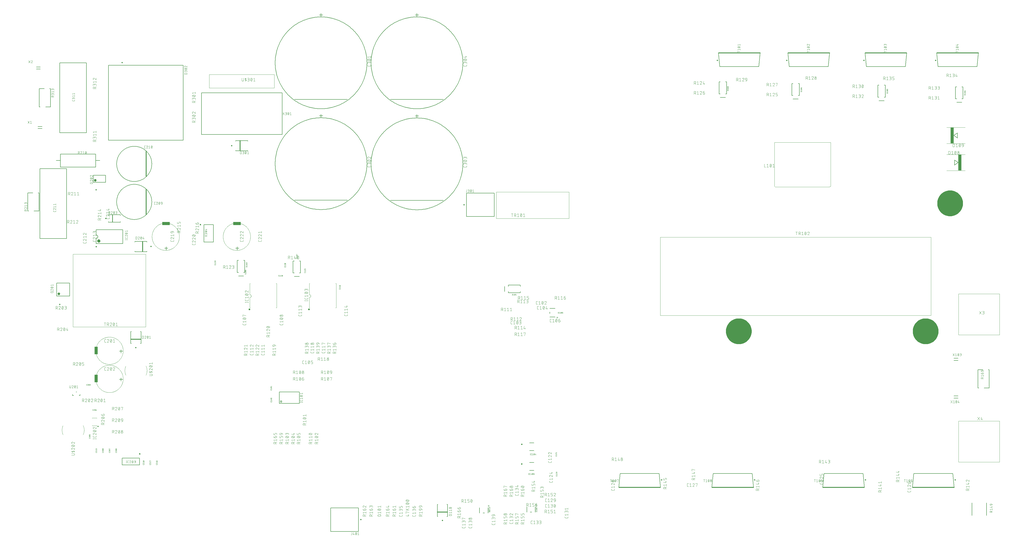
<source format=gbr>
G04 EAGLE Gerber RS-274X export*
G75*
%MOMM*%
%FSLAX34Y34*%
%LPD*%
%INSilkscreen Top*%
%IPPOS*%
%AMOC8*
5,1,8,0,0,1.08239X$1,22.5*%
G01*
%ADD10C,0.101600*%
%ADD11C,0.050800*%
%ADD12C,0.100000*%
%ADD13C,0.152400*%
%ADD14R,1.190000X3.000000*%
%ADD15C,0.300000*%
%ADD16C,0.150000*%
%ADD17C,0.076200*%
%ADD18R,3.000000X1.190000*%
%ADD19C,0.203200*%
%ADD20R,1.250000X6.200000*%
%ADD21C,0.500000*%
%ADD22C,0.400000*%
%ADD23C,0.250000*%
%ADD24C,0.200000*%
%ADD25C,0.025400*%
%ADD26C,0.600000*%
%ADD27C,0.254000*%
%ADD28C,1.000000*%
%ADD29C,5.000000*%
%ADD30C,0.127000*%


D10*
X1513078Y77778D02*
X1522166Y75182D01*
X1522166Y81673D01*
X1519569Y79726D02*
X1524762Y79726D01*
X1514376Y86612D02*
X1513078Y86612D01*
X1513078Y93103D01*
X1524762Y89858D01*
X1524762Y98592D02*
X1513078Y98592D01*
X1513078Y105083D02*
X1520218Y98592D01*
X1517622Y101189D02*
X1524762Y105083D01*
X1515674Y109472D02*
X1513078Y112717D01*
X1524762Y112717D01*
X1524762Y109472D02*
X1524762Y115963D01*
X1518920Y120902D02*
X1518690Y120905D01*
X1518460Y120913D01*
X1518231Y120927D01*
X1518002Y120946D01*
X1517773Y120971D01*
X1517545Y121001D01*
X1517318Y121036D01*
X1517092Y121077D01*
X1516867Y121123D01*
X1516643Y121175D01*
X1516420Y121232D01*
X1516199Y121294D01*
X1515979Y121362D01*
X1515761Y121435D01*
X1515545Y121513D01*
X1515331Y121596D01*
X1515119Y121684D01*
X1514908Y121777D01*
X1514701Y121876D01*
X1514701Y121875D02*
X1514611Y121908D01*
X1514522Y121944D01*
X1514434Y121984D01*
X1514349Y122028D01*
X1514265Y122075D01*
X1514183Y122125D01*
X1514103Y122179D01*
X1514026Y122235D01*
X1513950Y122295D01*
X1513877Y122358D01*
X1513807Y122423D01*
X1513739Y122492D01*
X1513675Y122563D01*
X1513613Y122636D01*
X1513554Y122712D01*
X1513498Y122790D01*
X1513445Y122871D01*
X1513396Y122953D01*
X1513350Y123037D01*
X1513307Y123124D01*
X1513268Y123211D01*
X1513232Y123301D01*
X1513200Y123391D01*
X1513172Y123483D01*
X1513147Y123576D01*
X1513126Y123670D01*
X1513109Y123764D01*
X1513095Y123859D01*
X1513086Y123955D01*
X1513080Y124051D01*
X1513078Y124147D01*
X1513080Y124243D01*
X1513086Y124339D01*
X1513095Y124435D01*
X1513109Y124530D01*
X1513126Y124624D01*
X1513147Y124718D01*
X1513172Y124811D01*
X1513200Y124903D01*
X1513232Y124993D01*
X1513268Y125083D01*
X1513307Y125171D01*
X1513350Y125257D01*
X1513396Y125341D01*
X1513445Y125423D01*
X1513498Y125504D01*
X1513554Y125582D01*
X1513613Y125658D01*
X1513675Y125731D01*
X1513739Y125802D01*
X1513807Y125871D01*
X1513877Y125936D01*
X1513950Y125999D01*
X1514026Y126059D01*
X1514103Y126115D01*
X1514183Y126169D01*
X1514265Y126219D01*
X1514349Y126266D01*
X1514434Y126310D01*
X1514522Y126350D01*
X1514611Y126386D01*
X1514701Y126419D01*
X1514908Y126518D01*
X1515119Y126611D01*
X1515331Y126699D01*
X1515545Y126782D01*
X1515761Y126860D01*
X1515979Y126933D01*
X1516199Y127001D01*
X1516420Y127063D01*
X1516643Y127120D01*
X1516867Y127172D01*
X1517092Y127218D01*
X1517318Y127259D01*
X1517545Y127294D01*
X1517773Y127324D01*
X1518002Y127349D01*
X1518231Y127368D01*
X1518460Y127382D01*
X1518690Y127390D01*
X1518920Y127393D01*
X1518920Y120902D02*
X1519150Y120905D01*
X1519380Y120913D01*
X1519609Y120927D01*
X1519838Y120946D01*
X1520067Y120971D01*
X1520295Y121001D01*
X1520522Y121036D01*
X1520748Y121077D01*
X1520973Y121123D01*
X1521197Y121175D01*
X1521420Y121232D01*
X1521641Y121294D01*
X1521861Y121362D01*
X1522079Y121435D01*
X1522295Y121513D01*
X1522509Y121596D01*
X1522721Y121684D01*
X1522932Y121777D01*
X1523139Y121876D01*
X1523139Y121875D02*
X1523229Y121908D01*
X1523318Y121944D01*
X1523406Y121985D01*
X1523491Y122028D01*
X1523575Y122075D01*
X1523657Y122125D01*
X1523737Y122179D01*
X1523814Y122235D01*
X1523890Y122295D01*
X1523963Y122358D01*
X1524033Y122423D01*
X1524101Y122492D01*
X1524165Y122563D01*
X1524227Y122636D01*
X1524286Y122712D01*
X1524342Y122790D01*
X1524395Y122871D01*
X1524444Y122953D01*
X1524490Y123037D01*
X1524533Y123124D01*
X1524572Y123211D01*
X1524608Y123301D01*
X1524640Y123391D01*
X1524668Y123483D01*
X1524693Y123576D01*
X1524714Y123670D01*
X1524731Y123764D01*
X1524745Y123859D01*
X1524754Y123955D01*
X1524760Y124051D01*
X1524762Y124147D01*
X1523139Y126419D02*
X1522932Y126518D01*
X1522721Y126611D01*
X1522509Y126699D01*
X1522295Y126782D01*
X1522079Y126860D01*
X1521861Y126933D01*
X1521641Y127001D01*
X1521420Y127063D01*
X1521197Y127120D01*
X1520973Y127172D01*
X1520748Y127218D01*
X1520522Y127259D01*
X1520295Y127294D01*
X1520067Y127324D01*
X1519838Y127349D01*
X1519609Y127368D01*
X1519380Y127382D01*
X1519150Y127390D01*
X1518920Y127393D01*
X1523139Y126419D02*
X1523229Y126386D01*
X1523318Y126350D01*
X1523406Y126310D01*
X1523491Y126266D01*
X1523575Y126219D01*
X1523657Y126169D01*
X1523737Y126115D01*
X1523814Y126059D01*
X1523890Y125999D01*
X1523963Y125936D01*
X1524033Y125871D01*
X1524101Y125802D01*
X1524165Y125731D01*
X1524227Y125658D01*
X1524286Y125582D01*
X1524342Y125504D01*
X1524395Y125423D01*
X1524444Y125341D01*
X1524490Y125257D01*
X1524533Y125170D01*
X1524572Y125083D01*
X1524608Y124993D01*
X1524640Y124903D01*
X1524668Y124811D01*
X1524693Y124718D01*
X1524714Y124624D01*
X1524731Y124530D01*
X1524745Y124435D01*
X1524754Y124339D01*
X1524760Y124243D01*
X1524762Y124147D01*
X1522166Y121551D02*
X1515674Y126744D01*
X1518920Y132331D02*
X1518690Y132334D01*
X1518460Y132342D01*
X1518231Y132356D01*
X1518002Y132375D01*
X1517773Y132400D01*
X1517545Y132430D01*
X1517318Y132465D01*
X1517092Y132506D01*
X1516867Y132552D01*
X1516643Y132604D01*
X1516420Y132661D01*
X1516199Y132723D01*
X1515979Y132791D01*
X1515761Y132864D01*
X1515545Y132942D01*
X1515331Y133025D01*
X1515119Y133113D01*
X1514908Y133206D01*
X1514701Y133305D01*
X1514611Y133338D01*
X1514522Y133374D01*
X1514434Y133414D01*
X1514349Y133458D01*
X1514265Y133505D01*
X1514183Y133555D01*
X1514103Y133609D01*
X1514026Y133665D01*
X1513950Y133725D01*
X1513877Y133788D01*
X1513807Y133853D01*
X1513739Y133922D01*
X1513675Y133993D01*
X1513613Y134066D01*
X1513554Y134142D01*
X1513498Y134220D01*
X1513445Y134301D01*
X1513396Y134383D01*
X1513350Y134467D01*
X1513307Y134554D01*
X1513268Y134641D01*
X1513232Y134731D01*
X1513200Y134821D01*
X1513172Y134913D01*
X1513147Y135006D01*
X1513126Y135100D01*
X1513109Y135194D01*
X1513095Y135289D01*
X1513086Y135385D01*
X1513080Y135481D01*
X1513078Y135577D01*
X1513080Y135673D01*
X1513086Y135769D01*
X1513095Y135865D01*
X1513109Y135960D01*
X1513126Y136054D01*
X1513147Y136148D01*
X1513172Y136241D01*
X1513200Y136333D01*
X1513232Y136423D01*
X1513268Y136513D01*
X1513307Y136601D01*
X1513350Y136687D01*
X1513396Y136771D01*
X1513445Y136853D01*
X1513498Y136934D01*
X1513554Y137012D01*
X1513613Y137088D01*
X1513675Y137161D01*
X1513739Y137232D01*
X1513807Y137301D01*
X1513877Y137366D01*
X1513950Y137429D01*
X1514026Y137489D01*
X1514103Y137545D01*
X1514183Y137599D01*
X1514265Y137649D01*
X1514349Y137696D01*
X1514434Y137740D01*
X1514522Y137780D01*
X1514611Y137816D01*
X1514701Y137849D01*
X1514908Y137948D01*
X1515119Y138041D01*
X1515331Y138129D01*
X1515545Y138212D01*
X1515761Y138290D01*
X1515979Y138363D01*
X1516199Y138431D01*
X1516420Y138493D01*
X1516643Y138550D01*
X1516867Y138602D01*
X1517092Y138648D01*
X1517318Y138689D01*
X1517545Y138724D01*
X1517773Y138754D01*
X1518002Y138779D01*
X1518231Y138798D01*
X1518460Y138812D01*
X1518690Y138820D01*
X1518920Y138823D01*
X1518920Y132332D02*
X1519150Y132335D01*
X1519380Y132343D01*
X1519609Y132357D01*
X1519838Y132376D01*
X1520067Y132401D01*
X1520295Y132431D01*
X1520522Y132466D01*
X1520748Y132507D01*
X1520973Y132553D01*
X1521197Y132605D01*
X1521420Y132662D01*
X1521641Y132724D01*
X1521861Y132792D01*
X1522079Y132865D01*
X1522295Y132943D01*
X1522509Y133026D01*
X1522721Y133114D01*
X1522932Y133207D01*
X1523139Y133306D01*
X1523139Y133305D02*
X1523229Y133338D01*
X1523318Y133374D01*
X1523406Y133415D01*
X1523491Y133458D01*
X1523575Y133505D01*
X1523657Y133555D01*
X1523737Y133609D01*
X1523814Y133665D01*
X1523890Y133725D01*
X1523963Y133788D01*
X1524033Y133853D01*
X1524101Y133922D01*
X1524165Y133993D01*
X1524227Y134066D01*
X1524286Y134142D01*
X1524342Y134220D01*
X1524395Y134301D01*
X1524444Y134383D01*
X1524490Y134467D01*
X1524533Y134554D01*
X1524572Y134641D01*
X1524608Y134731D01*
X1524640Y134821D01*
X1524668Y134913D01*
X1524693Y135006D01*
X1524714Y135100D01*
X1524731Y135194D01*
X1524745Y135289D01*
X1524754Y135385D01*
X1524760Y135481D01*
X1524762Y135577D01*
X1523139Y137849D02*
X1522932Y137948D01*
X1522721Y138041D01*
X1522509Y138129D01*
X1522295Y138212D01*
X1522079Y138290D01*
X1521861Y138363D01*
X1521641Y138431D01*
X1521420Y138493D01*
X1521197Y138550D01*
X1520973Y138602D01*
X1520748Y138648D01*
X1520522Y138689D01*
X1520295Y138724D01*
X1520067Y138754D01*
X1519838Y138779D01*
X1519609Y138798D01*
X1519380Y138812D01*
X1519150Y138820D01*
X1518920Y138823D01*
X1523139Y137849D02*
X1523229Y137816D01*
X1523318Y137780D01*
X1523406Y137740D01*
X1523491Y137696D01*
X1523575Y137649D01*
X1523657Y137599D01*
X1523737Y137545D01*
X1523814Y137489D01*
X1523890Y137429D01*
X1523963Y137366D01*
X1524033Y137301D01*
X1524101Y137232D01*
X1524165Y137161D01*
X1524227Y137088D01*
X1524286Y137012D01*
X1524342Y136934D01*
X1524395Y136853D01*
X1524444Y136771D01*
X1524490Y136687D01*
X1524533Y136600D01*
X1524572Y136513D01*
X1524608Y136423D01*
X1524640Y136333D01*
X1524668Y136241D01*
X1524693Y136148D01*
X1524714Y136054D01*
X1524731Y135960D01*
X1524745Y135865D01*
X1524754Y135769D01*
X1524760Y135673D01*
X1524762Y135577D01*
X1522166Y132981D02*
X1515674Y138174D01*
D11*
X997853Y560952D02*
X997853Y561968D01*
X997853Y560952D02*
X997851Y560891D01*
X997846Y560830D01*
X997836Y560769D01*
X997823Y560709D01*
X997807Y560650D01*
X997787Y560592D01*
X997763Y560535D01*
X997737Y560480D01*
X997706Y560426D01*
X997673Y560375D01*
X997637Y560325D01*
X997597Y560278D01*
X997555Y560234D01*
X997511Y560192D01*
X997464Y560152D01*
X997414Y560116D01*
X997363Y560083D01*
X997309Y560052D01*
X997254Y560026D01*
X997197Y560002D01*
X997139Y559982D01*
X997080Y559966D01*
X997020Y559953D01*
X996959Y559943D01*
X996898Y559938D01*
X996837Y559936D01*
X994297Y559936D01*
X994236Y559938D01*
X994175Y559943D01*
X994114Y559953D01*
X994054Y559966D01*
X993995Y559982D01*
X993937Y560002D01*
X993880Y560026D01*
X993825Y560052D01*
X993771Y560083D01*
X993720Y560116D01*
X993670Y560152D01*
X993623Y560192D01*
X993579Y560234D01*
X993537Y560278D01*
X993497Y560325D01*
X993461Y560375D01*
X993428Y560426D01*
X993397Y560480D01*
X993371Y560535D01*
X993347Y560592D01*
X993327Y560650D01*
X993311Y560709D01*
X993298Y560769D01*
X993288Y560830D01*
X993283Y560891D01*
X993281Y560952D01*
X993281Y561968D01*
X994297Y563760D02*
X993281Y565030D01*
X997853Y565030D01*
X997853Y563760D02*
X997853Y566300D01*
X995567Y568332D02*
X995445Y568334D01*
X995323Y568340D01*
X995201Y568350D01*
X995080Y568364D01*
X994959Y568381D01*
X994839Y568403D01*
X994720Y568428D01*
X994601Y568458D01*
X994484Y568491D01*
X994367Y568528D01*
X994252Y568569D01*
X994139Y568613D01*
X994026Y568661D01*
X993916Y568713D01*
X993862Y568733D01*
X993808Y568757D01*
X993757Y568785D01*
X993707Y568815D01*
X993659Y568848D01*
X993614Y568885D01*
X993570Y568924D01*
X993530Y568965D01*
X993491Y569009D01*
X993456Y569056D01*
X993424Y569104D01*
X993394Y569154D01*
X993368Y569207D01*
X993345Y569260D01*
X993326Y569315D01*
X993310Y569371D01*
X993297Y569428D01*
X993288Y569486D01*
X993283Y569544D01*
X993281Y569602D01*
X993283Y569660D01*
X993288Y569718D01*
X993297Y569776D01*
X993310Y569833D01*
X993326Y569889D01*
X993345Y569944D01*
X993368Y569997D01*
X993394Y570050D01*
X993424Y570100D01*
X993456Y570148D01*
X993491Y570195D01*
X993530Y570239D01*
X993570Y570280D01*
X993614Y570319D01*
X993659Y570356D01*
X993707Y570389D01*
X993757Y570419D01*
X993808Y570447D01*
X993862Y570471D01*
X993916Y570491D01*
X993916Y570492D02*
X994026Y570544D01*
X994139Y570592D01*
X994252Y570636D01*
X994367Y570677D01*
X994484Y570714D01*
X994601Y570747D01*
X994720Y570777D01*
X994839Y570802D01*
X994959Y570824D01*
X995080Y570841D01*
X995201Y570855D01*
X995323Y570865D01*
X995445Y570871D01*
X995567Y570873D01*
X995567Y568332D02*
X995689Y568334D01*
X995811Y568340D01*
X995933Y568350D01*
X996054Y568364D01*
X996175Y568381D01*
X996295Y568403D01*
X996414Y568428D01*
X996533Y568458D01*
X996650Y568491D01*
X996767Y568528D01*
X996882Y568569D01*
X996995Y568613D01*
X997108Y568661D01*
X997218Y568713D01*
X997272Y568733D01*
X997326Y568757D01*
X997377Y568785D01*
X997427Y568815D01*
X997475Y568848D01*
X997520Y568885D01*
X997564Y568924D01*
X997604Y568965D01*
X997643Y569009D01*
X997678Y569056D01*
X997710Y569104D01*
X997740Y569154D01*
X997766Y569207D01*
X997789Y569260D01*
X997808Y569315D01*
X997824Y569371D01*
X997837Y569428D01*
X997846Y569486D01*
X997851Y569544D01*
X997853Y569602D01*
X997218Y570492D02*
X997108Y570544D01*
X996995Y570592D01*
X996882Y570636D01*
X996767Y570677D01*
X996650Y570714D01*
X996533Y570747D01*
X996414Y570777D01*
X996295Y570802D01*
X996175Y570824D01*
X996054Y570841D01*
X995933Y570855D01*
X995811Y570865D01*
X995689Y570871D01*
X995567Y570873D01*
X997218Y570491D02*
X997272Y570471D01*
X997326Y570447D01*
X997377Y570419D01*
X997427Y570389D01*
X997475Y570356D01*
X997520Y570319D01*
X997564Y570280D01*
X997604Y570239D01*
X997643Y570195D01*
X997678Y570148D01*
X997710Y570100D01*
X997740Y570050D01*
X997766Y569997D01*
X997789Y569944D01*
X997808Y569889D01*
X997824Y569833D01*
X997837Y569776D01*
X997846Y569718D01*
X997851Y569660D01*
X997853Y569602D01*
X996837Y568586D02*
X994297Y570618D01*
X994297Y572904D02*
X993281Y574174D01*
X997853Y574174D01*
X997853Y572904D02*
X997853Y575444D01*
D10*
X2016054Y889508D02*
X2018651Y889508D01*
X2016054Y889508D02*
X2015955Y889510D01*
X2015855Y889516D01*
X2015756Y889525D01*
X2015658Y889538D01*
X2015560Y889555D01*
X2015462Y889576D01*
X2015366Y889601D01*
X2015271Y889629D01*
X2015177Y889661D01*
X2015084Y889696D01*
X2014992Y889735D01*
X2014902Y889778D01*
X2014814Y889823D01*
X2014727Y889873D01*
X2014643Y889925D01*
X2014560Y889981D01*
X2014480Y890039D01*
X2014402Y890101D01*
X2014327Y890166D01*
X2014254Y890234D01*
X2014184Y890304D01*
X2014116Y890377D01*
X2014051Y890452D01*
X2013989Y890530D01*
X2013931Y890610D01*
X2013875Y890693D01*
X2013823Y890777D01*
X2013773Y890864D01*
X2013728Y890952D01*
X2013685Y891042D01*
X2013646Y891134D01*
X2013611Y891227D01*
X2013579Y891321D01*
X2013551Y891416D01*
X2013526Y891512D01*
X2013505Y891610D01*
X2013488Y891708D01*
X2013475Y891806D01*
X2013466Y891905D01*
X2013460Y892005D01*
X2013458Y892104D01*
X2013458Y898596D01*
X2013460Y898695D01*
X2013466Y898795D01*
X2013475Y898894D01*
X2013488Y898992D01*
X2013505Y899090D01*
X2013526Y899188D01*
X2013551Y899284D01*
X2013579Y899379D01*
X2013611Y899473D01*
X2013646Y899566D01*
X2013685Y899658D01*
X2013728Y899748D01*
X2013773Y899836D01*
X2013823Y899923D01*
X2013875Y900007D01*
X2013931Y900090D01*
X2013989Y900170D01*
X2014051Y900248D01*
X2014116Y900323D01*
X2014184Y900396D01*
X2014254Y900466D01*
X2014327Y900534D01*
X2014402Y900599D01*
X2014480Y900661D01*
X2014560Y900719D01*
X2014643Y900775D01*
X2014727Y900827D01*
X2014814Y900877D01*
X2014902Y900922D01*
X2014992Y900965D01*
X2015084Y901004D01*
X2015176Y901039D01*
X2015271Y901071D01*
X2015366Y901099D01*
X2015462Y901124D01*
X2015560Y901145D01*
X2015658Y901162D01*
X2015756Y901175D01*
X2015855Y901184D01*
X2015955Y901190D01*
X2016054Y901192D01*
X2018651Y901192D01*
X2023016Y898596D02*
X2026262Y901192D01*
X2026262Y889508D01*
X2029507Y889508D02*
X2023016Y889508D01*
X2034447Y895350D02*
X2034450Y895580D01*
X2034458Y895810D01*
X2034472Y896039D01*
X2034491Y896268D01*
X2034516Y896497D01*
X2034546Y896724D01*
X2034581Y896952D01*
X2034622Y897178D01*
X2034668Y897403D01*
X2034720Y897627D01*
X2034777Y897849D01*
X2034839Y898071D01*
X2034907Y898290D01*
X2034980Y898508D01*
X2035058Y898725D01*
X2035141Y898939D01*
X2035229Y899151D01*
X2035322Y899361D01*
X2035421Y899569D01*
X2035420Y899569D02*
X2035453Y899659D01*
X2035489Y899748D01*
X2035529Y899836D01*
X2035573Y899921D01*
X2035620Y900005D01*
X2035670Y900087D01*
X2035724Y900167D01*
X2035780Y900244D01*
X2035840Y900320D01*
X2035903Y900393D01*
X2035968Y900463D01*
X2036037Y900531D01*
X2036108Y900595D01*
X2036181Y900657D01*
X2036257Y900716D01*
X2036335Y900772D01*
X2036416Y900825D01*
X2036498Y900874D01*
X2036582Y900920D01*
X2036669Y900963D01*
X2036756Y901002D01*
X2036846Y901038D01*
X2036936Y901070D01*
X2037028Y901098D01*
X2037121Y901123D01*
X2037215Y901144D01*
X2037309Y901161D01*
X2037404Y901175D01*
X2037500Y901184D01*
X2037596Y901190D01*
X2037692Y901192D01*
X2037788Y901190D01*
X2037884Y901184D01*
X2037980Y901175D01*
X2038075Y901161D01*
X2038169Y901144D01*
X2038263Y901123D01*
X2038356Y901098D01*
X2038448Y901070D01*
X2038538Y901038D01*
X2038628Y901002D01*
X2038715Y900963D01*
X2038802Y900920D01*
X2038886Y900874D01*
X2038968Y900825D01*
X2039049Y900772D01*
X2039127Y900716D01*
X2039203Y900657D01*
X2039276Y900595D01*
X2039347Y900531D01*
X2039416Y900463D01*
X2039481Y900393D01*
X2039544Y900320D01*
X2039604Y900244D01*
X2039660Y900167D01*
X2039714Y900087D01*
X2039764Y900005D01*
X2039811Y899921D01*
X2039855Y899836D01*
X2039895Y899748D01*
X2039931Y899659D01*
X2039964Y899569D01*
X2040063Y899362D01*
X2040156Y899152D01*
X2040244Y898939D01*
X2040327Y898725D01*
X2040405Y898509D01*
X2040478Y898291D01*
X2040546Y898071D01*
X2040608Y897850D01*
X2040665Y897627D01*
X2040717Y897403D01*
X2040763Y897178D01*
X2040804Y896952D01*
X2040839Y896725D01*
X2040869Y896497D01*
X2040894Y896268D01*
X2040913Y896039D01*
X2040927Y895810D01*
X2040935Y895580D01*
X2040938Y895350D01*
X2034446Y895350D02*
X2034449Y895120D01*
X2034457Y894890D01*
X2034471Y894661D01*
X2034490Y894432D01*
X2034515Y894203D01*
X2034545Y893975D01*
X2034580Y893748D01*
X2034621Y893522D01*
X2034667Y893297D01*
X2034719Y893073D01*
X2034776Y892850D01*
X2034838Y892629D01*
X2034906Y892409D01*
X2034979Y892191D01*
X2035057Y891975D01*
X2035140Y891761D01*
X2035228Y891549D01*
X2035321Y891338D01*
X2035420Y891131D01*
X2035453Y891041D01*
X2035489Y890952D01*
X2035530Y890864D01*
X2035573Y890779D01*
X2035620Y890695D01*
X2035670Y890613D01*
X2035724Y890533D01*
X2035780Y890456D01*
X2035840Y890380D01*
X2035903Y890307D01*
X2035968Y890237D01*
X2036037Y890169D01*
X2036108Y890105D01*
X2036181Y890043D01*
X2036257Y889984D01*
X2036335Y889928D01*
X2036416Y889875D01*
X2036498Y889826D01*
X2036582Y889780D01*
X2036669Y889737D01*
X2036756Y889698D01*
X2036846Y889662D01*
X2036936Y889630D01*
X2037028Y889602D01*
X2037121Y889577D01*
X2037215Y889556D01*
X2037309Y889539D01*
X2037404Y889525D01*
X2037500Y889516D01*
X2037596Y889510D01*
X2037692Y889508D01*
X2039964Y891131D02*
X2040063Y891338D01*
X2040156Y891549D01*
X2040244Y891761D01*
X2040327Y891975D01*
X2040405Y892191D01*
X2040478Y892409D01*
X2040546Y892629D01*
X2040608Y892850D01*
X2040665Y893073D01*
X2040717Y893297D01*
X2040763Y893522D01*
X2040804Y893748D01*
X2040839Y893975D01*
X2040869Y894203D01*
X2040894Y894432D01*
X2040913Y894661D01*
X2040927Y894890D01*
X2040935Y895120D01*
X2040938Y895350D01*
X2039964Y891131D02*
X2039931Y891041D01*
X2039895Y890952D01*
X2039855Y890864D01*
X2039811Y890779D01*
X2039764Y890695D01*
X2039714Y890613D01*
X2039660Y890533D01*
X2039604Y890456D01*
X2039544Y890380D01*
X2039481Y890307D01*
X2039416Y890237D01*
X2039347Y890169D01*
X2039276Y890105D01*
X2039203Y890043D01*
X2039127Y889984D01*
X2039049Y889928D01*
X2038968Y889875D01*
X2038886Y889826D01*
X2038802Y889780D01*
X2038715Y889737D01*
X2038628Y889698D01*
X2038538Y889662D01*
X2038448Y889630D01*
X2038356Y889602D01*
X2038263Y889577D01*
X2038169Y889556D01*
X2038075Y889539D01*
X2037980Y889525D01*
X2037884Y889516D01*
X2037788Y889510D01*
X2037692Y889508D01*
X2035095Y892104D02*
X2040288Y898596D01*
X2049446Y901192D02*
X2049553Y901190D01*
X2049659Y901184D01*
X2049765Y901174D01*
X2049871Y901161D01*
X2049977Y901143D01*
X2050081Y901122D01*
X2050185Y901097D01*
X2050288Y901068D01*
X2050389Y901036D01*
X2050489Y900999D01*
X2050588Y900959D01*
X2050686Y900916D01*
X2050782Y900869D01*
X2050876Y900818D01*
X2050968Y900764D01*
X2051058Y900707D01*
X2051146Y900647D01*
X2051231Y900583D01*
X2051314Y900516D01*
X2051395Y900446D01*
X2051473Y900374D01*
X2051549Y900298D01*
X2051621Y900220D01*
X2051691Y900139D01*
X2051758Y900056D01*
X2051822Y899971D01*
X2051882Y899883D01*
X2051939Y899793D01*
X2051993Y899701D01*
X2052044Y899607D01*
X2052091Y899511D01*
X2052134Y899413D01*
X2052174Y899314D01*
X2052211Y899214D01*
X2052243Y899113D01*
X2052272Y899010D01*
X2052297Y898906D01*
X2052318Y898802D01*
X2052336Y898696D01*
X2052349Y898590D01*
X2052359Y898484D01*
X2052365Y898378D01*
X2052367Y898271D01*
X2049446Y901192D02*
X2049325Y901190D01*
X2049204Y901184D01*
X2049084Y901174D01*
X2048963Y901161D01*
X2048844Y901143D01*
X2048724Y901122D01*
X2048606Y901097D01*
X2048489Y901068D01*
X2048372Y901035D01*
X2048257Y900999D01*
X2048143Y900958D01*
X2048030Y900915D01*
X2047918Y900867D01*
X2047809Y900816D01*
X2047701Y900761D01*
X2047594Y900703D01*
X2047490Y900642D01*
X2047388Y900577D01*
X2047288Y900509D01*
X2047190Y900438D01*
X2047094Y900364D01*
X2047001Y900287D01*
X2046911Y900206D01*
X2046823Y900123D01*
X2046738Y900037D01*
X2046655Y899948D01*
X2046576Y899857D01*
X2046499Y899763D01*
X2046426Y899667D01*
X2046356Y899569D01*
X2046289Y899468D01*
X2046225Y899365D01*
X2046165Y899260D01*
X2046108Y899153D01*
X2046054Y899045D01*
X2046004Y898935D01*
X2045958Y898823D01*
X2045915Y898710D01*
X2045876Y898595D01*
X2051394Y895999D02*
X2051473Y896076D01*
X2051549Y896157D01*
X2051622Y896240D01*
X2051692Y896325D01*
X2051759Y896413D01*
X2051823Y896503D01*
X2051883Y896595D01*
X2051940Y896690D01*
X2051994Y896786D01*
X2052045Y896884D01*
X2052092Y896984D01*
X2052136Y897086D01*
X2052176Y897189D01*
X2052212Y897293D01*
X2052244Y897399D01*
X2052273Y897505D01*
X2052298Y897613D01*
X2052320Y897721D01*
X2052337Y897831D01*
X2052351Y897940D01*
X2052360Y898050D01*
X2052366Y898161D01*
X2052368Y898271D01*
X2051394Y895999D02*
X2045876Y889508D01*
X2052367Y889508D01*
X1921576Y813308D02*
X1918979Y813308D01*
X1918880Y813310D01*
X1918780Y813316D01*
X1918681Y813325D01*
X1918583Y813338D01*
X1918485Y813355D01*
X1918387Y813376D01*
X1918291Y813401D01*
X1918196Y813429D01*
X1918102Y813461D01*
X1918009Y813496D01*
X1917917Y813535D01*
X1917827Y813578D01*
X1917739Y813623D01*
X1917652Y813673D01*
X1917568Y813725D01*
X1917485Y813781D01*
X1917405Y813839D01*
X1917327Y813901D01*
X1917252Y813966D01*
X1917179Y814034D01*
X1917109Y814104D01*
X1917041Y814177D01*
X1916976Y814252D01*
X1916914Y814330D01*
X1916856Y814410D01*
X1916800Y814493D01*
X1916748Y814577D01*
X1916698Y814664D01*
X1916653Y814752D01*
X1916610Y814842D01*
X1916571Y814934D01*
X1916536Y815027D01*
X1916504Y815121D01*
X1916476Y815216D01*
X1916451Y815312D01*
X1916430Y815410D01*
X1916413Y815508D01*
X1916400Y815606D01*
X1916391Y815705D01*
X1916385Y815805D01*
X1916383Y815904D01*
X1916383Y822396D01*
X1916385Y822495D01*
X1916391Y822595D01*
X1916400Y822694D01*
X1916413Y822792D01*
X1916430Y822890D01*
X1916451Y822988D01*
X1916476Y823084D01*
X1916504Y823179D01*
X1916536Y823273D01*
X1916571Y823366D01*
X1916610Y823458D01*
X1916653Y823548D01*
X1916698Y823636D01*
X1916748Y823723D01*
X1916800Y823807D01*
X1916856Y823890D01*
X1916914Y823970D01*
X1916976Y824048D01*
X1917041Y824123D01*
X1917109Y824196D01*
X1917179Y824266D01*
X1917252Y824334D01*
X1917327Y824399D01*
X1917405Y824461D01*
X1917485Y824519D01*
X1917568Y824575D01*
X1917652Y824627D01*
X1917739Y824677D01*
X1917827Y824722D01*
X1917917Y824765D01*
X1918009Y824804D01*
X1918101Y824839D01*
X1918196Y824871D01*
X1918291Y824899D01*
X1918387Y824924D01*
X1918485Y824945D01*
X1918583Y824962D01*
X1918681Y824975D01*
X1918780Y824984D01*
X1918880Y824990D01*
X1918979Y824992D01*
X1921576Y824992D01*
X1925941Y822396D02*
X1929187Y824992D01*
X1929187Y813308D01*
X1932432Y813308D02*
X1925941Y813308D01*
X1937371Y819150D02*
X1937374Y819380D01*
X1937382Y819610D01*
X1937396Y819839D01*
X1937415Y820068D01*
X1937440Y820297D01*
X1937470Y820524D01*
X1937505Y820752D01*
X1937546Y820978D01*
X1937592Y821203D01*
X1937644Y821427D01*
X1937701Y821649D01*
X1937763Y821871D01*
X1937831Y822090D01*
X1937904Y822308D01*
X1937982Y822525D01*
X1938065Y822739D01*
X1938153Y822951D01*
X1938246Y823161D01*
X1938345Y823369D01*
X1938344Y823369D02*
X1938377Y823459D01*
X1938413Y823548D01*
X1938453Y823636D01*
X1938497Y823721D01*
X1938544Y823805D01*
X1938594Y823887D01*
X1938648Y823967D01*
X1938704Y824044D01*
X1938764Y824120D01*
X1938827Y824193D01*
X1938892Y824263D01*
X1938961Y824331D01*
X1939032Y824395D01*
X1939105Y824457D01*
X1939181Y824516D01*
X1939259Y824572D01*
X1939340Y824625D01*
X1939422Y824674D01*
X1939506Y824720D01*
X1939593Y824763D01*
X1939680Y824802D01*
X1939770Y824838D01*
X1939860Y824870D01*
X1939952Y824898D01*
X1940045Y824923D01*
X1940139Y824944D01*
X1940233Y824961D01*
X1940328Y824975D01*
X1940424Y824984D01*
X1940520Y824990D01*
X1940616Y824992D01*
X1940712Y824990D01*
X1940808Y824984D01*
X1940904Y824975D01*
X1940999Y824961D01*
X1941093Y824944D01*
X1941187Y824923D01*
X1941280Y824898D01*
X1941372Y824870D01*
X1941462Y824838D01*
X1941552Y824802D01*
X1941639Y824763D01*
X1941726Y824720D01*
X1941810Y824674D01*
X1941892Y824625D01*
X1941973Y824572D01*
X1942051Y824516D01*
X1942127Y824457D01*
X1942200Y824395D01*
X1942271Y824331D01*
X1942340Y824263D01*
X1942405Y824193D01*
X1942468Y824120D01*
X1942528Y824044D01*
X1942584Y823967D01*
X1942638Y823887D01*
X1942688Y823805D01*
X1942735Y823721D01*
X1942779Y823636D01*
X1942819Y823548D01*
X1942855Y823459D01*
X1942888Y823369D01*
X1942889Y823369D02*
X1942988Y823162D01*
X1943081Y822952D01*
X1943169Y822739D01*
X1943252Y822525D01*
X1943330Y822309D01*
X1943403Y822091D01*
X1943471Y821871D01*
X1943533Y821650D01*
X1943590Y821427D01*
X1943642Y821203D01*
X1943688Y820978D01*
X1943729Y820752D01*
X1943764Y820525D01*
X1943794Y820297D01*
X1943819Y820068D01*
X1943838Y819839D01*
X1943852Y819610D01*
X1943860Y819380D01*
X1943863Y819150D01*
X1937371Y819150D02*
X1937374Y818920D01*
X1937382Y818690D01*
X1937396Y818461D01*
X1937415Y818232D01*
X1937440Y818003D01*
X1937470Y817775D01*
X1937505Y817548D01*
X1937546Y817322D01*
X1937592Y817097D01*
X1937644Y816873D01*
X1937701Y816650D01*
X1937763Y816429D01*
X1937831Y816209D01*
X1937904Y815991D01*
X1937982Y815775D01*
X1938065Y815561D01*
X1938153Y815349D01*
X1938246Y815138D01*
X1938345Y814931D01*
X1938344Y814931D02*
X1938377Y814841D01*
X1938413Y814752D01*
X1938454Y814664D01*
X1938497Y814579D01*
X1938544Y814495D01*
X1938594Y814413D01*
X1938648Y814333D01*
X1938704Y814256D01*
X1938764Y814180D01*
X1938827Y814107D01*
X1938892Y814037D01*
X1938961Y813969D01*
X1939032Y813905D01*
X1939105Y813843D01*
X1939181Y813784D01*
X1939259Y813728D01*
X1939340Y813675D01*
X1939422Y813626D01*
X1939506Y813580D01*
X1939593Y813537D01*
X1939680Y813498D01*
X1939770Y813462D01*
X1939860Y813430D01*
X1939952Y813402D01*
X1940045Y813377D01*
X1940139Y813356D01*
X1940233Y813339D01*
X1940328Y813325D01*
X1940424Y813316D01*
X1940520Y813310D01*
X1940616Y813308D01*
X1942888Y814931D02*
X1942987Y815138D01*
X1943080Y815349D01*
X1943168Y815561D01*
X1943251Y815775D01*
X1943329Y815991D01*
X1943402Y816209D01*
X1943470Y816429D01*
X1943532Y816650D01*
X1943589Y816873D01*
X1943641Y817097D01*
X1943687Y817322D01*
X1943728Y817548D01*
X1943763Y817775D01*
X1943793Y818003D01*
X1943818Y818232D01*
X1943837Y818461D01*
X1943851Y818690D01*
X1943859Y818920D01*
X1943862Y819150D01*
X1942888Y814931D02*
X1942855Y814841D01*
X1942819Y814752D01*
X1942779Y814664D01*
X1942735Y814579D01*
X1942688Y814495D01*
X1942638Y814413D01*
X1942584Y814333D01*
X1942528Y814256D01*
X1942468Y814180D01*
X1942405Y814107D01*
X1942340Y814037D01*
X1942271Y813969D01*
X1942200Y813905D01*
X1942127Y813843D01*
X1942051Y813784D01*
X1941973Y813728D01*
X1941892Y813675D01*
X1941810Y813626D01*
X1941726Y813580D01*
X1941639Y813537D01*
X1941552Y813498D01*
X1941462Y813462D01*
X1941372Y813430D01*
X1941280Y813402D01*
X1941187Y813377D01*
X1941093Y813356D01*
X1940999Y813339D01*
X1940904Y813325D01*
X1940808Y813316D01*
X1940712Y813310D01*
X1940616Y813308D01*
X1938020Y815904D02*
X1943213Y822396D01*
X1948801Y813308D02*
X1952046Y813308D01*
X1952159Y813310D01*
X1952272Y813316D01*
X1952385Y813326D01*
X1952498Y813340D01*
X1952610Y813357D01*
X1952721Y813379D01*
X1952831Y813404D01*
X1952941Y813434D01*
X1953049Y813467D01*
X1953156Y813504D01*
X1953262Y813544D01*
X1953366Y813589D01*
X1953469Y813637D01*
X1953570Y813688D01*
X1953669Y813743D01*
X1953766Y813801D01*
X1953861Y813863D01*
X1953954Y813928D01*
X1954044Y813996D01*
X1954132Y814067D01*
X1954218Y814142D01*
X1954301Y814219D01*
X1954381Y814299D01*
X1954458Y814382D01*
X1954533Y814468D01*
X1954604Y814556D01*
X1954672Y814646D01*
X1954737Y814739D01*
X1954799Y814834D01*
X1954857Y814931D01*
X1954912Y815030D01*
X1954963Y815131D01*
X1955011Y815234D01*
X1955056Y815338D01*
X1955096Y815444D01*
X1955133Y815551D01*
X1955166Y815659D01*
X1955196Y815769D01*
X1955221Y815879D01*
X1955243Y815990D01*
X1955260Y816102D01*
X1955274Y816215D01*
X1955284Y816328D01*
X1955290Y816441D01*
X1955292Y816554D01*
X1955290Y816667D01*
X1955284Y816780D01*
X1955274Y816893D01*
X1955260Y817006D01*
X1955243Y817118D01*
X1955221Y817229D01*
X1955196Y817339D01*
X1955166Y817449D01*
X1955133Y817557D01*
X1955096Y817664D01*
X1955056Y817770D01*
X1955011Y817874D01*
X1954963Y817977D01*
X1954912Y818078D01*
X1954857Y818177D01*
X1954799Y818274D01*
X1954737Y818369D01*
X1954672Y818462D01*
X1954604Y818552D01*
X1954533Y818640D01*
X1954458Y818726D01*
X1954381Y818809D01*
X1954301Y818889D01*
X1954218Y818966D01*
X1954132Y819041D01*
X1954044Y819112D01*
X1953954Y819180D01*
X1953861Y819245D01*
X1953766Y819307D01*
X1953669Y819365D01*
X1953570Y819420D01*
X1953469Y819471D01*
X1953366Y819519D01*
X1953262Y819564D01*
X1953156Y819604D01*
X1953049Y819641D01*
X1952941Y819674D01*
X1952831Y819704D01*
X1952721Y819729D01*
X1952610Y819751D01*
X1952498Y819768D01*
X1952385Y819782D01*
X1952272Y819792D01*
X1952159Y819798D01*
X1952046Y819800D01*
X1952696Y824992D02*
X1948801Y824992D01*
X1952696Y824992D02*
X1952797Y824990D01*
X1952897Y824984D01*
X1952997Y824974D01*
X1953097Y824961D01*
X1953196Y824943D01*
X1953295Y824922D01*
X1953392Y824897D01*
X1953489Y824868D01*
X1953584Y824835D01*
X1953678Y824799D01*
X1953770Y824759D01*
X1953861Y824716D01*
X1953950Y824669D01*
X1954037Y824619D01*
X1954123Y824565D01*
X1954206Y824508D01*
X1954286Y824448D01*
X1954365Y824385D01*
X1954441Y824318D01*
X1954514Y824249D01*
X1954584Y824177D01*
X1954652Y824103D01*
X1954717Y824026D01*
X1954778Y823946D01*
X1954837Y823864D01*
X1954892Y823780D01*
X1954944Y823694D01*
X1954993Y823606D01*
X1955038Y823516D01*
X1955080Y823424D01*
X1955118Y823331D01*
X1955152Y823236D01*
X1955183Y823141D01*
X1955210Y823044D01*
X1955233Y822946D01*
X1955253Y822847D01*
X1955268Y822747D01*
X1955280Y822647D01*
X1955288Y822547D01*
X1955292Y822446D01*
X1955292Y822346D01*
X1955288Y822245D01*
X1955280Y822145D01*
X1955268Y822045D01*
X1955253Y821945D01*
X1955233Y821846D01*
X1955210Y821748D01*
X1955183Y821651D01*
X1955152Y821556D01*
X1955118Y821461D01*
X1955080Y821368D01*
X1955038Y821276D01*
X1954993Y821186D01*
X1954944Y821098D01*
X1954892Y821012D01*
X1954837Y820928D01*
X1954778Y820846D01*
X1954717Y820766D01*
X1954652Y820689D01*
X1954584Y820615D01*
X1954514Y820543D01*
X1954441Y820474D01*
X1954365Y820407D01*
X1954286Y820344D01*
X1954206Y820284D01*
X1954123Y820227D01*
X1954037Y820173D01*
X1953950Y820123D01*
X1953861Y820076D01*
X1953770Y820033D01*
X1953678Y819993D01*
X1953584Y819957D01*
X1953489Y819924D01*
X1953392Y819895D01*
X1953295Y819870D01*
X1953196Y819849D01*
X1953097Y819831D01*
X1952997Y819818D01*
X1952897Y819808D01*
X1952797Y819802D01*
X1952696Y819800D01*
X1952696Y819799D02*
X1950099Y819799D01*
X2020579Y870458D02*
X2023176Y870458D01*
X2020579Y870458D02*
X2020480Y870460D01*
X2020380Y870466D01*
X2020281Y870475D01*
X2020183Y870488D01*
X2020085Y870505D01*
X2019987Y870526D01*
X2019891Y870551D01*
X2019796Y870579D01*
X2019702Y870611D01*
X2019609Y870646D01*
X2019517Y870685D01*
X2019427Y870728D01*
X2019339Y870773D01*
X2019252Y870823D01*
X2019168Y870875D01*
X2019085Y870931D01*
X2019005Y870989D01*
X2018927Y871051D01*
X2018852Y871116D01*
X2018779Y871184D01*
X2018709Y871254D01*
X2018641Y871327D01*
X2018576Y871402D01*
X2018514Y871480D01*
X2018456Y871560D01*
X2018400Y871643D01*
X2018348Y871727D01*
X2018298Y871814D01*
X2018253Y871902D01*
X2018210Y871992D01*
X2018171Y872084D01*
X2018136Y872177D01*
X2018104Y872271D01*
X2018076Y872366D01*
X2018051Y872462D01*
X2018030Y872560D01*
X2018013Y872658D01*
X2018000Y872756D01*
X2017991Y872855D01*
X2017985Y872955D01*
X2017983Y873054D01*
X2017983Y879546D01*
X2017985Y879645D01*
X2017991Y879745D01*
X2018000Y879844D01*
X2018013Y879942D01*
X2018030Y880040D01*
X2018051Y880138D01*
X2018076Y880234D01*
X2018104Y880329D01*
X2018136Y880423D01*
X2018171Y880516D01*
X2018210Y880608D01*
X2018253Y880698D01*
X2018298Y880786D01*
X2018348Y880873D01*
X2018400Y880957D01*
X2018456Y881040D01*
X2018514Y881120D01*
X2018576Y881198D01*
X2018641Y881273D01*
X2018709Y881346D01*
X2018779Y881416D01*
X2018852Y881484D01*
X2018927Y881549D01*
X2019005Y881611D01*
X2019085Y881669D01*
X2019168Y881725D01*
X2019252Y881777D01*
X2019339Y881827D01*
X2019427Y881872D01*
X2019517Y881915D01*
X2019609Y881954D01*
X2019701Y881989D01*
X2019796Y882021D01*
X2019891Y882049D01*
X2019987Y882074D01*
X2020085Y882095D01*
X2020183Y882112D01*
X2020281Y882125D01*
X2020380Y882134D01*
X2020480Y882140D01*
X2020579Y882142D01*
X2023176Y882142D01*
X2027541Y879546D02*
X2030787Y882142D01*
X2030787Y870458D01*
X2034032Y870458D02*
X2027541Y870458D01*
X2038971Y876300D02*
X2038974Y876530D01*
X2038982Y876760D01*
X2038996Y876989D01*
X2039015Y877218D01*
X2039040Y877447D01*
X2039070Y877674D01*
X2039105Y877902D01*
X2039146Y878128D01*
X2039192Y878353D01*
X2039244Y878577D01*
X2039301Y878799D01*
X2039363Y879021D01*
X2039431Y879240D01*
X2039504Y879458D01*
X2039582Y879675D01*
X2039665Y879889D01*
X2039753Y880101D01*
X2039846Y880311D01*
X2039945Y880519D01*
X2039944Y880519D02*
X2039977Y880609D01*
X2040013Y880698D01*
X2040053Y880786D01*
X2040097Y880871D01*
X2040144Y880955D01*
X2040194Y881037D01*
X2040248Y881117D01*
X2040304Y881194D01*
X2040364Y881270D01*
X2040427Y881343D01*
X2040492Y881413D01*
X2040561Y881481D01*
X2040632Y881545D01*
X2040705Y881607D01*
X2040781Y881666D01*
X2040859Y881722D01*
X2040940Y881775D01*
X2041022Y881824D01*
X2041106Y881870D01*
X2041193Y881913D01*
X2041280Y881952D01*
X2041370Y881988D01*
X2041460Y882020D01*
X2041552Y882048D01*
X2041645Y882073D01*
X2041739Y882094D01*
X2041833Y882111D01*
X2041928Y882125D01*
X2042024Y882134D01*
X2042120Y882140D01*
X2042216Y882142D01*
X2042312Y882140D01*
X2042408Y882134D01*
X2042504Y882125D01*
X2042599Y882111D01*
X2042693Y882094D01*
X2042787Y882073D01*
X2042880Y882048D01*
X2042972Y882020D01*
X2043062Y881988D01*
X2043152Y881952D01*
X2043239Y881913D01*
X2043326Y881870D01*
X2043410Y881824D01*
X2043492Y881775D01*
X2043573Y881722D01*
X2043651Y881666D01*
X2043727Y881607D01*
X2043800Y881545D01*
X2043871Y881481D01*
X2043940Y881413D01*
X2044005Y881343D01*
X2044068Y881270D01*
X2044128Y881194D01*
X2044184Y881117D01*
X2044238Y881037D01*
X2044288Y880955D01*
X2044335Y880871D01*
X2044379Y880786D01*
X2044419Y880698D01*
X2044455Y880609D01*
X2044488Y880519D01*
X2044489Y880519D02*
X2044588Y880312D01*
X2044681Y880102D01*
X2044769Y879889D01*
X2044852Y879675D01*
X2044930Y879459D01*
X2045003Y879241D01*
X2045071Y879021D01*
X2045133Y878800D01*
X2045190Y878577D01*
X2045242Y878353D01*
X2045288Y878128D01*
X2045329Y877902D01*
X2045364Y877675D01*
X2045394Y877447D01*
X2045419Y877218D01*
X2045438Y876989D01*
X2045452Y876760D01*
X2045460Y876530D01*
X2045463Y876300D01*
X2038971Y876300D02*
X2038974Y876070D01*
X2038982Y875840D01*
X2038996Y875611D01*
X2039015Y875382D01*
X2039040Y875153D01*
X2039070Y874925D01*
X2039105Y874698D01*
X2039146Y874472D01*
X2039192Y874247D01*
X2039244Y874023D01*
X2039301Y873800D01*
X2039363Y873579D01*
X2039431Y873359D01*
X2039504Y873141D01*
X2039582Y872925D01*
X2039665Y872711D01*
X2039753Y872499D01*
X2039846Y872288D01*
X2039945Y872081D01*
X2039944Y872081D02*
X2039977Y871991D01*
X2040013Y871902D01*
X2040054Y871814D01*
X2040097Y871729D01*
X2040144Y871645D01*
X2040194Y871563D01*
X2040248Y871483D01*
X2040304Y871406D01*
X2040364Y871330D01*
X2040427Y871257D01*
X2040492Y871187D01*
X2040561Y871119D01*
X2040632Y871055D01*
X2040705Y870993D01*
X2040781Y870934D01*
X2040859Y870878D01*
X2040940Y870825D01*
X2041022Y870776D01*
X2041106Y870730D01*
X2041193Y870687D01*
X2041280Y870648D01*
X2041370Y870612D01*
X2041460Y870580D01*
X2041552Y870552D01*
X2041645Y870527D01*
X2041739Y870506D01*
X2041833Y870489D01*
X2041928Y870475D01*
X2042024Y870466D01*
X2042120Y870460D01*
X2042216Y870458D01*
X2044488Y872081D02*
X2044587Y872288D01*
X2044680Y872499D01*
X2044768Y872711D01*
X2044851Y872925D01*
X2044929Y873141D01*
X2045002Y873359D01*
X2045070Y873579D01*
X2045132Y873800D01*
X2045189Y874023D01*
X2045241Y874247D01*
X2045287Y874472D01*
X2045328Y874698D01*
X2045363Y874925D01*
X2045393Y875153D01*
X2045418Y875382D01*
X2045437Y875611D01*
X2045451Y875840D01*
X2045459Y876070D01*
X2045462Y876300D01*
X2044488Y872081D02*
X2044455Y871991D01*
X2044419Y871902D01*
X2044379Y871814D01*
X2044335Y871729D01*
X2044288Y871645D01*
X2044238Y871563D01*
X2044184Y871483D01*
X2044128Y871406D01*
X2044068Y871330D01*
X2044005Y871257D01*
X2043940Y871187D01*
X2043871Y871119D01*
X2043800Y871055D01*
X2043727Y870993D01*
X2043651Y870934D01*
X2043573Y870878D01*
X2043492Y870825D01*
X2043410Y870776D01*
X2043326Y870730D01*
X2043239Y870687D01*
X2043152Y870648D01*
X2043062Y870612D01*
X2042972Y870580D01*
X2042880Y870552D01*
X2042787Y870527D01*
X2042693Y870506D01*
X2042599Y870489D01*
X2042504Y870475D01*
X2042408Y870466D01*
X2042312Y870460D01*
X2042216Y870458D01*
X2039620Y873054D02*
X2044813Y879546D01*
X2050401Y873054D02*
X2052997Y882142D01*
X2050401Y873054D02*
X2056892Y873054D01*
X2054945Y875651D02*
X2054945Y870458D01*
X1121476Y661203D02*
X1118879Y661203D01*
X1118780Y661205D01*
X1118680Y661211D01*
X1118581Y661220D01*
X1118483Y661233D01*
X1118385Y661250D01*
X1118287Y661271D01*
X1118191Y661296D01*
X1118096Y661324D01*
X1118002Y661356D01*
X1117909Y661391D01*
X1117817Y661430D01*
X1117727Y661473D01*
X1117639Y661518D01*
X1117552Y661568D01*
X1117468Y661620D01*
X1117385Y661676D01*
X1117305Y661734D01*
X1117227Y661796D01*
X1117152Y661861D01*
X1117079Y661929D01*
X1117009Y661999D01*
X1116941Y662072D01*
X1116876Y662147D01*
X1116814Y662225D01*
X1116756Y662305D01*
X1116700Y662388D01*
X1116648Y662472D01*
X1116598Y662559D01*
X1116553Y662647D01*
X1116510Y662737D01*
X1116471Y662829D01*
X1116436Y662922D01*
X1116404Y663016D01*
X1116376Y663111D01*
X1116351Y663207D01*
X1116330Y663305D01*
X1116313Y663403D01*
X1116300Y663501D01*
X1116291Y663600D01*
X1116285Y663700D01*
X1116283Y663799D01*
X1116283Y670290D01*
X1116285Y670389D01*
X1116291Y670489D01*
X1116300Y670588D01*
X1116313Y670686D01*
X1116330Y670784D01*
X1116351Y670882D01*
X1116376Y670978D01*
X1116404Y671073D01*
X1116436Y671167D01*
X1116471Y671260D01*
X1116510Y671352D01*
X1116553Y671442D01*
X1116598Y671530D01*
X1116648Y671617D01*
X1116700Y671701D01*
X1116756Y671784D01*
X1116814Y671864D01*
X1116876Y671942D01*
X1116941Y672017D01*
X1117009Y672090D01*
X1117079Y672160D01*
X1117152Y672228D01*
X1117227Y672293D01*
X1117305Y672355D01*
X1117385Y672413D01*
X1117468Y672469D01*
X1117552Y672521D01*
X1117639Y672571D01*
X1117727Y672616D01*
X1117817Y672659D01*
X1117909Y672698D01*
X1118001Y672733D01*
X1118096Y672765D01*
X1118191Y672793D01*
X1118287Y672818D01*
X1118385Y672839D01*
X1118483Y672856D01*
X1118581Y672869D01*
X1118680Y672878D01*
X1118780Y672884D01*
X1118879Y672886D01*
X1118879Y672887D02*
X1121476Y672887D01*
X1125841Y670290D02*
X1129087Y672887D01*
X1129087Y661203D01*
X1132332Y661203D02*
X1125841Y661203D01*
X1137271Y667045D02*
X1137274Y667275D01*
X1137282Y667505D01*
X1137296Y667734D01*
X1137315Y667963D01*
X1137340Y668192D01*
X1137370Y668419D01*
X1137405Y668647D01*
X1137446Y668873D01*
X1137492Y669098D01*
X1137544Y669322D01*
X1137601Y669544D01*
X1137663Y669766D01*
X1137731Y669985D01*
X1137804Y670203D01*
X1137882Y670420D01*
X1137965Y670634D01*
X1138053Y670846D01*
X1138146Y671056D01*
X1138245Y671264D01*
X1138244Y671264D02*
X1138277Y671354D01*
X1138313Y671443D01*
X1138353Y671531D01*
X1138397Y671616D01*
X1138444Y671700D01*
X1138494Y671782D01*
X1138548Y671862D01*
X1138604Y671939D01*
X1138664Y672015D01*
X1138727Y672088D01*
X1138792Y672158D01*
X1138861Y672226D01*
X1138932Y672290D01*
X1139005Y672352D01*
X1139081Y672411D01*
X1139159Y672467D01*
X1139240Y672520D01*
X1139322Y672569D01*
X1139406Y672615D01*
X1139493Y672658D01*
X1139580Y672697D01*
X1139670Y672733D01*
X1139760Y672765D01*
X1139852Y672793D01*
X1139945Y672818D01*
X1140039Y672839D01*
X1140133Y672856D01*
X1140228Y672870D01*
X1140324Y672879D01*
X1140420Y672885D01*
X1140516Y672887D01*
X1140612Y672885D01*
X1140708Y672879D01*
X1140804Y672870D01*
X1140899Y672856D01*
X1140993Y672839D01*
X1141087Y672818D01*
X1141180Y672793D01*
X1141272Y672765D01*
X1141362Y672733D01*
X1141452Y672697D01*
X1141539Y672658D01*
X1141626Y672615D01*
X1141710Y672569D01*
X1141792Y672520D01*
X1141873Y672467D01*
X1141951Y672411D01*
X1142027Y672352D01*
X1142100Y672290D01*
X1142171Y672226D01*
X1142240Y672158D01*
X1142305Y672088D01*
X1142368Y672015D01*
X1142428Y671939D01*
X1142484Y671862D01*
X1142538Y671782D01*
X1142588Y671700D01*
X1142635Y671616D01*
X1142679Y671531D01*
X1142719Y671443D01*
X1142755Y671354D01*
X1142788Y671264D01*
X1142789Y671264D02*
X1142888Y671057D01*
X1142981Y670847D01*
X1143069Y670634D01*
X1143152Y670420D01*
X1143230Y670204D01*
X1143303Y669986D01*
X1143371Y669766D01*
X1143433Y669545D01*
X1143490Y669322D01*
X1143542Y669098D01*
X1143588Y668873D01*
X1143629Y668647D01*
X1143664Y668420D01*
X1143694Y668192D01*
X1143719Y667963D01*
X1143738Y667734D01*
X1143752Y667505D01*
X1143760Y667275D01*
X1143763Y667045D01*
X1137271Y667045D02*
X1137274Y666815D01*
X1137282Y666585D01*
X1137296Y666356D01*
X1137315Y666127D01*
X1137340Y665898D01*
X1137370Y665670D01*
X1137405Y665443D01*
X1137446Y665217D01*
X1137492Y664992D01*
X1137544Y664768D01*
X1137601Y664545D01*
X1137663Y664324D01*
X1137731Y664104D01*
X1137804Y663886D01*
X1137882Y663670D01*
X1137965Y663456D01*
X1138053Y663244D01*
X1138146Y663033D01*
X1138245Y662826D01*
X1138244Y662825D02*
X1138277Y662735D01*
X1138313Y662646D01*
X1138354Y662558D01*
X1138397Y662473D01*
X1138444Y662389D01*
X1138494Y662307D01*
X1138548Y662227D01*
X1138604Y662150D01*
X1138664Y662074D01*
X1138727Y662001D01*
X1138792Y661931D01*
X1138861Y661863D01*
X1138932Y661799D01*
X1139005Y661737D01*
X1139081Y661678D01*
X1139159Y661622D01*
X1139240Y661569D01*
X1139322Y661520D01*
X1139406Y661474D01*
X1139493Y661431D01*
X1139580Y661392D01*
X1139670Y661356D01*
X1139760Y661324D01*
X1139852Y661296D01*
X1139945Y661271D01*
X1140039Y661250D01*
X1140133Y661233D01*
X1140228Y661219D01*
X1140324Y661210D01*
X1140420Y661204D01*
X1140516Y661202D01*
X1142788Y662826D02*
X1142887Y663033D01*
X1142980Y663244D01*
X1143068Y663456D01*
X1143151Y663670D01*
X1143229Y663886D01*
X1143302Y664104D01*
X1143370Y664324D01*
X1143432Y664545D01*
X1143489Y664768D01*
X1143541Y664992D01*
X1143587Y665217D01*
X1143628Y665443D01*
X1143663Y665670D01*
X1143693Y665898D01*
X1143718Y666127D01*
X1143737Y666356D01*
X1143751Y666585D01*
X1143759Y666815D01*
X1143762Y667045D01*
X1142788Y662825D02*
X1142755Y662735D01*
X1142719Y662646D01*
X1142679Y662558D01*
X1142635Y662473D01*
X1142588Y662389D01*
X1142538Y662307D01*
X1142484Y662227D01*
X1142428Y662150D01*
X1142368Y662074D01*
X1142305Y662001D01*
X1142240Y661931D01*
X1142171Y661863D01*
X1142100Y661799D01*
X1142027Y661737D01*
X1141951Y661678D01*
X1141873Y661622D01*
X1141792Y661569D01*
X1141710Y661520D01*
X1141626Y661474D01*
X1141539Y661431D01*
X1141452Y661392D01*
X1141362Y661356D01*
X1141272Y661324D01*
X1141180Y661296D01*
X1141087Y661271D01*
X1140993Y661250D01*
X1140899Y661233D01*
X1140804Y661219D01*
X1140708Y661210D01*
X1140612Y661204D01*
X1140516Y661202D01*
X1137920Y663799D02*
X1143113Y670290D01*
X1148701Y661203D02*
X1152596Y661203D01*
X1152695Y661205D01*
X1152795Y661211D01*
X1152894Y661220D01*
X1152992Y661233D01*
X1153090Y661250D01*
X1153188Y661271D01*
X1153284Y661296D01*
X1153379Y661324D01*
X1153473Y661356D01*
X1153566Y661391D01*
X1153658Y661430D01*
X1153748Y661473D01*
X1153836Y661518D01*
X1153923Y661568D01*
X1154007Y661620D01*
X1154090Y661676D01*
X1154170Y661734D01*
X1154248Y661796D01*
X1154323Y661861D01*
X1154396Y661929D01*
X1154466Y661999D01*
X1154534Y662072D01*
X1154599Y662147D01*
X1154661Y662225D01*
X1154719Y662305D01*
X1154775Y662388D01*
X1154827Y662472D01*
X1154877Y662559D01*
X1154922Y662647D01*
X1154965Y662737D01*
X1155004Y662829D01*
X1155039Y662922D01*
X1155071Y663016D01*
X1155099Y663111D01*
X1155124Y663207D01*
X1155145Y663305D01*
X1155162Y663403D01*
X1155175Y663501D01*
X1155184Y663600D01*
X1155190Y663700D01*
X1155192Y663799D01*
X1155192Y665097D01*
X1155190Y665196D01*
X1155184Y665296D01*
X1155175Y665395D01*
X1155162Y665493D01*
X1155145Y665591D01*
X1155124Y665689D01*
X1155099Y665785D01*
X1155071Y665880D01*
X1155039Y665974D01*
X1155004Y666067D01*
X1154965Y666159D01*
X1154922Y666249D01*
X1154877Y666337D01*
X1154827Y666424D01*
X1154775Y666508D01*
X1154719Y666591D01*
X1154661Y666671D01*
X1154599Y666749D01*
X1154534Y666824D01*
X1154466Y666897D01*
X1154396Y666967D01*
X1154323Y667035D01*
X1154248Y667100D01*
X1154170Y667162D01*
X1154090Y667220D01*
X1154007Y667276D01*
X1153923Y667328D01*
X1153836Y667378D01*
X1153748Y667423D01*
X1153658Y667466D01*
X1153566Y667505D01*
X1153473Y667540D01*
X1153379Y667572D01*
X1153284Y667600D01*
X1153188Y667625D01*
X1153090Y667646D01*
X1152992Y667663D01*
X1152894Y667676D01*
X1152795Y667685D01*
X1152695Y667691D01*
X1152596Y667693D01*
X1152596Y667694D02*
X1148701Y667694D01*
X1148701Y672887D01*
X1155192Y672887D01*
X2069138Y821351D02*
X2071735Y821351D01*
X2069138Y821351D02*
X2069039Y821353D01*
X2068939Y821359D01*
X2068840Y821368D01*
X2068742Y821381D01*
X2068644Y821398D01*
X2068546Y821419D01*
X2068450Y821444D01*
X2068355Y821472D01*
X2068261Y821504D01*
X2068168Y821539D01*
X2068076Y821578D01*
X2067986Y821621D01*
X2067898Y821666D01*
X2067811Y821716D01*
X2067727Y821768D01*
X2067644Y821824D01*
X2067564Y821882D01*
X2067486Y821944D01*
X2067411Y822009D01*
X2067338Y822077D01*
X2067268Y822147D01*
X2067200Y822220D01*
X2067135Y822295D01*
X2067073Y822373D01*
X2067015Y822453D01*
X2066959Y822536D01*
X2066907Y822620D01*
X2066857Y822707D01*
X2066812Y822795D01*
X2066769Y822885D01*
X2066730Y822977D01*
X2066695Y823070D01*
X2066663Y823164D01*
X2066635Y823259D01*
X2066610Y823355D01*
X2066589Y823453D01*
X2066572Y823551D01*
X2066559Y823649D01*
X2066550Y823748D01*
X2066544Y823848D01*
X2066542Y823947D01*
X2066542Y830439D01*
X2066544Y830538D01*
X2066550Y830638D01*
X2066559Y830737D01*
X2066572Y830835D01*
X2066589Y830933D01*
X2066610Y831031D01*
X2066635Y831127D01*
X2066663Y831222D01*
X2066695Y831316D01*
X2066730Y831409D01*
X2066769Y831501D01*
X2066812Y831591D01*
X2066857Y831679D01*
X2066907Y831766D01*
X2066959Y831850D01*
X2067015Y831933D01*
X2067073Y832013D01*
X2067135Y832091D01*
X2067200Y832166D01*
X2067268Y832239D01*
X2067338Y832309D01*
X2067411Y832377D01*
X2067486Y832442D01*
X2067564Y832504D01*
X2067644Y832562D01*
X2067727Y832618D01*
X2067811Y832670D01*
X2067898Y832720D01*
X2067986Y832765D01*
X2068076Y832808D01*
X2068168Y832847D01*
X2068260Y832882D01*
X2068355Y832914D01*
X2068450Y832942D01*
X2068546Y832967D01*
X2068644Y832988D01*
X2068742Y833005D01*
X2068840Y833018D01*
X2068939Y833027D01*
X2069039Y833033D01*
X2069138Y833035D01*
X2071735Y833035D01*
X2076100Y830439D02*
X2079346Y833035D01*
X2079346Y821351D01*
X2082591Y821351D02*
X2076100Y821351D01*
X2087531Y827193D02*
X2087534Y827423D01*
X2087542Y827653D01*
X2087556Y827882D01*
X2087575Y828111D01*
X2087600Y828340D01*
X2087630Y828567D01*
X2087665Y828795D01*
X2087706Y829021D01*
X2087752Y829246D01*
X2087804Y829470D01*
X2087861Y829692D01*
X2087923Y829914D01*
X2087991Y830133D01*
X2088064Y830351D01*
X2088142Y830568D01*
X2088225Y830782D01*
X2088313Y830994D01*
X2088406Y831204D01*
X2088505Y831412D01*
X2088504Y831412D02*
X2088537Y831502D01*
X2088573Y831591D01*
X2088613Y831679D01*
X2088657Y831764D01*
X2088704Y831848D01*
X2088754Y831930D01*
X2088808Y832010D01*
X2088864Y832087D01*
X2088924Y832163D01*
X2088987Y832236D01*
X2089052Y832306D01*
X2089121Y832374D01*
X2089192Y832438D01*
X2089265Y832500D01*
X2089341Y832559D01*
X2089419Y832615D01*
X2089500Y832668D01*
X2089582Y832717D01*
X2089666Y832763D01*
X2089753Y832806D01*
X2089840Y832845D01*
X2089930Y832881D01*
X2090020Y832913D01*
X2090112Y832941D01*
X2090205Y832966D01*
X2090299Y832987D01*
X2090393Y833004D01*
X2090488Y833018D01*
X2090584Y833027D01*
X2090680Y833033D01*
X2090776Y833035D01*
X2090872Y833033D01*
X2090968Y833027D01*
X2091064Y833018D01*
X2091159Y833004D01*
X2091253Y832987D01*
X2091347Y832966D01*
X2091440Y832941D01*
X2091532Y832913D01*
X2091622Y832881D01*
X2091712Y832845D01*
X2091799Y832806D01*
X2091886Y832763D01*
X2091970Y832717D01*
X2092052Y832668D01*
X2092133Y832615D01*
X2092211Y832559D01*
X2092287Y832500D01*
X2092360Y832438D01*
X2092431Y832374D01*
X2092500Y832306D01*
X2092565Y832236D01*
X2092628Y832163D01*
X2092688Y832087D01*
X2092744Y832010D01*
X2092798Y831930D01*
X2092848Y831848D01*
X2092895Y831764D01*
X2092939Y831679D01*
X2092979Y831591D01*
X2093015Y831502D01*
X2093048Y831412D01*
X2093147Y831205D01*
X2093240Y830995D01*
X2093328Y830782D01*
X2093411Y830568D01*
X2093489Y830352D01*
X2093562Y830134D01*
X2093630Y829914D01*
X2093692Y829693D01*
X2093749Y829470D01*
X2093801Y829246D01*
X2093847Y829021D01*
X2093888Y828795D01*
X2093923Y828568D01*
X2093953Y828340D01*
X2093978Y828111D01*
X2093997Y827882D01*
X2094011Y827653D01*
X2094019Y827423D01*
X2094022Y827193D01*
X2087530Y827193D02*
X2087533Y826963D01*
X2087541Y826733D01*
X2087555Y826504D01*
X2087574Y826275D01*
X2087599Y826046D01*
X2087629Y825818D01*
X2087664Y825591D01*
X2087705Y825365D01*
X2087751Y825140D01*
X2087803Y824916D01*
X2087860Y824693D01*
X2087922Y824472D01*
X2087990Y824252D01*
X2088063Y824034D01*
X2088141Y823818D01*
X2088224Y823604D01*
X2088312Y823392D01*
X2088405Y823181D01*
X2088504Y822974D01*
X2088537Y822884D01*
X2088573Y822795D01*
X2088614Y822707D01*
X2088657Y822622D01*
X2088704Y822538D01*
X2088754Y822456D01*
X2088808Y822376D01*
X2088864Y822299D01*
X2088924Y822223D01*
X2088987Y822150D01*
X2089052Y822080D01*
X2089121Y822012D01*
X2089192Y821948D01*
X2089265Y821886D01*
X2089341Y821827D01*
X2089419Y821771D01*
X2089500Y821718D01*
X2089582Y821669D01*
X2089666Y821623D01*
X2089753Y821580D01*
X2089840Y821541D01*
X2089930Y821505D01*
X2090020Y821473D01*
X2090112Y821445D01*
X2090205Y821420D01*
X2090299Y821399D01*
X2090393Y821382D01*
X2090488Y821368D01*
X2090584Y821359D01*
X2090680Y821353D01*
X2090776Y821351D01*
X2093048Y822974D02*
X2093147Y823181D01*
X2093240Y823392D01*
X2093328Y823604D01*
X2093411Y823818D01*
X2093489Y824034D01*
X2093562Y824252D01*
X2093630Y824472D01*
X2093692Y824693D01*
X2093749Y824916D01*
X2093801Y825140D01*
X2093847Y825365D01*
X2093888Y825591D01*
X2093923Y825818D01*
X2093953Y826046D01*
X2093978Y826275D01*
X2093997Y826504D01*
X2094011Y826733D01*
X2094019Y826963D01*
X2094022Y827193D01*
X2093048Y822974D02*
X2093015Y822884D01*
X2092979Y822795D01*
X2092939Y822707D01*
X2092895Y822622D01*
X2092848Y822538D01*
X2092798Y822456D01*
X2092744Y822376D01*
X2092688Y822299D01*
X2092628Y822223D01*
X2092565Y822150D01*
X2092500Y822080D01*
X2092431Y822012D01*
X2092360Y821948D01*
X2092287Y821886D01*
X2092211Y821827D01*
X2092133Y821771D01*
X2092052Y821718D01*
X2091970Y821669D01*
X2091886Y821623D01*
X2091799Y821580D01*
X2091712Y821541D01*
X2091622Y821505D01*
X2091532Y821473D01*
X2091440Y821445D01*
X2091347Y821420D01*
X2091253Y821399D01*
X2091159Y821382D01*
X2091064Y821368D01*
X2090968Y821359D01*
X2090872Y821353D01*
X2090776Y821351D01*
X2088179Y823947D02*
X2093372Y830439D01*
X2098960Y827842D02*
X2102855Y827842D01*
X2102954Y827840D01*
X2103054Y827834D01*
X2103153Y827825D01*
X2103251Y827812D01*
X2103349Y827795D01*
X2103447Y827774D01*
X2103543Y827749D01*
X2103638Y827721D01*
X2103732Y827689D01*
X2103825Y827654D01*
X2103917Y827615D01*
X2104007Y827572D01*
X2104095Y827527D01*
X2104182Y827477D01*
X2104266Y827425D01*
X2104349Y827369D01*
X2104429Y827311D01*
X2104507Y827249D01*
X2104582Y827184D01*
X2104655Y827116D01*
X2104725Y827046D01*
X2104793Y826973D01*
X2104858Y826898D01*
X2104920Y826820D01*
X2104978Y826740D01*
X2105034Y826657D01*
X2105086Y826573D01*
X2105136Y826486D01*
X2105181Y826398D01*
X2105224Y826308D01*
X2105263Y826216D01*
X2105298Y826123D01*
X2105330Y826029D01*
X2105358Y825934D01*
X2105383Y825838D01*
X2105404Y825740D01*
X2105421Y825642D01*
X2105434Y825544D01*
X2105443Y825445D01*
X2105449Y825345D01*
X2105451Y825246D01*
X2105451Y824597D01*
X2105452Y824597D02*
X2105450Y824484D01*
X2105444Y824371D01*
X2105434Y824258D01*
X2105420Y824145D01*
X2105403Y824033D01*
X2105381Y823922D01*
X2105356Y823812D01*
X2105326Y823702D01*
X2105293Y823594D01*
X2105256Y823487D01*
X2105216Y823381D01*
X2105171Y823277D01*
X2105123Y823174D01*
X2105072Y823073D01*
X2105017Y822974D01*
X2104959Y822877D01*
X2104897Y822782D01*
X2104832Y822689D01*
X2104764Y822599D01*
X2104693Y822511D01*
X2104618Y822425D01*
X2104541Y822342D01*
X2104461Y822262D01*
X2104378Y822185D01*
X2104292Y822110D01*
X2104204Y822039D01*
X2104114Y821971D01*
X2104021Y821906D01*
X2103926Y821844D01*
X2103829Y821786D01*
X2103730Y821731D01*
X2103629Y821680D01*
X2103526Y821632D01*
X2103422Y821587D01*
X2103316Y821547D01*
X2103209Y821510D01*
X2103101Y821477D01*
X2102991Y821447D01*
X2102881Y821422D01*
X2102770Y821400D01*
X2102658Y821383D01*
X2102545Y821369D01*
X2102432Y821359D01*
X2102319Y821353D01*
X2102206Y821351D01*
X2102093Y821353D01*
X2101980Y821359D01*
X2101867Y821369D01*
X2101754Y821383D01*
X2101642Y821400D01*
X2101531Y821422D01*
X2101421Y821447D01*
X2101311Y821477D01*
X2101203Y821510D01*
X2101096Y821547D01*
X2100990Y821587D01*
X2100886Y821632D01*
X2100783Y821680D01*
X2100682Y821731D01*
X2100583Y821786D01*
X2100486Y821844D01*
X2100391Y821906D01*
X2100298Y821971D01*
X2100208Y822039D01*
X2100120Y822110D01*
X2100034Y822185D01*
X2099951Y822262D01*
X2099871Y822342D01*
X2099794Y822425D01*
X2099719Y822511D01*
X2099648Y822599D01*
X2099580Y822689D01*
X2099515Y822782D01*
X2099453Y822877D01*
X2099395Y822974D01*
X2099340Y823073D01*
X2099289Y823174D01*
X2099241Y823277D01*
X2099196Y823381D01*
X2099156Y823487D01*
X2099119Y823594D01*
X2099086Y823702D01*
X2099056Y823812D01*
X2099031Y823922D01*
X2099009Y824033D01*
X2098992Y824145D01*
X2098978Y824258D01*
X2098968Y824371D01*
X2098962Y824484D01*
X2098960Y824597D01*
X2098960Y827842D01*
X2098962Y827985D01*
X2098968Y828128D01*
X2098978Y828271D01*
X2098992Y828413D01*
X2099009Y828555D01*
X2099031Y828697D01*
X2099056Y828838D01*
X2099086Y828978D01*
X2099119Y829117D01*
X2099156Y829255D01*
X2099197Y829392D01*
X2099241Y829528D01*
X2099290Y829663D01*
X2099342Y829796D01*
X2099397Y829928D01*
X2099457Y830058D01*
X2099520Y830187D01*
X2099586Y830314D01*
X2099656Y830438D01*
X2099729Y830561D01*
X2099806Y830682D01*
X2099886Y830801D01*
X2099969Y830917D01*
X2100055Y831032D01*
X2100144Y831143D01*
X2100237Y831253D01*
X2100332Y831359D01*
X2100431Y831463D01*
X2100532Y831564D01*
X2100636Y831663D01*
X2100742Y831758D01*
X2100852Y831851D01*
X2100963Y831940D01*
X2101078Y832026D01*
X2101194Y832109D01*
X2101313Y832189D01*
X2101434Y832266D01*
X2101556Y832339D01*
X2101681Y832409D01*
X2101808Y832475D01*
X2101937Y832538D01*
X2102067Y832598D01*
X2102199Y832653D01*
X2102332Y832705D01*
X2102467Y832754D01*
X2102603Y832798D01*
X2102740Y832839D01*
X2102878Y832876D01*
X2103017Y832909D01*
X2103157Y832939D01*
X2103298Y832964D01*
X2103440Y832986D01*
X2103582Y833003D01*
X2103724Y833017D01*
X2103867Y833027D01*
X2104010Y833033D01*
X2104153Y833035D01*
X898645Y815662D02*
X898645Y813065D01*
X898644Y813065D02*
X898642Y812966D01*
X898636Y812866D01*
X898627Y812767D01*
X898614Y812669D01*
X898597Y812571D01*
X898576Y812473D01*
X898551Y812377D01*
X898523Y812282D01*
X898491Y812188D01*
X898456Y812095D01*
X898417Y812003D01*
X898374Y811913D01*
X898329Y811825D01*
X898279Y811738D01*
X898227Y811654D01*
X898171Y811571D01*
X898113Y811491D01*
X898051Y811413D01*
X897986Y811338D01*
X897918Y811265D01*
X897848Y811195D01*
X897775Y811127D01*
X897700Y811062D01*
X897622Y811000D01*
X897542Y810942D01*
X897459Y810886D01*
X897375Y810834D01*
X897288Y810784D01*
X897200Y810739D01*
X897110Y810696D01*
X897018Y810657D01*
X896925Y810622D01*
X896831Y810590D01*
X896736Y810562D01*
X896640Y810537D01*
X896542Y810516D01*
X896444Y810499D01*
X896346Y810486D01*
X896247Y810477D01*
X896147Y810471D01*
X896048Y810469D01*
X889557Y810469D01*
X889557Y810468D02*
X889458Y810470D01*
X889358Y810476D01*
X889259Y810485D01*
X889161Y810498D01*
X889063Y810516D01*
X888965Y810536D01*
X888869Y810561D01*
X888773Y810589D01*
X888679Y810621D01*
X888586Y810656D01*
X888495Y810695D01*
X888405Y810738D01*
X888316Y810783D01*
X888230Y810833D01*
X888145Y810885D01*
X888063Y810941D01*
X887983Y811000D01*
X887905Y811061D01*
X887829Y811126D01*
X887756Y811194D01*
X887686Y811264D01*
X887618Y811337D01*
X887553Y811413D01*
X887492Y811491D01*
X887433Y811571D01*
X887377Y811653D01*
X887325Y811738D01*
X887276Y811824D01*
X887230Y811913D01*
X887187Y812003D01*
X887148Y812094D01*
X887113Y812187D01*
X887081Y812281D01*
X887053Y812377D01*
X887028Y812473D01*
X887008Y812571D01*
X886990Y812669D01*
X886977Y812767D01*
X886968Y812866D01*
X886962Y812965D01*
X886960Y813065D01*
X886961Y813065D02*
X886961Y815662D01*
X889557Y820027D02*
X886961Y823273D01*
X898645Y823273D01*
X898645Y826518D02*
X898645Y820027D01*
X892803Y831457D02*
X892573Y831460D01*
X892343Y831468D01*
X892114Y831482D01*
X891885Y831501D01*
X891656Y831526D01*
X891428Y831556D01*
X891201Y831591D01*
X890975Y831632D01*
X890750Y831678D01*
X890526Y831730D01*
X890303Y831787D01*
X890082Y831849D01*
X889862Y831917D01*
X889644Y831990D01*
X889428Y832068D01*
X889214Y832151D01*
X889002Y832239D01*
X888791Y832332D01*
X888584Y832431D01*
X888583Y832430D02*
X888493Y832463D01*
X888404Y832499D01*
X888316Y832539D01*
X888231Y832583D01*
X888147Y832630D01*
X888065Y832680D01*
X887985Y832734D01*
X887908Y832790D01*
X887832Y832850D01*
X887759Y832913D01*
X887689Y832978D01*
X887621Y833047D01*
X887557Y833118D01*
X887495Y833191D01*
X887436Y833267D01*
X887380Y833345D01*
X887327Y833426D01*
X887278Y833508D01*
X887232Y833592D01*
X887189Y833679D01*
X887150Y833766D01*
X887114Y833856D01*
X887082Y833946D01*
X887054Y834038D01*
X887029Y834131D01*
X887008Y834225D01*
X886991Y834319D01*
X886977Y834414D01*
X886968Y834510D01*
X886962Y834606D01*
X886960Y834702D01*
X886962Y834798D01*
X886968Y834894D01*
X886977Y834990D01*
X886991Y835085D01*
X887008Y835179D01*
X887029Y835273D01*
X887054Y835366D01*
X887082Y835458D01*
X887114Y835548D01*
X887150Y835638D01*
X887189Y835726D01*
X887232Y835812D01*
X887278Y835896D01*
X887327Y835978D01*
X887380Y836059D01*
X887436Y836137D01*
X887495Y836213D01*
X887557Y836286D01*
X887621Y836357D01*
X887689Y836426D01*
X887759Y836491D01*
X887832Y836554D01*
X887908Y836614D01*
X887985Y836670D01*
X888065Y836724D01*
X888147Y836774D01*
X888231Y836821D01*
X888316Y836865D01*
X888404Y836905D01*
X888493Y836941D01*
X888583Y836974D01*
X888584Y836974D02*
X888791Y837073D01*
X889002Y837166D01*
X889214Y837254D01*
X889428Y837337D01*
X889644Y837415D01*
X889862Y837488D01*
X890082Y837556D01*
X890303Y837618D01*
X890526Y837675D01*
X890750Y837727D01*
X890975Y837773D01*
X891201Y837814D01*
X891428Y837849D01*
X891656Y837879D01*
X891885Y837904D01*
X892114Y837923D01*
X892343Y837937D01*
X892573Y837945D01*
X892803Y837948D01*
X892803Y831457D02*
X893033Y831460D01*
X893263Y831468D01*
X893492Y831482D01*
X893721Y831501D01*
X893950Y831526D01*
X894178Y831556D01*
X894405Y831591D01*
X894631Y831632D01*
X894856Y831678D01*
X895080Y831730D01*
X895303Y831787D01*
X895524Y831849D01*
X895744Y831917D01*
X895962Y831990D01*
X896178Y832068D01*
X896392Y832151D01*
X896604Y832239D01*
X896815Y832332D01*
X897022Y832431D01*
X897022Y832430D02*
X897112Y832463D01*
X897201Y832499D01*
X897289Y832540D01*
X897374Y832583D01*
X897458Y832630D01*
X897540Y832680D01*
X897620Y832734D01*
X897697Y832790D01*
X897773Y832850D01*
X897846Y832913D01*
X897916Y832978D01*
X897984Y833047D01*
X898048Y833118D01*
X898110Y833191D01*
X898169Y833267D01*
X898225Y833345D01*
X898278Y833426D01*
X898327Y833508D01*
X898373Y833592D01*
X898416Y833679D01*
X898455Y833766D01*
X898491Y833856D01*
X898523Y833946D01*
X898551Y834038D01*
X898576Y834131D01*
X898597Y834225D01*
X898614Y834319D01*
X898628Y834414D01*
X898637Y834510D01*
X898643Y834606D01*
X898645Y834702D01*
X897022Y836974D02*
X896815Y837073D01*
X896604Y837166D01*
X896392Y837254D01*
X896178Y837337D01*
X895962Y837415D01*
X895744Y837488D01*
X895524Y837556D01*
X895303Y837618D01*
X895080Y837675D01*
X894856Y837727D01*
X894631Y837773D01*
X894405Y837814D01*
X894178Y837849D01*
X893950Y837879D01*
X893721Y837904D01*
X893492Y837923D01*
X893263Y837937D01*
X893033Y837945D01*
X892803Y837948D01*
X897022Y836974D02*
X897112Y836941D01*
X897201Y836905D01*
X897289Y836865D01*
X897374Y836821D01*
X897458Y836774D01*
X897540Y836724D01*
X897620Y836670D01*
X897697Y836614D01*
X897773Y836554D01*
X897846Y836491D01*
X897916Y836426D01*
X897984Y836357D01*
X898048Y836286D01*
X898110Y836213D01*
X898169Y836137D01*
X898225Y836059D01*
X898278Y835978D01*
X898327Y835896D01*
X898373Y835812D01*
X898416Y835725D01*
X898455Y835638D01*
X898491Y835548D01*
X898523Y835458D01*
X898551Y835366D01*
X898576Y835273D01*
X898597Y835179D01*
X898614Y835085D01*
X898628Y834990D01*
X898637Y834894D01*
X898643Y834798D01*
X898645Y834702D01*
X896048Y832106D02*
X889557Y837299D01*
X888259Y842887D02*
X886961Y842887D01*
X886961Y849378D01*
X898645Y846132D01*
X1040454Y815662D02*
X1040454Y813065D01*
X1040452Y812966D01*
X1040446Y812866D01*
X1040437Y812767D01*
X1040424Y812669D01*
X1040407Y812571D01*
X1040386Y812473D01*
X1040361Y812377D01*
X1040333Y812282D01*
X1040301Y812188D01*
X1040266Y812095D01*
X1040227Y812003D01*
X1040184Y811913D01*
X1040139Y811825D01*
X1040089Y811738D01*
X1040037Y811654D01*
X1039981Y811571D01*
X1039923Y811491D01*
X1039861Y811413D01*
X1039796Y811338D01*
X1039728Y811265D01*
X1039658Y811195D01*
X1039585Y811127D01*
X1039510Y811062D01*
X1039432Y811000D01*
X1039352Y810942D01*
X1039269Y810886D01*
X1039185Y810834D01*
X1039098Y810784D01*
X1039010Y810739D01*
X1038920Y810696D01*
X1038828Y810657D01*
X1038735Y810622D01*
X1038641Y810590D01*
X1038546Y810562D01*
X1038450Y810537D01*
X1038352Y810516D01*
X1038254Y810499D01*
X1038156Y810486D01*
X1038057Y810477D01*
X1037957Y810471D01*
X1037858Y810469D01*
X1031367Y810469D01*
X1031367Y810468D02*
X1031268Y810470D01*
X1031168Y810476D01*
X1031069Y810485D01*
X1030971Y810498D01*
X1030873Y810516D01*
X1030775Y810536D01*
X1030679Y810561D01*
X1030583Y810589D01*
X1030489Y810621D01*
X1030396Y810656D01*
X1030305Y810695D01*
X1030215Y810738D01*
X1030126Y810783D01*
X1030040Y810833D01*
X1029955Y810885D01*
X1029873Y810941D01*
X1029793Y811000D01*
X1029715Y811061D01*
X1029639Y811126D01*
X1029566Y811194D01*
X1029496Y811264D01*
X1029428Y811337D01*
X1029363Y811413D01*
X1029302Y811491D01*
X1029243Y811571D01*
X1029187Y811653D01*
X1029135Y811738D01*
X1029086Y811824D01*
X1029040Y811913D01*
X1028997Y812003D01*
X1028958Y812094D01*
X1028923Y812187D01*
X1028891Y812281D01*
X1028863Y812377D01*
X1028838Y812473D01*
X1028818Y812571D01*
X1028800Y812669D01*
X1028787Y812767D01*
X1028778Y812866D01*
X1028772Y812965D01*
X1028770Y813065D01*
X1028770Y815662D01*
X1031367Y820027D02*
X1028770Y823273D01*
X1040454Y823273D01*
X1040454Y826518D02*
X1040454Y820027D01*
X1034612Y831457D02*
X1034382Y831460D01*
X1034152Y831468D01*
X1033923Y831482D01*
X1033694Y831501D01*
X1033465Y831526D01*
X1033237Y831556D01*
X1033010Y831591D01*
X1032784Y831632D01*
X1032559Y831678D01*
X1032335Y831730D01*
X1032112Y831787D01*
X1031891Y831849D01*
X1031671Y831917D01*
X1031453Y831990D01*
X1031237Y832068D01*
X1031023Y832151D01*
X1030811Y832239D01*
X1030600Y832332D01*
X1030393Y832431D01*
X1030393Y832430D02*
X1030303Y832463D01*
X1030214Y832499D01*
X1030126Y832539D01*
X1030041Y832583D01*
X1029957Y832630D01*
X1029875Y832680D01*
X1029795Y832734D01*
X1029718Y832790D01*
X1029642Y832850D01*
X1029569Y832913D01*
X1029499Y832978D01*
X1029431Y833047D01*
X1029367Y833118D01*
X1029305Y833191D01*
X1029246Y833267D01*
X1029190Y833345D01*
X1029137Y833426D01*
X1029088Y833508D01*
X1029042Y833592D01*
X1028999Y833679D01*
X1028960Y833766D01*
X1028924Y833856D01*
X1028892Y833946D01*
X1028864Y834038D01*
X1028839Y834131D01*
X1028818Y834225D01*
X1028801Y834319D01*
X1028787Y834414D01*
X1028778Y834510D01*
X1028772Y834606D01*
X1028770Y834702D01*
X1028772Y834798D01*
X1028778Y834894D01*
X1028787Y834990D01*
X1028801Y835085D01*
X1028818Y835179D01*
X1028839Y835273D01*
X1028864Y835366D01*
X1028892Y835458D01*
X1028924Y835548D01*
X1028960Y835638D01*
X1028999Y835726D01*
X1029042Y835812D01*
X1029088Y835896D01*
X1029137Y835978D01*
X1029190Y836059D01*
X1029246Y836137D01*
X1029305Y836213D01*
X1029367Y836286D01*
X1029431Y836357D01*
X1029499Y836426D01*
X1029569Y836491D01*
X1029642Y836554D01*
X1029718Y836614D01*
X1029795Y836670D01*
X1029875Y836724D01*
X1029957Y836774D01*
X1030041Y836821D01*
X1030126Y836865D01*
X1030214Y836905D01*
X1030303Y836941D01*
X1030393Y836974D01*
X1030600Y837073D01*
X1030811Y837166D01*
X1031023Y837254D01*
X1031237Y837337D01*
X1031453Y837415D01*
X1031671Y837488D01*
X1031891Y837556D01*
X1032112Y837618D01*
X1032335Y837675D01*
X1032559Y837727D01*
X1032784Y837773D01*
X1033010Y837814D01*
X1033237Y837849D01*
X1033465Y837879D01*
X1033694Y837904D01*
X1033923Y837923D01*
X1034152Y837937D01*
X1034382Y837945D01*
X1034612Y837948D01*
X1034612Y831457D02*
X1034842Y831460D01*
X1035072Y831468D01*
X1035301Y831482D01*
X1035530Y831501D01*
X1035759Y831526D01*
X1035987Y831556D01*
X1036214Y831591D01*
X1036440Y831632D01*
X1036665Y831678D01*
X1036889Y831730D01*
X1037112Y831787D01*
X1037333Y831849D01*
X1037553Y831917D01*
X1037771Y831990D01*
X1037987Y832068D01*
X1038201Y832151D01*
X1038413Y832239D01*
X1038624Y832332D01*
X1038831Y832431D01*
X1038831Y832430D02*
X1038921Y832463D01*
X1039010Y832499D01*
X1039098Y832540D01*
X1039183Y832583D01*
X1039267Y832630D01*
X1039349Y832680D01*
X1039429Y832734D01*
X1039506Y832790D01*
X1039582Y832850D01*
X1039655Y832913D01*
X1039725Y832978D01*
X1039793Y833047D01*
X1039857Y833118D01*
X1039919Y833191D01*
X1039978Y833267D01*
X1040034Y833345D01*
X1040087Y833426D01*
X1040136Y833508D01*
X1040182Y833592D01*
X1040225Y833679D01*
X1040264Y833766D01*
X1040300Y833856D01*
X1040332Y833946D01*
X1040360Y834038D01*
X1040385Y834131D01*
X1040406Y834225D01*
X1040423Y834319D01*
X1040437Y834414D01*
X1040446Y834510D01*
X1040452Y834606D01*
X1040454Y834702D01*
X1038831Y836974D02*
X1038624Y837073D01*
X1038413Y837166D01*
X1038201Y837254D01*
X1037987Y837337D01*
X1037771Y837415D01*
X1037553Y837488D01*
X1037333Y837556D01*
X1037112Y837618D01*
X1036889Y837675D01*
X1036665Y837727D01*
X1036440Y837773D01*
X1036214Y837814D01*
X1035987Y837849D01*
X1035759Y837879D01*
X1035530Y837904D01*
X1035301Y837923D01*
X1035072Y837937D01*
X1034842Y837945D01*
X1034612Y837948D01*
X1038831Y836974D02*
X1038921Y836941D01*
X1039010Y836905D01*
X1039098Y836865D01*
X1039183Y836821D01*
X1039267Y836774D01*
X1039349Y836724D01*
X1039429Y836670D01*
X1039506Y836614D01*
X1039582Y836554D01*
X1039655Y836491D01*
X1039725Y836426D01*
X1039793Y836357D01*
X1039857Y836286D01*
X1039919Y836213D01*
X1039978Y836137D01*
X1040034Y836059D01*
X1040087Y835978D01*
X1040136Y835896D01*
X1040182Y835812D01*
X1040225Y835725D01*
X1040264Y835638D01*
X1040300Y835548D01*
X1040332Y835458D01*
X1040360Y835366D01*
X1040385Y835273D01*
X1040406Y835179D01*
X1040423Y835085D01*
X1040437Y834990D01*
X1040446Y834894D01*
X1040452Y834798D01*
X1040454Y834702D01*
X1037858Y832106D02*
X1031367Y837299D01*
X1037209Y842886D02*
X1037096Y842888D01*
X1036983Y842894D01*
X1036870Y842904D01*
X1036757Y842918D01*
X1036645Y842935D01*
X1036534Y842957D01*
X1036424Y842982D01*
X1036314Y843012D01*
X1036206Y843045D01*
X1036099Y843082D01*
X1035993Y843122D01*
X1035889Y843167D01*
X1035786Y843215D01*
X1035685Y843266D01*
X1035586Y843321D01*
X1035489Y843379D01*
X1035394Y843441D01*
X1035301Y843506D01*
X1035211Y843574D01*
X1035123Y843645D01*
X1035037Y843720D01*
X1034954Y843797D01*
X1034874Y843877D01*
X1034797Y843960D01*
X1034722Y844046D01*
X1034651Y844134D01*
X1034583Y844224D01*
X1034518Y844317D01*
X1034456Y844412D01*
X1034398Y844509D01*
X1034343Y844608D01*
X1034292Y844709D01*
X1034244Y844812D01*
X1034199Y844916D01*
X1034159Y845022D01*
X1034122Y845129D01*
X1034089Y845237D01*
X1034059Y845347D01*
X1034034Y845457D01*
X1034012Y845568D01*
X1033995Y845680D01*
X1033981Y845793D01*
X1033971Y845906D01*
X1033965Y846019D01*
X1033963Y846132D01*
X1033965Y846245D01*
X1033971Y846358D01*
X1033981Y846471D01*
X1033995Y846584D01*
X1034012Y846696D01*
X1034034Y846807D01*
X1034059Y846917D01*
X1034089Y847027D01*
X1034122Y847135D01*
X1034159Y847242D01*
X1034199Y847348D01*
X1034244Y847452D01*
X1034292Y847555D01*
X1034343Y847656D01*
X1034398Y847755D01*
X1034456Y847852D01*
X1034518Y847947D01*
X1034583Y848040D01*
X1034651Y848130D01*
X1034722Y848218D01*
X1034797Y848304D01*
X1034874Y848387D01*
X1034954Y848467D01*
X1035037Y848544D01*
X1035123Y848619D01*
X1035211Y848690D01*
X1035301Y848758D01*
X1035394Y848823D01*
X1035489Y848885D01*
X1035586Y848943D01*
X1035685Y848998D01*
X1035786Y849049D01*
X1035889Y849097D01*
X1035993Y849142D01*
X1036099Y849182D01*
X1036206Y849219D01*
X1036314Y849252D01*
X1036424Y849282D01*
X1036534Y849307D01*
X1036645Y849329D01*
X1036757Y849346D01*
X1036870Y849360D01*
X1036983Y849370D01*
X1037096Y849376D01*
X1037209Y849378D01*
X1037322Y849376D01*
X1037435Y849370D01*
X1037548Y849360D01*
X1037661Y849346D01*
X1037773Y849329D01*
X1037884Y849307D01*
X1037994Y849282D01*
X1038104Y849252D01*
X1038212Y849219D01*
X1038319Y849182D01*
X1038425Y849142D01*
X1038529Y849097D01*
X1038632Y849049D01*
X1038733Y848998D01*
X1038832Y848943D01*
X1038929Y848885D01*
X1039024Y848823D01*
X1039117Y848758D01*
X1039207Y848690D01*
X1039295Y848619D01*
X1039381Y848544D01*
X1039464Y848467D01*
X1039544Y848387D01*
X1039621Y848304D01*
X1039696Y848218D01*
X1039767Y848130D01*
X1039835Y848040D01*
X1039900Y847947D01*
X1039962Y847852D01*
X1040020Y847755D01*
X1040075Y847656D01*
X1040126Y847555D01*
X1040174Y847452D01*
X1040219Y847348D01*
X1040259Y847242D01*
X1040296Y847135D01*
X1040329Y847027D01*
X1040359Y846917D01*
X1040384Y846807D01*
X1040406Y846696D01*
X1040423Y846584D01*
X1040437Y846471D01*
X1040447Y846358D01*
X1040453Y846245D01*
X1040455Y846132D01*
X1040453Y846019D01*
X1040447Y845906D01*
X1040437Y845793D01*
X1040423Y845680D01*
X1040406Y845568D01*
X1040384Y845457D01*
X1040359Y845347D01*
X1040329Y845237D01*
X1040296Y845129D01*
X1040259Y845022D01*
X1040219Y844916D01*
X1040174Y844812D01*
X1040126Y844709D01*
X1040075Y844608D01*
X1040020Y844509D01*
X1039962Y844412D01*
X1039900Y844317D01*
X1039835Y844224D01*
X1039767Y844134D01*
X1039696Y844046D01*
X1039621Y843960D01*
X1039544Y843877D01*
X1039464Y843797D01*
X1039381Y843720D01*
X1039295Y843645D01*
X1039207Y843574D01*
X1039117Y843506D01*
X1039024Y843441D01*
X1038929Y843379D01*
X1038832Y843321D01*
X1038733Y843266D01*
X1038632Y843215D01*
X1038529Y843167D01*
X1038425Y843122D01*
X1038319Y843082D01*
X1038212Y843045D01*
X1038104Y843012D01*
X1037994Y842982D01*
X1037884Y842957D01*
X1037773Y842935D01*
X1037661Y842918D01*
X1037548Y842904D01*
X1037435Y842894D01*
X1037322Y842888D01*
X1037209Y842886D01*
X1031367Y843536D02*
X1031266Y843538D01*
X1031166Y843544D01*
X1031066Y843554D01*
X1030966Y843567D01*
X1030867Y843585D01*
X1030768Y843606D01*
X1030671Y843631D01*
X1030574Y843660D01*
X1030479Y843693D01*
X1030385Y843729D01*
X1030293Y843769D01*
X1030202Y843812D01*
X1030113Y843859D01*
X1030026Y843909D01*
X1029940Y843963D01*
X1029857Y844020D01*
X1029777Y844080D01*
X1029698Y844143D01*
X1029622Y844210D01*
X1029549Y844279D01*
X1029479Y844351D01*
X1029411Y844425D01*
X1029346Y844502D01*
X1029285Y844582D01*
X1029226Y844664D01*
X1029171Y844748D01*
X1029119Y844834D01*
X1029070Y844922D01*
X1029025Y845012D01*
X1028983Y845104D01*
X1028945Y845197D01*
X1028911Y845292D01*
X1028880Y845387D01*
X1028853Y845484D01*
X1028830Y845582D01*
X1028810Y845681D01*
X1028795Y845781D01*
X1028783Y845881D01*
X1028775Y845981D01*
X1028771Y846082D01*
X1028771Y846182D01*
X1028775Y846283D01*
X1028783Y846383D01*
X1028795Y846483D01*
X1028810Y846583D01*
X1028830Y846682D01*
X1028853Y846780D01*
X1028880Y846877D01*
X1028911Y846972D01*
X1028945Y847067D01*
X1028983Y847160D01*
X1029025Y847252D01*
X1029070Y847342D01*
X1029119Y847430D01*
X1029171Y847516D01*
X1029226Y847600D01*
X1029285Y847682D01*
X1029346Y847762D01*
X1029411Y847839D01*
X1029479Y847913D01*
X1029549Y847985D01*
X1029622Y848054D01*
X1029698Y848121D01*
X1029777Y848184D01*
X1029857Y848244D01*
X1029940Y848301D01*
X1030026Y848355D01*
X1030113Y848405D01*
X1030202Y848452D01*
X1030293Y848495D01*
X1030385Y848535D01*
X1030479Y848571D01*
X1030574Y848604D01*
X1030671Y848633D01*
X1030768Y848658D01*
X1030867Y848679D01*
X1030966Y848697D01*
X1031066Y848710D01*
X1031166Y848720D01*
X1031266Y848726D01*
X1031367Y848728D01*
X1031468Y848726D01*
X1031568Y848720D01*
X1031668Y848710D01*
X1031768Y848697D01*
X1031867Y848679D01*
X1031966Y848658D01*
X1032063Y848633D01*
X1032160Y848604D01*
X1032255Y848571D01*
X1032349Y848535D01*
X1032441Y848495D01*
X1032532Y848452D01*
X1032621Y848405D01*
X1032708Y848355D01*
X1032794Y848301D01*
X1032877Y848244D01*
X1032957Y848184D01*
X1033036Y848121D01*
X1033112Y848054D01*
X1033185Y847985D01*
X1033255Y847913D01*
X1033323Y847839D01*
X1033388Y847762D01*
X1033449Y847682D01*
X1033508Y847600D01*
X1033563Y847516D01*
X1033615Y847430D01*
X1033664Y847342D01*
X1033709Y847252D01*
X1033751Y847160D01*
X1033789Y847067D01*
X1033823Y846972D01*
X1033854Y846877D01*
X1033881Y846780D01*
X1033904Y846682D01*
X1033924Y846583D01*
X1033939Y846483D01*
X1033951Y846383D01*
X1033959Y846283D01*
X1033963Y846182D01*
X1033963Y846082D01*
X1033959Y845981D01*
X1033951Y845881D01*
X1033939Y845781D01*
X1033924Y845681D01*
X1033904Y845582D01*
X1033881Y845484D01*
X1033854Y845387D01*
X1033823Y845292D01*
X1033789Y845197D01*
X1033751Y845104D01*
X1033709Y845012D01*
X1033664Y844922D01*
X1033615Y844834D01*
X1033563Y844748D01*
X1033508Y844664D01*
X1033449Y844582D01*
X1033388Y844502D01*
X1033323Y844425D01*
X1033255Y844351D01*
X1033185Y844279D01*
X1033112Y844210D01*
X1033036Y844143D01*
X1032957Y844080D01*
X1032877Y844020D01*
X1032794Y843963D01*
X1032708Y843909D01*
X1032621Y843859D01*
X1032532Y843812D01*
X1032441Y843769D01*
X1032349Y843729D01*
X1032255Y843693D01*
X1032160Y843660D01*
X1032063Y843631D01*
X1031966Y843606D01*
X1031867Y843585D01*
X1031768Y843567D01*
X1031668Y843554D01*
X1031568Y843544D01*
X1031468Y843538D01*
X1031367Y843536D01*
D11*
X899621Y1006333D02*
X899621Y1007349D01*
X899621Y1006333D02*
X899619Y1006272D01*
X899614Y1006211D01*
X899604Y1006150D01*
X899591Y1006090D01*
X899575Y1006031D01*
X899555Y1005973D01*
X899531Y1005916D01*
X899505Y1005861D01*
X899474Y1005807D01*
X899441Y1005756D01*
X899405Y1005706D01*
X899365Y1005659D01*
X899323Y1005615D01*
X899279Y1005573D01*
X899232Y1005533D01*
X899182Y1005497D01*
X899131Y1005464D01*
X899077Y1005433D01*
X899022Y1005407D01*
X898965Y1005383D01*
X898907Y1005363D01*
X898848Y1005347D01*
X898788Y1005334D01*
X898727Y1005324D01*
X898666Y1005319D01*
X898605Y1005317D01*
X896065Y1005317D01*
X896004Y1005319D01*
X895943Y1005324D01*
X895882Y1005334D01*
X895822Y1005347D01*
X895763Y1005363D01*
X895705Y1005383D01*
X895648Y1005407D01*
X895593Y1005433D01*
X895539Y1005464D01*
X895488Y1005497D01*
X895438Y1005533D01*
X895391Y1005573D01*
X895347Y1005615D01*
X895305Y1005659D01*
X895265Y1005706D01*
X895229Y1005756D01*
X895196Y1005807D01*
X895165Y1005861D01*
X895139Y1005916D01*
X895115Y1005973D01*
X895095Y1006031D01*
X895079Y1006090D01*
X895066Y1006150D01*
X895056Y1006211D01*
X895051Y1006272D01*
X895049Y1006333D01*
X895049Y1007349D01*
X896065Y1009142D02*
X895049Y1010412D01*
X899621Y1010412D01*
X899621Y1009142D02*
X899621Y1011682D01*
X897335Y1013714D02*
X897213Y1013716D01*
X897091Y1013722D01*
X896969Y1013732D01*
X896848Y1013746D01*
X896727Y1013763D01*
X896607Y1013785D01*
X896488Y1013810D01*
X896369Y1013840D01*
X896252Y1013873D01*
X896135Y1013910D01*
X896020Y1013951D01*
X895907Y1013995D01*
X895794Y1014043D01*
X895684Y1014095D01*
X895683Y1014095D02*
X895629Y1014115D01*
X895575Y1014139D01*
X895524Y1014167D01*
X895474Y1014197D01*
X895426Y1014230D01*
X895381Y1014267D01*
X895337Y1014306D01*
X895297Y1014347D01*
X895258Y1014391D01*
X895223Y1014438D01*
X895191Y1014486D01*
X895161Y1014536D01*
X895135Y1014589D01*
X895112Y1014642D01*
X895093Y1014697D01*
X895077Y1014753D01*
X895064Y1014810D01*
X895055Y1014868D01*
X895050Y1014926D01*
X895048Y1014984D01*
X895050Y1015042D01*
X895055Y1015100D01*
X895064Y1015158D01*
X895077Y1015215D01*
X895093Y1015271D01*
X895112Y1015326D01*
X895135Y1015379D01*
X895161Y1015432D01*
X895191Y1015482D01*
X895223Y1015530D01*
X895258Y1015577D01*
X895297Y1015621D01*
X895337Y1015662D01*
X895381Y1015701D01*
X895426Y1015738D01*
X895474Y1015771D01*
X895524Y1015801D01*
X895575Y1015829D01*
X895629Y1015853D01*
X895683Y1015873D01*
X895684Y1015873D02*
X895794Y1015925D01*
X895907Y1015973D01*
X896020Y1016017D01*
X896135Y1016058D01*
X896252Y1016095D01*
X896369Y1016128D01*
X896488Y1016158D01*
X896607Y1016183D01*
X896727Y1016205D01*
X896848Y1016222D01*
X896969Y1016236D01*
X897091Y1016246D01*
X897213Y1016252D01*
X897335Y1016254D01*
X897335Y1013714D02*
X897457Y1013716D01*
X897579Y1013722D01*
X897701Y1013732D01*
X897822Y1013746D01*
X897943Y1013763D01*
X898063Y1013785D01*
X898182Y1013810D01*
X898301Y1013840D01*
X898418Y1013873D01*
X898535Y1013910D01*
X898650Y1013951D01*
X898763Y1013995D01*
X898876Y1014043D01*
X898986Y1014095D01*
X899040Y1014115D01*
X899094Y1014139D01*
X899145Y1014167D01*
X899195Y1014197D01*
X899243Y1014230D01*
X899288Y1014267D01*
X899332Y1014306D01*
X899372Y1014347D01*
X899411Y1014391D01*
X899446Y1014438D01*
X899478Y1014486D01*
X899508Y1014536D01*
X899534Y1014589D01*
X899557Y1014642D01*
X899576Y1014697D01*
X899592Y1014753D01*
X899605Y1014810D01*
X899614Y1014868D01*
X899619Y1014926D01*
X899621Y1014984D01*
X898986Y1015873D02*
X898876Y1015925D01*
X898763Y1015973D01*
X898650Y1016017D01*
X898535Y1016058D01*
X898418Y1016095D01*
X898301Y1016128D01*
X898182Y1016158D01*
X898063Y1016183D01*
X897943Y1016205D01*
X897822Y1016222D01*
X897701Y1016236D01*
X897579Y1016246D01*
X897457Y1016252D01*
X897335Y1016254D01*
X898986Y1015873D02*
X899040Y1015853D01*
X899094Y1015829D01*
X899145Y1015801D01*
X899195Y1015771D01*
X899243Y1015738D01*
X899288Y1015701D01*
X899332Y1015662D01*
X899372Y1015621D01*
X899411Y1015577D01*
X899446Y1015530D01*
X899478Y1015482D01*
X899508Y1015432D01*
X899534Y1015379D01*
X899557Y1015326D01*
X899576Y1015271D01*
X899592Y1015215D01*
X899605Y1015158D01*
X899614Y1015100D01*
X899619Y1015042D01*
X899621Y1014984D01*
X898605Y1013968D02*
X896065Y1016000D01*
X897589Y1019302D02*
X897589Y1020826D01*
X897589Y1019302D02*
X897587Y1019241D01*
X897582Y1019180D01*
X897572Y1019119D01*
X897559Y1019059D01*
X897543Y1019000D01*
X897523Y1018942D01*
X897499Y1018885D01*
X897473Y1018830D01*
X897442Y1018776D01*
X897409Y1018725D01*
X897373Y1018675D01*
X897333Y1018628D01*
X897291Y1018584D01*
X897247Y1018542D01*
X897200Y1018502D01*
X897150Y1018466D01*
X897099Y1018433D01*
X897045Y1018402D01*
X896990Y1018376D01*
X896933Y1018352D01*
X896875Y1018332D01*
X896816Y1018316D01*
X896756Y1018303D01*
X896695Y1018293D01*
X896634Y1018288D01*
X896573Y1018286D01*
X896319Y1018286D01*
X896249Y1018288D01*
X896179Y1018294D01*
X896110Y1018303D01*
X896041Y1018317D01*
X895973Y1018334D01*
X895907Y1018355D01*
X895841Y1018379D01*
X895777Y1018407D01*
X895715Y1018439D01*
X895654Y1018474D01*
X895595Y1018512D01*
X895539Y1018554D01*
X895485Y1018598D01*
X895433Y1018646D01*
X895385Y1018696D01*
X895339Y1018749D01*
X895296Y1018804D01*
X895256Y1018861D01*
X895219Y1018921D01*
X895186Y1018983D01*
X895156Y1019046D01*
X895130Y1019111D01*
X895107Y1019177D01*
X895088Y1019244D01*
X895073Y1019313D01*
X895061Y1019382D01*
X895053Y1019451D01*
X895049Y1019521D01*
X895049Y1019591D01*
X895053Y1019661D01*
X895061Y1019730D01*
X895073Y1019799D01*
X895088Y1019868D01*
X895107Y1019935D01*
X895130Y1020001D01*
X895156Y1020066D01*
X895186Y1020129D01*
X895219Y1020191D01*
X895256Y1020251D01*
X895296Y1020308D01*
X895339Y1020363D01*
X895385Y1020416D01*
X895433Y1020466D01*
X895485Y1020514D01*
X895539Y1020558D01*
X895595Y1020600D01*
X895654Y1020638D01*
X895715Y1020673D01*
X895777Y1020705D01*
X895841Y1020733D01*
X895907Y1020757D01*
X895973Y1020778D01*
X896041Y1020795D01*
X896110Y1020809D01*
X896179Y1020818D01*
X896249Y1020824D01*
X896319Y1020826D01*
X897589Y1020826D01*
X897678Y1020824D01*
X897766Y1020818D01*
X897854Y1020809D01*
X897942Y1020795D01*
X898029Y1020778D01*
X898115Y1020757D01*
X898200Y1020732D01*
X898284Y1020703D01*
X898367Y1020671D01*
X898448Y1020636D01*
X898527Y1020596D01*
X898605Y1020554D01*
X898681Y1020508D01*
X898755Y1020459D01*
X898826Y1020406D01*
X898895Y1020351D01*
X898962Y1020292D01*
X899026Y1020231D01*
X899087Y1020167D01*
X899146Y1020100D01*
X899201Y1020031D01*
X899254Y1019960D01*
X899303Y1019886D01*
X899349Y1019810D01*
X899391Y1019732D01*
X899431Y1019653D01*
X899466Y1019572D01*
X899498Y1019489D01*
X899527Y1019405D01*
X899552Y1019320D01*
X899573Y1019234D01*
X899590Y1019147D01*
X899604Y1019059D01*
X899613Y1018971D01*
X899619Y1018883D01*
X899621Y1018794D01*
X1025098Y997204D02*
X1026114Y997204D01*
X1025098Y997204D02*
X1025037Y997206D01*
X1024976Y997211D01*
X1024915Y997221D01*
X1024855Y997234D01*
X1024796Y997250D01*
X1024738Y997270D01*
X1024681Y997294D01*
X1024626Y997320D01*
X1024572Y997351D01*
X1024521Y997384D01*
X1024471Y997420D01*
X1024424Y997460D01*
X1024380Y997502D01*
X1024338Y997546D01*
X1024298Y997593D01*
X1024262Y997643D01*
X1024229Y997694D01*
X1024198Y997748D01*
X1024172Y997803D01*
X1024148Y997860D01*
X1024128Y997918D01*
X1024112Y997977D01*
X1024099Y998037D01*
X1024089Y998098D01*
X1024084Y998159D01*
X1024082Y998220D01*
X1024082Y1000760D01*
X1024084Y1000821D01*
X1024089Y1000882D01*
X1024099Y1000943D01*
X1024112Y1001003D01*
X1024128Y1001062D01*
X1024148Y1001120D01*
X1024172Y1001177D01*
X1024198Y1001232D01*
X1024229Y1001286D01*
X1024262Y1001337D01*
X1024298Y1001387D01*
X1024338Y1001434D01*
X1024380Y1001478D01*
X1024424Y1001520D01*
X1024471Y1001560D01*
X1024521Y1001596D01*
X1024572Y1001629D01*
X1024626Y1001660D01*
X1024681Y1001686D01*
X1024738Y1001710D01*
X1024796Y1001730D01*
X1024855Y1001746D01*
X1024915Y1001759D01*
X1024976Y1001769D01*
X1025037Y1001774D01*
X1025098Y1001776D01*
X1026114Y1001776D01*
X1027907Y1000760D02*
X1029177Y1001776D01*
X1029177Y997204D01*
X1027907Y997204D02*
X1030447Y997204D01*
X1032479Y1000760D02*
X1033749Y1001776D01*
X1033749Y997204D01*
X1032479Y997204D02*
X1035019Y997204D01*
X1037051Y999490D02*
X1037053Y999612D01*
X1037059Y999734D01*
X1037069Y999856D01*
X1037083Y999977D01*
X1037100Y1000098D01*
X1037122Y1000218D01*
X1037147Y1000337D01*
X1037177Y1000456D01*
X1037210Y1000573D01*
X1037247Y1000690D01*
X1037288Y1000805D01*
X1037332Y1000918D01*
X1037380Y1001031D01*
X1037432Y1001141D01*
X1037452Y1001195D01*
X1037476Y1001249D01*
X1037504Y1001300D01*
X1037534Y1001350D01*
X1037567Y1001398D01*
X1037604Y1001443D01*
X1037643Y1001487D01*
X1037684Y1001527D01*
X1037728Y1001566D01*
X1037775Y1001601D01*
X1037823Y1001633D01*
X1037873Y1001663D01*
X1037926Y1001689D01*
X1037979Y1001712D01*
X1038034Y1001731D01*
X1038090Y1001747D01*
X1038147Y1001760D01*
X1038205Y1001769D01*
X1038263Y1001774D01*
X1038321Y1001776D01*
X1038379Y1001774D01*
X1038437Y1001769D01*
X1038495Y1001760D01*
X1038552Y1001747D01*
X1038608Y1001731D01*
X1038663Y1001712D01*
X1038716Y1001689D01*
X1038769Y1001663D01*
X1038819Y1001633D01*
X1038867Y1001601D01*
X1038914Y1001566D01*
X1038958Y1001527D01*
X1038999Y1001487D01*
X1039038Y1001443D01*
X1039075Y1001398D01*
X1039108Y1001350D01*
X1039138Y1001300D01*
X1039166Y1001249D01*
X1039190Y1001195D01*
X1039210Y1001141D01*
X1039262Y1001031D01*
X1039310Y1000918D01*
X1039354Y1000805D01*
X1039395Y1000690D01*
X1039432Y1000573D01*
X1039465Y1000456D01*
X1039495Y1000337D01*
X1039520Y1000218D01*
X1039542Y1000098D01*
X1039559Y999977D01*
X1039573Y999856D01*
X1039583Y999734D01*
X1039589Y999612D01*
X1039591Y999490D01*
X1037051Y999490D02*
X1037053Y999368D01*
X1037059Y999246D01*
X1037069Y999124D01*
X1037083Y999003D01*
X1037100Y998882D01*
X1037122Y998762D01*
X1037147Y998643D01*
X1037177Y998524D01*
X1037210Y998407D01*
X1037247Y998290D01*
X1037288Y998175D01*
X1037332Y998062D01*
X1037380Y997949D01*
X1037432Y997839D01*
X1037452Y997785D01*
X1037476Y997731D01*
X1037504Y997680D01*
X1037534Y997630D01*
X1037567Y997582D01*
X1037604Y997537D01*
X1037643Y997493D01*
X1037684Y997453D01*
X1037728Y997414D01*
X1037775Y997379D01*
X1037823Y997347D01*
X1037873Y997317D01*
X1037926Y997291D01*
X1037979Y997268D01*
X1038034Y997249D01*
X1038090Y997233D01*
X1038147Y997220D01*
X1038205Y997211D01*
X1038263Y997206D01*
X1038321Y997204D01*
X1039210Y997839D02*
X1039262Y997949D01*
X1039310Y998062D01*
X1039354Y998175D01*
X1039395Y998290D01*
X1039432Y998407D01*
X1039465Y998524D01*
X1039495Y998643D01*
X1039520Y998762D01*
X1039542Y998882D01*
X1039559Y999003D01*
X1039573Y999124D01*
X1039583Y999246D01*
X1039589Y999368D01*
X1039591Y999490D01*
X1039210Y997839D02*
X1039190Y997785D01*
X1039166Y997731D01*
X1039138Y997680D01*
X1039108Y997630D01*
X1039075Y997582D01*
X1039038Y997537D01*
X1038999Y997493D01*
X1038958Y997453D01*
X1038914Y997414D01*
X1038867Y997379D01*
X1038819Y997347D01*
X1038769Y997317D01*
X1038716Y997291D01*
X1038663Y997268D01*
X1038608Y997249D01*
X1038552Y997233D01*
X1038495Y997220D01*
X1038437Y997211D01*
X1038379Y997206D01*
X1038321Y997204D01*
X1037305Y998220D02*
X1039337Y1000760D01*
D10*
X969772Y700092D02*
X969772Y697495D01*
X969770Y697396D01*
X969764Y697296D01*
X969755Y697197D01*
X969742Y697099D01*
X969725Y697001D01*
X969704Y696903D01*
X969679Y696807D01*
X969651Y696712D01*
X969619Y696618D01*
X969584Y696525D01*
X969545Y696433D01*
X969502Y696343D01*
X969457Y696255D01*
X969407Y696168D01*
X969355Y696084D01*
X969299Y696001D01*
X969241Y695921D01*
X969179Y695843D01*
X969114Y695768D01*
X969046Y695695D01*
X968976Y695625D01*
X968903Y695557D01*
X968828Y695492D01*
X968750Y695430D01*
X968670Y695372D01*
X968587Y695316D01*
X968503Y695264D01*
X968416Y695214D01*
X968328Y695169D01*
X968238Y695126D01*
X968146Y695087D01*
X968053Y695052D01*
X967959Y695020D01*
X967864Y694992D01*
X967768Y694967D01*
X967670Y694946D01*
X967572Y694929D01*
X967474Y694916D01*
X967375Y694907D01*
X967275Y694901D01*
X967176Y694899D01*
X960684Y694899D01*
X960684Y694898D02*
X960585Y694900D01*
X960485Y694906D01*
X960386Y694915D01*
X960288Y694928D01*
X960190Y694946D01*
X960092Y694966D01*
X959996Y694991D01*
X959900Y695019D01*
X959806Y695051D01*
X959713Y695086D01*
X959622Y695125D01*
X959532Y695168D01*
X959443Y695213D01*
X959357Y695263D01*
X959272Y695315D01*
X959190Y695371D01*
X959110Y695430D01*
X959032Y695491D01*
X958956Y695556D01*
X958883Y695624D01*
X958813Y695694D01*
X958745Y695767D01*
X958680Y695843D01*
X958619Y695921D01*
X958560Y696001D01*
X958504Y696083D01*
X958452Y696168D01*
X958403Y696254D01*
X958357Y696343D01*
X958314Y696433D01*
X958275Y696524D01*
X958240Y696617D01*
X958208Y696711D01*
X958180Y696807D01*
X958155Y696903D01*
X958135Y697001D01*
X958117Y697099D01*
X958104Y697197D01*
X958095Y697296D01*
X958089Y697395D01*
X958087Y697495D01*
X958088Y697495D02*
X958088Y700092D01*
X960684Y704457D02*
X958088Y707703D01*
X969772Y707703D01*
X969772Y710948D02*
X969772Y704457D01*
X960684Y715887D02*
X958088Y719132D01*
X969772Y719132D01*
X969772Y715887D02*
X969772Y722378D01*
X960684Y727317D02*
X958088Y730562D01*
X969772Y730562D01*
X969772Y727317D02*
X969772Y733808D01*
X926592Y700092D02*
X926592Y697495D01*
X926590Y697396D01*
X926584Y697296D01*
X926575Y697197D01*
X926562Y697099D01*
X926545Y697001D01*
X926524Y696903D01*
X926499Y696807D01*
X926471Y696712D01*
X926439Y696618D01*
X926404Y696525D01*
X926365Y696433D01*
X926322Y696343D01*
X926277Y696255D01*
X926227Y696168D01*
X926175Y696084D01*
X926119Y696001D01*
X926061Y695921D01*
X925999Y695843D01*
X925934Y695768D01*
X925866Y695695D01*
X925796Y695625D01*
X925723Y695557D01*
X925648Y695492D01*
X925570Y695430D01*
X925490Y695372D01*
X925407Y695316D01*
X925323Y695264D01*
X925236Y695214D01*
X925148Y695169D01*
X925058Y695126D01*
X924966Y695087D01*
X924873Y695052D01*
X924779Y695020D01*
X924684Y694992D01*
X924588Y694967D01*
X924490Y694946D01*
X924392Y694929D01*
X924294Y694916D01*
X924195Y694907D01*
X924095Y694901D01*
X923996Y694899D01*
X917504Y694899D01*
X917504Y694898D02*
X917405Y694900D01*
X917305Y694906D01*
X917206Y694915D01*
X917108Y694928D01*
X917010Y694946D01*
X916912Y694966D01*
X916816Y694991D01*
X916720Y695019D01*
X916626Y695051D01*
X916533Y695086D01*
X916442Y695125D01*
X916352Y695168D01*
X916263Y695213D01*
X916177Y695263D01*
X916092Y695315D01*
X916010Y695371D01*
X915930Y695430D01*
X915852Y695491D01*
X915776Y695556D01*
X915703Y695624D01*
X915633Y695694D01*
X915565Y695767D01*
X915500Y695843D01*
X915439Y695921D01*
X915380Y696001D01*
X915324Y696083D01*
X915272Y696168D01*
X915223Y696254D01*
X915177Y696343D01*
X915134Y696433D01*
X915095Y696524D01*
X915060Y696617D01*
X915028Y696711D01*
X915000Y696807D01*
X914975Y696903D01*
X914955Y697001D01*
X914937Y697099D01*
X914924Y697197D01*
X914915Y697296D01*
X914909Y697395D01*
X914907Y697495D01*
X914908Y697495D02*
X914908Y700092D01*
X917504Y704457D02*
X914908Y707703D01*
X926592Y707703D01*
X926592Y710948D02*
X926592Y704457D01*
X917504Y715887D02*
X914908Y719132D01*
X926592Y719132D01*
X926592Y715887D02*
X926592Y722378D01*
X917829Y733808D02*
X917722Y733806D01*
X917616Y733800D01*
X917510Y733790D01*
X917404Y733777D01*
X917298Y733759D01*
X917194Y733738D01*
X917090Y733713D01*
X916987Y733684D01*
X916886Y733652D01*
X916786Y733615D01*
X916687Y733575D01*
X916589Y733532D01*
X916493Y733485D01*
X916399Y733434D01*
X916307Y733380D01*
X916217Y733323D01*
X916129Y733263D01*
X916044Y733199D01*
X915961Y733132D01*
X915880Y733062D01*
X915802Y732990D01*
X915726Y732914D01*
X915654Y732836D01*
X915584Y732755D01*
X915517Y732672D01*
X915453Y732587D01*
X915393Y732499D01*
X915336Y732409D01*
X915282Y732317D01*
X915231Y732223D01*
X915184Y732127D01*
X915141Y732029D01*
X915101Y731930D01*
X915064Y731830D01*
X915032Y731729D01*
X915003Y731626D01*
X914978Y731522D01*
X914957Y731418D01*
X914939Y731312D01*
X914926Y731206D01*
X914916Y731100D01*
X914910Y730994D01*
X914908Y730887D01*
X914910Y730766D01*
X914916Y730645D01*
X914926Y730525D01*
X914939Y730404D01*
X914957Y730285D01*
X914978Y730165D01*
X915003Y730047D01*
X915032Y729930D01*
X915065Y729813D01*
X915101Y729698D01*
X915142Y729584D01*
X915185Y729471D01*
X915233Y729359D01*
X915284Y729250D01*
X915339Y729142D01*
X915397Y729035D01*
X915458Y728931D01*
X915523Y728829D01*
X915591Y728729D01*
X915662Y728631D01*
X915736Y728535D01*
X915813Y728442D01*
X915894Y728352D01*
X915977Y728264D01*
X916063Y728179D01*
X916152Y728096D01*
X916243Y728017D01*
X916337Y727940D01*
X916433Y727867D01*
X916531Y727797D01*
X916632Y727730D01*
X916735Y727666D01*
X916840Y727606D01*
X916947Y727548D01*
X917055Y727495D01*
X917165Y727445D01*
X917277Y727399D01*
X917390Y727356D01*
X917505Y727317D01*
X920101Y732834D02*
X920023Y732913D01*
X919943Y732989D01*
X919860Y733062D01*
X919774Y733132D01*
X919687Y733199D01*
X919596Y733263D01*
X919504Y733323D01*
X919410Y733381D01*
X919313Y733435D01*
X919215Y733485D01*
X919115Y733532D01*
X919014Y733576D01*
X918911Y733616D01*
X918806Y733652D01*
X918701Y733684D01*
X918594Y733713D01*
X918487Y733738D01*
X918378Y733760D01*
X918269Y733777D01*
X918160Y733791D01*
X918050Y733800D01*
X917939Y733806D01*
X917829Y733808D01*
X920101Y732834D02*
X926592Y727317D01*
X926592Y733808D01*
X1112414Y847654D02*
X1112414Y850251D01*
X1112413Y847654D02*
X1112411Y847555D01*
X1112405Y847455D01*
X1112396Y847356D01*
X1112383Y847258D01*
X1112366Y847160D01*
X1112345Y847062D01*
X1112320Y846966D01*
X1112292Y846871D01*
X1112260Y846777D01*
X1112225Y846684D01*
X1112186Y846592D01*
X1112143Y846502D01*
X1112098Y846414D01*
X1112048Y846327D01*
X1111996Y846243D01*
X1111940Y846160D01*
X1111882Y846080D01*
X1111820Y846002D01*
X1111755Y845927D01*
X1111687Y845854D01*
X1111617Y845784D01*
X1111544Y845716D01*
X1111469Y845651D01*
X1111391Y845589D01*
X1111311Y845531D01*
X1111228Y845475D01*
X1111144Y845423D01*
X1111057Y845373D01*
X1110969Y845328D01*
X1110879Y845285D01*
X1110787Y845246D01*
X1110694Y845211D01*
X1110600Y845179D01*
X1110505Y845151D01*
X1110409Y845126D01*
X1110311Y845105D01*
X1110213Y845088D01*
X1110115Y845075D01*
X1110016Y845066D01*
X1109916Y845060D01*
X1109817Y845058D01*
X1103326Y845058D01*
X1103227Y845060D01*
X1103127Y845066D01*
X1103028Y845075D01*
X1102930Y845088D01*
X1102832Y845106D01*
X1102734Y845126D01*
X1102638Y845151D01*
X1102542Y845179D01*
X1102448Y845211D01*
X1102355Y845246D01*
X1102264Y845285D01*
X1102174Y845328D01*
X1102085Y845373D01*
X1101999Y845423D01*
X1101914Y845475D01*
X1101832Y845531D01*
X1101752Y845590D01*
X1101674Y845651D01*
X1101598Y845716D01*
X1101525Y845784D01*
X1101455Y845854D01*
X1101387Y845927D01*
X1101322Y846003D01*
X1101261Y846081D01*
X1101202Y846161D01*
X1101146Y846243D01*
X1101094Y846328D01*
X1101045Y846414D01*
X1100999Y846503D01*
X1100956Y846593D01*
X1100917Y846684D01*
X1100882Y846777D01*
X1100850Y846871D01*
X1100822Y846967D01*
X1100797Y847063D01*
X1100777Y847161D01*
X1100759Y847259D01*
X1100746Y847357D01*
X1100737Y847456D01*
X1100731Y847555D01*
X1100729Y847655D01*
X1100730Y847654D02*
X1100730Y850251D01*
X1103326Y854616D02*
X1100730Y857862D01*
X1112414Y857862D01*
X1112414Y861107D02*
X1112414Y854616D01*
X1103326Y866046D02*
X1100730Y869292D01*
X1112414Y869292D01*
X1112414Y872537D02*
X1112414Y866046D01*
X1112414Y877476D02*
X1112414Y880722D01*
X1112412Y880835D01*
X1112406Y880948D01*
X1112396Y881061D01*
X1112382Y881174D01*
X1112365Y881286D01*
X1112343Y881397D01*
X1112318Y881507D01*
X1112288Y881617D01*
X1112255Y881725D01*
X1112218Y881832D01*
X1112178Y881938D01*
X1112133Y882042D01*
X1112085Y882145D01*
X1112034Y882246D01*
X1111979Y882345D01*
X1111921Y882442D01*
X1111859Y882537D01*
X1111794Y882630D01*
X1111726Y882720D01*
X1111655Y882808D01*
X1111580Y882894D01*
X1111503Y882977D01*
X1111423Y883057D01*
X1111340Y883134D01*
X1111254Y883209D01*
X1111166Y883280D01*
X1111076Y883348D01*
X1110983Y883413D01*
X1110888Y883475D01*
X1110791Y883533D01*
X1110692Y883588D01*
X1110591Y883639D01*
X1110488Y883687D01*
X1110384Y883732D01*
X1110278Y883772D01*
X1110171Y883809D01*
X1110063Y883842D01*
X1109953Y883872D01*
X1109843Y883897D01*
X1109732Y883919D01*
X1109620Y883936D01*
X1109507Y883950D01*
X1109394Y883960D01*
X1109281Y883966D01*
X1109168Y883968D01*
X1109055Y883966D01*
X1108942Y883960D01*
X1108829Y883950D01*
X1108716Y883936D01*
X1108604Y883919D01*
X1108493Y883897D01*
X1108383Y883872D01*
X1108273Y883842D01*
X1108165Y883809D01*
X1108058Y883772D01*
X1107952Y883732D01*
X1107848Y883687D01*
X1107745Y883639D01*
X1107644Y883588D01*
X1107545Y883533D01*
X1107448Y883475D01*
X1107353Y883413D01*
X1107260Y883348D01*
X1107170Y883280D01*
X1107082Y883209D01*
X1106996Y883134D01*
X1106913Y883057D01*
X1106833Y882977D01*
X1106756Y882894D01*
X1106681Y882808D01*
X1106610Y882720D01*
X1106542Y882630D01*
X1106477Y882537D01*
X1106415Y882442D01*
X1106357Y882345D01*
X1106302Y882246D01*
X1106251Y882145D01*
X1106203Y882042D01*
X1106158Y881938D01*
X1106118Y881832D01*
X1106081Y881725D01*
X1106048Y881617D01*
X1106018Y881507D01*
X1105993Y881397D01*
X1105971Y881286D01*
X1105954Y881174D01*
X1105940Y881061D01*
X1105930Y880948D01*
X1105924Y880835D01*
X1105922Y880722D01*
X1100730Y881371D02*
X1100730Y877476D01*
X1100730Y881371D02*
X1100732Y881472D01*
X1100738Y881572D01*
X1100748Y881672D01*
X1100761Y881772D01*
X1100779Y881871D01*
X1100800Y881970D01*
X1100825Y882067D01*
X1100854Y882164D01*
X1100887Y882259D01*
X1100923Y882353D01*
X1100963Y882445D01*
X1101006Y882536D01*
X1101053Y882625D01*
X1101103Y882712D01*
X1101157Y882798D01*
X1101214Y882881D01*
X1101274Y882961D01*
X1101337Y883040D01*
X1101404Y883116D01*
X1101473Y883189D01*
X1101545Y883259D01*
X1101619Y883327D01*
X1101696Y883392D01*
X1101776Y883453D01*
X1101858Y883512D01*
X1101942Y883567D01*
X1102028Y883619D01*
X1102116Y883668D01*
X1102206Y883713D01*
X1102298Y883755D01*
X1102391Y883793D01*
X1102486Y883827D01*
X1102581Y883858D01*
X1102678Y883885D01*
X1102776Y883908D01*
X1102875Y883928D01*
X1102975Y883943D01*
X1103075Y883955D01*
X1103175Y883963D01*
X1103276Y883967D01*
X1103376Y883967D01*
X1103477Y883963D01*
X1103577Y883955D01*
X1103677Y883943D01*
X1103777Y883928D01*
X1103876Y883908D01*
X1103974Y883885D01*
X1104071Y883858D01*
X1104166Y883827D01*
X1104261Y883793D01*
X1104354Y883755D01*
X1104446Y883713D01*
X1104536Y883668D01*
X1104624Y883619D01*
X1104710Y883567D01*
X1104794Y883512D01*
X1104876Y883453D01*
X1104956Y883392D01*
X1105033Y883327D01*
X1105107Y883259D01*
X1105179Y883189D01*
X1105248Y883116D01*
X1105315Y883040D01*
X1105378Y882961D01*
X1105438Y882881D01*
X1105495Y882798D01*
X1105549Y882712D01*
X1105599Y882625D01*
X1105646Y882536D01*
X1105689Y882445D01*
X1105729Y882353D01*
X1105765Y882259D01*
X1105798Y882164D01*
X1105827Y882067D01*
X1105852Y881970D01*
X1105873Y881871D01*
X1105891Y881772D01*
X1105904Y881672D01*
X1105914Y881572D01*
X1105920Y881472D01*
X1105922Y881371D01*
X1105923Y881371D02*
X1105923Y878774D01*
X1288846Y850608D02*
X1288846Y848012D01*
X1288844Y847913D01*
X1288838Y847813D01*
X1288829Y847714D01*
X1288816Y847616D01*
X1288799Y847518D01*
X1288778Y847420D01*
X1288753Y847324D01*
X1288725Y847229D01*
X1288693Y847135D01*
X1288658Y847042D01*
X1288619Y846950D01*
X1288576Y846860D01*
X1288531Y846772D01*
X1288481Y846685D01*
X1288429Y846601D01*
X1288373Y846518D01*
X1288315Y846438D01*
X1288253Y846360D01*
X1288188Y846285D01*
X1288120Y846212D01*
X1288050Y846142D01*
X1287977Y846074D01*
X1287902Y846009D01*
X1287824Y845947D01*
X1287744Y845889D01*
X1287661Y845833D01*
X1287577Y845781D01*
X1287490Y845731D01*
X1287402Y845686D01*
X1287312Y845643D01*
X1287220Y845604D01*
X1287127Y845569D01*
X1287033Y845537D01*
X1286938Y845509D01*
X1286842Y845484D01*
X1286744Y845463D01*
X1286646Y845446D01*
X1286548Y845433D01*
X1286449Y845424D01*
X1286349Y845418D01*
X1286250Y845416D01*
X1286250Y845415D02*
X1279759Y845415D01*
X1279660Y845417D01*
X1279560Y845423D01*
X1279461Y845432D01*
X1279363Y845445D01*
X1279265Y845463D01*
X1279167Y845483D01*
X1279071Y845508D01*
X1278975Y845536D01*
X1278881Y845568D01*
X1278788Y845603D01*
X1278697Y845642D01*
X1278607Y845685D01*
X1278518Y845730D01*
X1278432Y845780D01*
X1278347Y845832D01*
X1278265Y845888D01*
X1278185Y845947D01*
X1278107Y846008D01*
X1278031Y846073D01*
X1277958Y846141D01*
X1277888Y846211D01*
X1277820Y846284D01*
X1277755Y846360D01*
X1277694Y846438D01*
X1277635Y846518D01*
X1277579Y846600D01*
X1277527Y846685D01*
X1277478Y846771D01*
X1277432Y846860D01*
X1277389Y846950D01*
X1277350Y847041D01*
X1277315Y847134D01*
X1277283Y847228D01*
X1277255Y847324D01*
X1277230Y847420D01*
X1277210Y847518D01*
X1277192Y847616D01*
X1277179Y847714D01*
X1277170Y847813D01*
X1277164Y847912D01*
X1277162Y848012D01*
X1277162Y850608D01*
X1279759Y854974D02*
X1277162Y858219D01*
X1288846Y858219D01*
X1288846Y854974D02*
X1288846Y861465D01*
X1279759Y866404D02*
X1277162Y869649D01*
X1288846Y869649D01*
X1288846Y866404D02*
X1288846Y872895D01*
X1286250Y877834D02*
X1277162Y880430D01*
X1286250Y877834D02*
X1286250Y884325D01*
X1288846Y882377D02*
X1283653Y882377D01*
D11*
X1127506Y1011934D02*
X1127506Y1012950D01*
X1127506Y1011934D02*
X1127504Y1011873D01*
X1127499Y1011812D01*
X1127489Y1011751D01*
X1127476Y1011691D01*
X1127460Y1011632D01*
X1127440Y1011574D01*
X1127416Y1011517D01*
X1127390Y1011462D01*
X1127359Y1011408D01*
X1127326Y1011357D01*
X1127290Y1011307D01*
X1127250Y1011260D01*
X1127208Y1011216D01*
X1127164Y1011174D01*
X1127117Y1011134D01*
X1127067Y1011098D01*
X1127016Y1011065D01*
X1126962Y1011034D01*
X1126907Y1011008D01*
X1126850Y1010984D01*
X1126792Y1010964D01*
X1126733Y1010948D01*
X1126673Y1010935D01*
X1126612Y1010925D01*
X1126551Y1010920D01*
X1126490Y1010918D01*
X1123950Y1010918D01*
X1123889Y1010920D01*
X1123828Y1010925D01*
X1123767Y1010935D01*
X1123707Y1010948D01*
X1123648Y1010964D01*
X1123590Y1010984D01*
X1123533Y1011008D01*
X1123478Y1011034D01*
X1123424Y1011065D01*
X1123373Y1011098D01*
X1123323Y1011134D01*
X1123276Y1011174D01*
X1123232Y1011216D01*
X1123190Y1011260D01*
X1123150Y1011307D01*
X1123114Y1011357D01*
X1123081Y1011408D01*
X1123050Y1011462D01*
X1123024Y1011517D01*
X1123000Y1011574D01*
X1122980Y1011632D01*
X1122964Y1011691D01*
X1122951Y1011751D01*
X1122941Y1011812D01*
X1122936Y1011873D01*
X1122934Y1011934D01*
X1122934Y1012950D01*
X1123950Y1014743D02*
X1122934Y1016013D01*
X1127506Y1016013D01*
X1127506Y1014743D02*
X1127506Y1017283D01*
X1123950Y1019315D02*
X1122934Y1020585D01*
X1127506Y1020585D01*
X1127506Y1019315D02*
X1127506Y1021855D01*
X1127506Y1023887D02*
X1127506Y1025411D01*
X1127504Y1025472D01*
X1127499Y1025533D01*
X1127489Y1025594D01*
X1127476Y1025654D01*
X1127460Y1025713D01*
X1127440Y1025771D01*
X1127416Y1025828D01*
X1127390Y1025883D01*
X1127359Y1025937D01*
X1127326Y1025988D01*
X1127290Y1026038D01*
X1127250Y1026085D01*
X1127208Y1026129D01*
X1127164Y1026171D01*
X1127117Y1026211D01*
X1127067Y1026247D01*
X1127016Y1026280D01*
X1126962Y1026311D01*
X1126907Y1026337D01*
X1126850Y1026361D01*
X1126792Y1026381D01*
X1126733Y1026397D01*
X1126673Y1026410D01*
X1126612Y1026420D01*
X1126551Y1026425D01*
X1126490Y1026427D01*
X1125982Y1026427D01*
X1125921Y1026425D01*
X1125860Y1026420D01*
X1125799Y1026410D01*
X1125739Y1026397D01*
X1125680Y1026381D01*
X1125622Y1026361D01*
X1125565Y1026337D01*
X1125510Y1026311D01*
X1125456Y1026280D01*
X1125405Y1026247D01*
X1125355Y1026211D01*
X1125308Y1026171D01*
X1125264Y1026129D01*
X1125222Y1026085D01*
X1125182Y1026038D01*
X1125146Y1025988D01*
X1125113Y1025937D01*
X1125082Y1025883D01*
X1125056Y1025828D01*
X1125032Y1025771D01*
X1125012Y1025713D01*
X1124996Y1025654D01*
X1124983Y1025594D01*
X1124973Y1025533D01*
X1124968Y1025472D01*
X1124966Y1025411D01*
X1124966Y1023887D01*
X1122934Y1023887D01*
X1122934Y1026427D01*
X1261549Y949185D02*
X1261549Y948169D01*
X1261547Y948108D01*
X1261542Y948047D01*
X1261532Y947986D01*
X1261519Y947926D01*
X1261503Y947867D01*
X1261483Y947809D01*
X1261459Y947752D01*
X1261433Y947697D01*
X1261402Y947643D01*
X1261369Y947592D01*
X1261333Y947542D01*
X1261293Y947495D01*
X1261251Y947451D01*
X1261207Y947409D01*
X1261160Y947369D01*
X1261110Y947333D01*
X1261059Y947300D01*
X1261005Y947269D01*
X1260950Y947243D01*
X1260893Y947219D01*
X1260835Y947199D01*
X1260776Y947183D01*
X1260716Y947170D01*
X1260655Y947160D01*
X1260594Y947155D01*
X1260533Y947153D01*
X1257993Y947153D01*
X1257932Y947155D01*
X1257871Y947160D01*
X1257810Y947170D01*
X1257750Y947183D01*
X1257691Y947199D01*
X1257633Y947219D01*
X1257576Y947243D01*
X1257521Y947269D01*
X1257467Y947300D01*
X1257416Y947333D01*
X1257366Y947369D01*
X1257319Y947409D01*
X1257275Y947451D01*
X1257233Y947495D01*
X1257193Y947542D01*
X1257157Y947592D01*
X1257124Y947643D01*
X1257093Y947697D01*
X1257067Y947752D01*
X1257043Y947809D01*
X1257023Y947867D01*
X1257007Y947926D01*
X1256994Y947986D01*
X1256984Y948047D01*
X1256979Y948108D01*
X1256977Y948169D01*
X1256977Y949185D01*
X1257993Y950978D02*
X1256977Y952248D01*
X1261549Y952248D01*
X1261549Y950978D02*
X1261549Y953518D01*
X1257993Y955550D02*
X1256977Y956820D01*
X1261549Y956820D01*
X1261549Y955550D02*
X1261549Y958090D01*
X1259009Y960122D02*
X1259009Y961646D01*
X1259011Y961707D01*
X1259016Y961768D01*
X1259026Y961829D01*
X1259039Y961889D01*
X1259055Y961948D01*
X1259075Y962006D01*
X1259099Y962063D01*
X1259125Y962118D01*
X1259156Y962172D01*
X1259189Y962223D01*
X1259225Y962273D01*
X1259265Y962320D01*
X1259307Y962364D01*
X1259351Y962406D01*
X1259398Y962446D01*
X1259448Y962482D01*
X1259499Y962515D01*
X1259553Y962546D01*
X1259608Y962572D01*
X1259665Y962596D01*
X1259723Y962616D01*
X1259782Y962632D01*
X1259842Y962645D01*
X1259903Y962655D01*
X1259964Y962660D01*
X1260025Y962662D01*
X1260279Y962662D01*
X1260349Y962660D01*
X1260419Y962654D01*
X1260488Y962645D01*
X1260557Y962631D01*
X1260625Y962614D01*
X1260691Y962593D01*
X1260757Y962569D01*
X1260821Y962541D01*
X1260883Y962509D01*
X1260944Y962474D01*
X1261003Y962436D01*
X1261059Y962394D01*
X1261113Y962350D01*
X1261165Y962302D01*
X1261213Y962252D01*
X1261259Y962199D01*
X1261302Y962144D01*
X1261342Y962087D01*
X1261379Y962027D01*
X1261412Y961965D01*
X1261442Y961902D01*
X1261468Y961837D01*
X1261491Y961771D01*
X1261510Y961704D01*
X1261525Y961635D01*
X1261537Y961566D01*
X1261545Y961497D01*
X1261549Y961427D01*
X1261549Y961357D01*
X1261545Y961287D01*
X1261537Y961218D01*
X1261525Y961149D01*
X1261510Y961080D01*
X1261491Y961013D01*
X1261468Y960947D01*
X1261442Y960882D01*
X1261412Y960819D01*
X1261379Y960757D01*
X1261342Y960697D01*
X1261302Y960640D01*
X1261259Y960585D01*
X1261213Y960532D01*
X1261165Y960482D01*
X1261113Y960434D01*
X1261059Y960390D01*
X1261003Y960348D01*
X1260944Y960310D01*
X1260883Y960275D01*
X1260821Y960243D01*
X1260757Y960215D01*
X1260691Y960191D01*
X1260625Y960170D01*
X1260557Y960153D01*
X1260488Y960139D01*
X1260419Y960130D01*
X1260349Y960124D01*
X1260279Y960122D01*
X1259009Y960122D01*
X1258920Y960124D01*
X1258832Y960130D01*
X1258744Y960139D01*
X1258656Y960153D01*
X1258569Y960170D01*
X1258483Y960191D01*
X1258398Y960216D01*
X1258314Y960245D01*
X1258231Y960277D01*
X1258150Y960312D01*
X1258071Y960352D01*
X1257993Y960394D01*
X1257917Y960440D01*
X1257843Y960489D01*
X1257772Y960542D01*
X1257703Y960597D01*
X1257636Y960656D01*
X1257572Y960717D01*
X1257511Y960781D01*
X1257452Y960848D01*
X1257397Y960917D01*
X1257344Y960988D01*
X1257295Y961062D01*
X1257249Y961138D01*
X1257207Y961216D01*
X1257167Y961295D01*
X1257132Y961376D01*
X1257100Y961459D01*
X1257071Y961543D01*
X1257046Y961628D01*
X1257025Y961714D01*
X1257008Y961801D01*
X1256994Y961889D01*
X1256985Y961977D01*
X1256979Y962065D01*
X1256977Y962154D01*
D10*
X1201960Y707712D02*
X1201960Y705115D01*
X1201958Y705016D01*
X1201952Y704916D01*
X1201943Y704817D01*
X1201930Y704719D01*
X1201913Y704621D01*
X1201892Y704523D01*
X1201867Y704427D01*
X1201839Y704332D01*
X1201807Y704238D01*
X1201772Y704145D01*
X1201733Y704053D01*
X1201690Y703963D01*
X1201645Y703875D01*
X1201595Y703788D01*
X1201543Y703704D01*
X1201487Y703621D01*
X1201429Y703541D01*
X1201367Y703463D01*
X1201302Y703388D01*
X1201234Y703315D01*
X1201164Y703245D01*
X1201091Y703177D01*
X1201016Y703112D01*
X1200938Y703050D01*
X1200858Y702992D01*
X1200775Y702936D01*
X1200691Y702884D01*
X1200604Y702834D01*
X1200516Y702789D01*
X1200426Y702746D01*
X1200334Y702707D01*
X1200241Y702672D01*
X1200147Y702640D01*
X1200052Y702612D01*
X1199956Y702587D01*
X1199858Y702566D01*
X1199760Y702549D01*
X1199662Y702536D01*
X1199563Y702527D01*
X1199463Y702521D01*
X1199364Y702519D01*
X1192873Y702519D01*
X1192873Y702518D02*
X1192774Y702520D01*
X1192674Y702526D01*
X1192575Y702535D01*
X1192477Y702548D01*
X1192379Y702566D01*
X1192281Y702586D01*
X1192185Y702611D01*
X1192089Y702639D01*
X1191995Y702671D01*
X1191902Y702706D01*
X1191811Y702745D01*
X1191721Y702788D01*
X1191632Y702833D01*
X1191546Y702883D01*
X1191461Y702935D01*
X1191379Y702991D01*
X1191299Y703050D01*
X1191221Y703111D01*
X1191145Y703176D01*
X1191072Y703244D01*
X1191002Y703314D01*
X1190934Y703387D01*
X1190869Y703463D01*
X1190808Y703541D01*
X1190749Y703621D01*
X1190693Y703703D01*
X1190641Y703788D01*
X1190592Y703874D01*
X1190546Y703963D01*
X1190503Y704053D01*
X1190464Y704144D01*
X1190429Y704237D01*
X1190397Y704331D01*
X1190369Y704427D01*
X1190344Y704523D01*
X1190324Y704621D01*
X1190306Y704719D01*
X1190293Y704817D01*
X1190284Y704916D01*
X1190278Y705015D01*
X1190276Y705115D01*
X1190276Y707712D01*
X1192873Y712077D02*
X1190276Y715323D01*
X1201960Y715323D01*
X1201960Y718568D02*
X1201960Y712077D01*
X1192873Y723507D02*
X1190276Y726752D01*
X1201960Y726752D01*
X1201960Y723507D02*
X1201960Y729998D01*
X1191575Y734937D02*
X1190276Y734937D01*
X1190276Y741428D01*
X1201960Y738182D01*
X1159211Y707712D02*
X1159211Y705115D01*
X1159209Y705016D01*
X1159203Y704916D01*
X1159194Y704817D01*
X1159181Y704719D01*
X1159164Y704621D01*
X1159143Y704523D01*
X1159118Y704427D01*
X1159090Y704332D01*
X1159058Y704238D01*
X1159023Y704145D01*
X1158984Y704053D01*
X1158941Y703963D01*
X1158896Y703875D01*
X1158846Y703788D01*
X1158794Y703704D01*
X1158738Y703621D01*
X1158680Y703541D01*
X1158618Y703463D01*
X1158553Y703388D01*
X1158485Y703315D01*
X1158415Y703245D01*
X1158342Y703177D01*
X1158267Y703112D01*
X1158189Y703050D01*
X1158109Y702992D01*
X1158026Y702936D01*
X1157942Y702884D01*
X1157855Y702834D01*
X1157767Y702789D01*
X1157677Y702746D01*
X1157585Y702707D01*
X1157492Y702672D01*
X1157398Y702640D01*
X1157303Y702612D01*
X1157207Y702587D01*
X1157109Y702566D01*
X1157011Y702549D01*
X1156913Y702536D01*
X1156814Y702527D01*
X1156714Y702521D01*
X1156615Y702519D01*
X1150123Y702519D01*
X1150123Y702518D02*
X1150024Y702520D01*
X1149924Y702526D01*
X1149825Y702535D01*
X1149727Y702548D01*
X1149629Y702566D01*
X1149531Y702586D01*
X1149435Y702611D01*
X1149339Y702639D01*
X1149245Y702671D01*
X1149152Y702706D01*
X1149061Y702745D01*
X1148971Y702788D01*
X1148882Y702833D01*
X1148796Y702883D01*
X1148711Y702935D01*
X1148629Y702991D01*
X1148549Y703050D01*
X1148471Y703111D01*
X1148395Y703176D01*
X1148322Y703244D01*
X1148252Y703314D01*
X1148184Y703387D01*
X1148119Y703463D01*
X1148058Y703541D01*
X1147999Y703621D01*
X1147943Y703703D01*
X1147891Y703788D01*
X1147842Y703874D01*
X1147796Y703963D01*
X1147753Y704053D01*
X1147714Y704144D01*
X1147679Y704237D01*
X1147647Y704331D01*
X1147619Y704427D01*
X1147594Y704523D01*
X1147574Y704621D01*
X1147556Y704719D01*
X1147543Y704817D01*
X1147534Y704916D01*
X1147528Y705015D01*
X1147526Y705115D01*
X1147527Y705115D02*
X1147527Y707712D01*
X1150123Y712077D02*
X1147527Y715323D01*
X1159211Y715323D01*
X1159211Y718568D02*
X1159211Y712077D01*
X1150123Y723507D02*
X1147527Y726752D01*
X1159211Y726752D01*
X1159211Y723507D02*
X1159211Y729998D01*
X1155965Y734936D02*
X1155852Y734938D01*
X1155739Y734944D01*
X1155626Y734954D01*
X1155513Y734968D01*
X1155401Y734985D01*
X1155290Y735007D01*
X1155180Y735032D01*
X1155070Y735062D01*
X1154962Y735095D01*
X1154855Y735132D01*
X1154749Y735172D01*
X1154645Y735217D01*
X1154542Y735265D01*
X1154441Y735316D01*
X1154342Y735371D01*
X1154245Y735429D01*
X1154150Y735491D01*
X1154057Y735556D01*
X1153967Y735624D01*
X1153879Y735695D01*
X1153793Y735770D01*
X1153710Y735847D01*
X1153630Y735927D01*
X1153553Y736010D01*
X1153478Y736096D01*
X1153407Y736184D01*
X1153339Y736274D01*
X1153274Y736367D01*
X1153212Y736462D01*
X1153154Y736559D01*
X1153099Y736658D01*
X1153048Y736759D01*
X1153000Y736862D01*
X1152955Y736966D01*
X1152915Y737072D01*
X1152878Y737179D01*
X1152845Y737287D01*
X1152815Y737397D01*
X1152790Y737507D01*
X1152768Y737618D01*
X1152751Y737730D01*
X1152737Y737843D01*
X1152727Y737956D01*
X1152721Y738069D01*
X1152719Y738182D01*
X1152721Y738295D01*
X1152727Y738408D01*
X1152737Y738521D01*
X1152751Y738634D01*
X1152768Y738746D01*
X1152790Y738857D01*
X1152815Y738967D01*
X1152845Y739077D01*
X1152878Y739185D01*
X1152915Y739292D01*
X1152955Y739398D01*
X1153000Y739502D01*
X1153048Y739605D01*
X1153099Y739706D01*
X1153154Y739805D01*
X1153212Y739902D01*
X1153274Y739997D01*
X1153339Y740090D01*
X1153407Y740180D01*
X1153478Y740268D01*
X1153553Y740354D01*
X1153630Y740437D01*
X1153710Y740517D01*
X1153793Y740594D01*
X1153879Y740669D01*
X1153967Y740740D01*
X1154057Y740808D01*
X1154150Y740873D01*
X1154245Y740935D01*
X1154342Y740993D01*
X1154441Y741048D01*
X1154542Y741099D01*
X1154645Y741147D01*
X1154749Y741192D01*
X1154855Y741232D01*
X1154962Y741269D01*
X1155070Y741302D01*
X1155180Y741332D01*
X1155290Y741357D01*
X1155401Y741379D01*
X1155513Y741396D01*
X1155626Y741410D01*
X1155739Y741420D01*
X1155852Y741426D01*
X1155965Y741428D01*
X1156078Y741426D01*
X1156191Y741420D01*
X1156304Y741410D01*
X1156417Y741396D01*
X1156529Y741379D01*
X1156640Y741357D01*
X1156750Y741332D01*
X1156860Y741302D01*
X1156968Y741269D01*
X1157075Y741232D01*
X1157181Y741192D01*
X1157285Y741147D01*
X1157388Y741099D01*
X1157489Y741048D01*
X1157588Y740993D01*
X1157685Y740935D01*
X1157780Y740873D01*
X1157873Y740808D01*
X1157963Y740740D01*
X1158051Y740669D01*
X1158137Y740594D01*
X1158220Y740517D01*
X1158300Y740437D01*
X1158377Y740354D01*
X1158452Y740268D01*
X1158523Y740180D01*
X1158591Y740090D01*
X1158656Y739997D01*
X1158718Y739902D01*
X1158776Y739805D01*
X1158831Y739706D01*
X1158882Y739605D01*
X1158930Y739502D01*
X1158975Y739398D01*
X1159015Y739292D01*
X1159052Y739185D01*
X1159085Y739077D01*
X1159115Y738967D01*
X1159140Y738857D01*
X1159162Y738746D01*
X1159179Y738634D01*
X1159193Y738521D01*
X1159203Y738408D01*
X1159209Y738295D01*
X1159211Y738182D01*
X1159209Y738069D01*
X1159203Y737956D01*
X1159193Y737843D01*
X1159179Y737730D01*
X1159162Y737618D01*
X1159140Y737507D01*
X1159115Y737397D01*
X1159085Y737287D01*
X1159052Y737179D01*
X1159015Y737072D01*
X1158975Y736966D01*
X1158930Y736862D01*
X1158882Y736759D01*
X1158831Y736658D01*
X1158776Y736559D01*
X1158718Y736462D01*
X1158656Y736367D01*
X1158591Y736274D01*
X1158523Y736184D01*
X1158452Y736096D01*
X1158377Y736010D01*
X1158300Y735927D01*
X1158220Y735847D01*
X1158137Y735770D01*
X1158051Y735695D01*
X1157963Y735624D01*
X1157873Y735556D01*
X1157780Y735491D01*
X1157685Y735429D01*
X1157588Y735371D01*
X1157489Y735316D01*
X1157388Y735265D01*
X1157285Y735217D01*
X1157181Y735172D01*
X1157075Y735132D01*
X1156968Y735095D01*
X1156860Y735062D01*
X1156750Y735032D01*
X1156640Y735007D01*
X1156529Y734985D01*
X1156417Y734968D01*
X1156304Y734954D01*
X1156191Y734944D01*
X1156078Y734938D01*
X1155965Y734936D01*
X1150123Y735586D02*
X1150022Y735588D01*
X1149922Y735594D01*
X1149822Y735604D01*
X1149722Y735617D01*
X1149623Y735635D01*
X1149524Y735656D01*
X1149427Y735681D01*
X1149330Y735710D01*
X1149235Y735743D01*
X1149141Y735779D01*
X1149049Y735819D01*
X1148958Y735862D01*
X1148869Y735909D01*
X1148782Y735959D01*
X1148696Y736013D01*
X1148613Y736070D01*
X1148533Y736130D01*
X1148454Y736193D01*
X1148378Y736260D01*
X1148305Y736329D01*
X1148235Y736401D01*
X1148167Y736475D01*
X1148102Y736552D01*
X1148041Y736632D01*
X1147982Y736714D01*
X1147927Y736798D01*
X1147875Y736884D01*
X1147826Y736972D01*
X1147781Y737062D01*
X1147739Y737154D01*
X1147701Y737247D01*
X1147667Y737342D01*
X1147636Y737437D01*
X1147609Y737534D01*
X1147586Y737632D01*
X1147566Y737731D01*
X1147551Y737831D01*
X1147539Y737931D01*
X1147531Y738031D01*
X1147527Y738132D01*
X1147527Y738232D01*
X1147531Y738333D01*
X1147539Y738433D01*
X1147551Y738533D01*
X1147566Y738633D01*
X1147586Y738732D01*
X1147609Y738830D01*
X1147636Y738927D01*
X1147667Y739022D01*
X1147701Y739117D01*
X1147739Y739210D01*
X1147781Y739302D01*
X1147826Y739392D01*
X1147875Y739480D01*
X1147927Y739566D01*
X1147982Y739650D01*
X1148041Y739732D01*
X1148102Y739812D01*
X1148167Y739889D01*
X1148235Y739963D01*
X1148305Y740035D01*
X1148378Y740104D01*
X1148454Y740171D01*
X1148533Y740234D01*
X1148613Y740294D01*
X1148696Y740351D01*
X1148782Y740405D01*
X1148869Y740455D01*
X1148958Y740502D01*
X1149049Y740545D01*
X1149141Y740585D01*
X1149235Y740621D01*
X1149330Y740654D01*
X1149427Y740683D01*
X1149524Y740708D01*
X1149623Y740729D01*
X1149722Y740747D01*
X1149822Y740760D01*
X1149922Y740770D01*
X1150022Y740776D01*
X1150123Y740778D01*
X1150224Y740776D01*
X1150324Y740770D01*
X1150424Y740760D01*
X1150524Y740747D01*
X1150623Y740729D01*
X1150722Y740708D01*
X1150819Y740683D01*
X1150916Y740654D01*
X1151011Y740621D01*
X1151105Y740585D01*
X1151197Y740545D01*
X1151288Y740502D01*
X1151377Y740455D01*
X1151464Y740405D01*
X1151550Y740351D01*
X1151633Y740294D01*
X1151713Y740234D01*
X1151792Y740171D01*
X1151868Y740104D01*
X1151941Y740035D01*
X1152011Y739963D01*
X1152079Y739889D01*
X1152144Y739812D01*
X1152205Y739732D01*
X1152264Y739650D01*
X1152319Y739566D01*
X1152371Y739480D01*
X1152420Y739392D01*
X1152465Y739302D01*
X1152507Y739210D01*
X1152545Y739117D01*
X1152579Y739022D01*
X1152610Y738927D01*
X1152637Y738830D01*
X1152660Y738732D01*
X1152680Y738633D01*
X1152695Y738533D01*
X1152707Y738433D01*
X1152715Y738333D01*
X1152719Y738232D01*
X1152719Y738132D01*
X1152715Y738031D01*
X1152707Y737931D01*
X1152695Y737831D01*
X1152680Y737731D01*
X1152660Y737632D01*
X1152637Y737534D01*
X1152610Y737437D01*
X1152579Y737342D01*
X1152545Y737247D01*
X1152507Y737154D01*
X1152465Y737062D01*
X1152420Y736972D01*
X1152371Y736884D01*
X1152319Y736798D01*
X1152264Y736714D01*
X1152205Y736632D01*
X1152144Y736552D01*
X1152079Y736475D01*
X1152011Y736401D01*
X1151941Y736329D01*
X1151868Y736260D01*
X1151792Y736193D01*
X1151713Y736130D01*
X1151633Y736070D01*
X1151550Y736013D01*
X1151464Y735959D01*
X1151377Y735909D01*
X1151288Y735862D01*
X1151197Y735819D01*
X1151105Y735779D01*
X1151011Y735743D01*
X1150916Y735710D01*
X1150819Y735681D01*
X1150722Y735656D01*
X1150623Y735635D01*
X1150524Y735617D01*
X1150424Y735604D01*
X1150324Y735594D01*
X1150224Y735588D01*
X1150123Y735586D01*
D11*
X782371Y1041893D02*
X782371Y1042909D01*
X782371Y1041893D02*
X782369Y1041832D01*
X782364Y1041771D01*
X782354Y1041710D01*
X782341Y1041650D01*
X782325Y1041591D01*
X782305Y1041533D01*
X782281Y1041476D01*
X782255Y1041421D01*
X782224Y1041367D01*
X782191Y1041316D01*
X782155Y1041266D01*
X782115Y1041219D01*
X782073Y1041175D01*
X782029Y1041133D01*
X781982Y1041093D01*
X781932Y1041057D01*
X781881Y1041024D01*
X781827Y1040993D01*
X781772Y1040967D01*
X781715Y1040943D01*
X781657Y1040923D01*
X781598Y1040907D01*
X781538Y1040894D01*
X781477Y1040884D01*
X781416Y1040879D01*
X781355Y1040877D01*
X778815Y1040877D01*
X778754Y1040879D01*
X778693Y1040884D01*
X778632Y1040894D01*
X778572Y1040907D01*
X778513Y1040923D01*
X778455Y1040943D01*
X778398Y1040967D01*
X778343Y1040993D01*
X778289Y1041024D01*
X778238Y1041057D01*
X778188Y1041093D01*
X778141Y1041133D01*
X778097Y1041175D01*
X778055Y1041219D01*
X778015Y1041266D01*
X777979Y1041316D01*
X777946Y1041367D01*
X777915Y1041421D01*
X777889Y1041476D01*
X777865Y1041533D01*
X777845Y1041591D01*
X777829Y1041650D01*
X777816Y1041710D01*
X777806Y1041771D01*
X777801Y1041832D01*
X777799Y1041893D01*
X777799Y1042909D01*
X778815Y1044702D02*
X777799Y1045972D01*
X782371Y1045972D01*
X782371Y1044702D02*
X782371Y1047242D01*
X778815Y1049274D02*
X777799Y1050544D01*
X782371Y1050544D01*
X782371Y1049274D02*
X782371Y1051814D01*
X780339Y1054862D02*
X780339Y1056386D01*
X780339Y1054862D02*
X780337Y1054801D01*
X780332Y1054740D01*
X780322Y1054679D01*
X780309Y1054619D01*
X780293Y1054560D01*
X780273Y1054502D01*
X780249Y1054445D01*
X780223Y1054390D01*
X780192Y1054336D01*
X780159Y1054285D01*
X780123Y1054235D01*
X780083Y1054188D01*
X780041Y1054144D01*
X779997Y1054102D01*
X779950Y1054062D01*
X779900Y1054026D01*
X779849Y1053993D01*
X779795Y1053962D01*
X779740Y1053936D01*
X779683Y1053912D01*
X779625Y1053892D01*
X779566Y1053876D01*
X779506Y1053863D01*
X779445Y1053853D01*
X779384Y1053848D01*
X779323Y1053846D01*
X779069Y1053846D01*
X778999Y1053848D01*
X778929Y1053854D01*
X778860Y1053863D01*
X778791Y1053877D01*
X778723Y1053894D01*
X778657Y1053915D01*
X778591Y1053939D01*
X778527Y1053967D01*
X778465Y1053999D01*
X778404Y1054034D01*
X778345Y1054072D01*
X778289Y1054114D01*
X778235Y1054158D01*
X778183Y1054206D01*
X778135Y1054256D01*
X778089Y1054309D01*
X778046Y1054364D01*
X778006Y1054421D01*
X777969Y1054481D01*
X777936Y1054543D01*
X777906Y1054606D01*
X777880Y1054671D01*
X777857Y1054737D01*
X777838Y1054804D01*
X777823Y1054873D01*
X777811Y1054942D01*
X777803Y1055011D01*
X777799Y1055081D01*
X777799Y1055151D01*
X777803Y1055221D01*
X777811Y1055290D01*
X777823Y1055359D01*
X777838Y1055428D01*
X777857Y1055495D01*
X777880Y1055561D01*
X777906Y1055626D01*
X777936Y1055689D01*
X777969Y1055751D01*
X778006Y1055811D01*
X778046Y1055868D01*
X778089Y1055923D01*
X778135Y1055976D01*
X778183Y1056026D01*
X778235Y1056074D01*
X778289Y1056118D01*
X778345Y1056160D01*
X778404Y1056198D01*
X778465Y1056233D01*
X778527Y1056265D01*
X778591Y1056293D01*
X778657Y1056317D01*
X778723Y1056338D01*
X778791Y1056355D01*
X778860Y1056369D01*
X778929Y1056378D01*
X778999Y1056384D01*
X779069Y1056386D01*
X780339Y1056386D01*
X780428Y1056384D01*
X780516Y1056378D01*
X780604Y1056369D01*
X780692Y1056355D01*
X780779Y1056338D01*
X780865Y1056317D01*
X780950Y1056292D01*
X781034Y1056263D01*
X781117Y1056231D01*
X781198Y1056196D01*
X781277Y1056156D01*
X781355Y1056114D01*
X781431Y1056068D01*
X781505Y1056019D01*
X781576Y1055966D01*
X781645Y1055911D01*
X781712Y1055852D01*
X781776Y1055791D01*
X781837Y1055727D01*
X781896Y1055660D01*
X781951Y1055591D01*
X782004Y1055520D01*
X782053Y1055446D01*
X782099Y1055370D01*
X782141Y1055292D01*
X782181Y1055213D01*
X782216Y1055132D01*
X782248Y1055049D01*
X782277Y1054965D01*
X782302Y1054880D01*
X782323Y1054794D01*
X782340Y1054707D01*
X782354Y1054619D01*
X782363Y1054531D01*
X782369Y1054443D01*
X782371Y1054354D01*
X1051306Y1034019D02*
X1051306Y1033003D01*
X1051304Y1032942D01*
X1051299Y1032881D01*
X1051289Y1032820D01*
X1051276Y1032760D01*
X1051260Y1032701D01*
X1051240Y1032643D01*
X1051216Y1032586D01*
X1051190Y1032531D01*
X1051159Y1032477D01*
X1051126Y1032426D01*
X1051090Y1032376D01*
X1051050Y1032329D01*
X1051008Y1032285D01*
X1050964Y1032243D01*
X1050917Y1032203D01*
X1050867Y1032167D01*
X1050816Y1032134D01*
X1050762Y1032103D01*
X1050707Y1032077D01*
X1050650Y1032053D01*
X1050592Y1032033D01*
X1050533Y1032017D01*
X1050473Y1032004D01*
X1050412Y1031994D01*
X1050351Y1031989D01*
X1050290Y1031987D01*
X1047750Y1031987D01*
X1047689Y1031989D01*
X1047628Y1031994D01*
X1047567Y1032004D01*
X1047507Y1032017D01*
X1047448Y1032033D01*
X1047390Y1032053D01*
X1047333Y1032077D01*
X1047278Y1032103D01*
X1047224Y1032134D01*
X1047173Y1032167D01*
X1047123Y1032203D01*
X1047076Y1032243D01*
X1047032Y1032285D01*
X1046990Y1032329D01*
X1046950Y1032376D01*
X1046914Y1032426D01*
X1046881Y1032477D01*
X1046850Y1032531D01*
X1046824Y1032586D01*
X1046800Y1032643D01*
X1046780Y1032701D01*
X1046764Y1032760D01*
X1046751Y1032820D01*
X1046741Y1032881D01*
X1046736Y1032942D01*
X1046734Y1033003D01*
X1046734Y1034019D01*
X1047750Y1035812D02*
X1046734Y1037082D01*
X1051306Y1037082D01*
X1051306Y1035812D02*
X1051306Y1038352D01*
X1047877Y1042924D02*
X1047811Y1042922D01*
X1047744Y1042916D01*
X1047679Y1042907D01*
X1047613Y1042893D01*
X1047549Y1042876D01*
X1047486Y1042855D01*
X1047424Y1042831D01*
X1047364Y1042802D01*
X1047306Y1042771D01*
X1047249Y1042736D01*
X1047194Y1042698D01*
X1047142Y1042657D01*
X1047093Y1042612D01*
X1047046Y1042565D01*
X1047001Y1042516D01*
X1046960Y1042464D01*
X1046922Y1042409D01*
X1046887Y1042353D01*
X1046856Y1042294D01*
X1046827Y1042234D01*
X1046803Y1042172D01*
X1046782Y1042109D01*
X1046765Y1042045D01*
X1046751Y1041979D01*
X1046742Y1041914D01*
X1046736Y1041847D01*
X1046734Y1041781D01*
X1046736Y1041707D01*
X1046741Y1041634D01*
X1046751Y1041560D01*
X1046764Y1041488D01*
X1046780Y1041416D01*
X1046800Y1041345D01*
X1046824Y1041275D01*
X1046851Y1041206D01*
X1046882Y1041139D01*
X1046916Y1041073D01*
X1046953Y1041010D01*
X1046993Y1040948D01*
X1047037Y1040888D01*
X1047083Y1040831D01*
X1047132Y1040775D01*
X1047184Y1040723D01*
X1047239Y1040673D01*
X1047296Y1040626D01*
X1047355Y1040582D01*
X1047416Y1040541D01*
X1047480Y1040503D01*
X1047545Y1040468D01*
X1047612Y1040437D01*
X1047680Y1040409D01*
X1047750Y1040384D01*
X1048766Y1042543D02*
X1048719Y1042590D01*
X1048670Y1042634D01*
X1048618Y1042675D01*
X1048564Y1042714D01*
X1048508Y1042749D01*
X1048450Y1042782D01*
X1048391Y1042811D01*
X1048330Y1042837D01*
X1048268Y1042860D01*
X1048204Y1042880D01*
X1048140Y1042895D01*
X1048075Y1042908D01*
X1048009Y1042917D01*
X1047943Y1042922D01*
X1047877Y1042924D01*
X1048766Y1042543D02*
X1051306Y1040384D01*
X1051306Y1042924D01*
X1049020Y1044956D02*
X1048898Y1044958D01*
X1048776Y1044964D01*
X1048654Y1044974D01*
X1048533Y1044988D01*
X1048412Y1045005D01*
X1048292Y1045027D01*
X1048173Y1045052D01*
X1048054Y1045082D01*
X1047937Y1045115D01*
X1047820Y1045152D01*
X1047705Y1045193D01*
X1047592Y1045237D01*
X1047479Y1045285D01*
X1047369Y1045337D01*
X1047315Y1045357D01*
X1047261Y1045381D01*
X1047210Y1045409D01*
X1047160Y1045439D01*
X1047112Y1045472D01*
X1047067Y1045509D01*
X1047023Y1045548D01*
X1046983Y1045589D01*
X1046944Y1045633D01*
X1046909Y1045680D01*
X1046877Y1045728D01*
X1046847Y1045778D01*
X1046821Y1045831D01*
X1046798Y1045884D01*
X1046779Y1045939D01*
X1046763Y1045995D01*
X1046750Y1046052D01*
X1046741Y1046110D01*
X1046736Y1046168D01*
X1046734Y1046226D01*
X1046736Y1046284D01*
X1046741Y1046342D01*
X1046750Y1046400D01*
X1046763Y1046457D01*
X1046779Y1046513D01*
X1046798Y1046568D01*
X1046821Y1046621D01*
X1046847Y1046674D01*
X1046877Y1046724D01*
X1046909Y1046772D01*
X1046944Y1046819D01*
X1046983Y1046863D01*
X1047023Y1046904D01*
X1047067Y1046943D01*
X1047112Y1046980D01*
X1047160Y1047013D01*
X1047210Y1047043D01*
X1047261Y1047071D01*
X1047315Y1047095D01*
X1047369Y1047115D01*
X1047479Y1047167D01*
X1047592Y1047215D01*
X1047705Y1047259D01*
X1047820Y1047300D01*
X1047937Y1047337D01*
X1048054Y1047370D01*
X1048173Y1047400D01*
X1048292Y1047425D01*
X1048412Y1047447D01*
X1048533Y1047464D01*
X1048654Y1047478D01*
X1048776Y1047488D01*
X1048898Y1047494D01*
X1049020Y1047496D01*
X1049020Y1044956D02*
X1049142Y1044958D01*
X1049264Y1044964D01*
X1049386Y1044974D01*
X1049507Y1044988D01*
X1049628Y1045005D01*
X1049748Y1045027D01*
X1049867Y1045052D01*
X1049986Y1045082D01*
X1050103Y1045115D01*
X1050220Y1045152D01*
X1050335Y1045193D01*
X1050448Y1045237D01*
X1050561Y1045285D01*
X1050671Y1045337D01*
X1050725Y1045357D01*
X1050779Y1045381D01*
X1050830Y1045409D01*
X1050880Y1045439D01*
X1050928Y1045472D01*
X1050973Y1045509D01*
X1051017Y1045548D01*
X1051057Y1045589D01*
X1051096Y1045633D01*
X1051131Y1045680D01*
X1051163Y1045728D01*
X1051193Y1045778D01*
X1051219Y1045831D01*
X1051242Y1045884D01*
X1051261Y1045939D01*
X1051277Y1045995D01*
X1051290Y1046052D01*
X1051299Y1046110D01*
X1051304Y1046168D01*
X1051306Y1046226D01*
X1050671Y1047115D02*
X1050561Y1047167D01*
X1050448Y1047215D01*
X1050335Y1047259D01*
X1050220Y1047300D01*
X1050103Y1047337D01*
X1049986Y1047370D01*
X1049867Y1047400D01*
X1049748Y1047425D01*
X1049628Y1047447D01*
X1049507Y1047464D01*
X1049386Y1047478D01*
X1049264Y1047488D01*
X1049142Y1047494D01*
X1049020Y1047496D01*
X1050671Y1047115D02*
X1050725Y1047095D01*
X1050779Y1047071D01*
X1050830Y1047043D01*
X1050880Y1047013D01*
X1050928Y1046980D01*
X1050973Y1046943D01*
X1051017Y1046904D01*
X1051057Y1046863D01*
X1051096Y1046819D01*
X1051131Y1046772D01*
X1051163Y1046724D01*
X1051193Y1046674D01*
X1051219Y1046621D01*
X1051242Y1046568D01*
X1051261Y1046513D01*
X1051277Y1046457D01*
X1051290Y1046400D01*
X1051299Y1046342D01*
X1051304Y1046284D01*
X1051306Y1046226D01*
X1050290Y1045210D02*
X1047750Y1047242D01*
X2092602Y307835D02*
X2092602Y306819D01*
X2092600Y306758D01*
X2092595Y306697D01*
X2092585Y306636D01*
X2092572Y306576D01*
X2092556Y306517D01*
X2092536Y306459D01*
X2092512Y306402D01*
X2092486Y306347D01*
X2092455Y306293D01*
X2092422Y306242D01*
X2092386Y306192D01*
X2092346Y306145D01*
X2092304Y306101D01*
X2092260Y306059D01*
X2092213Y306019D01*
X2092163Y305983D01*
X2092112Y305950D01*
X2092058Y305919D01*
X2092003Y305893D01*
X2091946Y305869D01*
X2091888Y305849D01*
X2091829Y305833D01*
X2091769Y305820D01*
X2091708Y305810D01*
X2091647Y305805D01*
X2091586Y305803D01*
X2089046Y305803D01*
X2088985Y305805D01*
X2088924Y305810D01*
X2088863Y305820D01*
X2088803Y305833D01*
X2088744Y305849D01*
X2088686Y305869D01*
X2088629Y305893D01*
X2088574Y305919D01*
X2088520Y305950D01*
X2088469Y305983D01*
X2088419Y306019D01*
X2088372Y306059D01*
X2088328Y306101D01*
X2088286Y306145D01*
X2088246Y306192D01*
X2088210Y306242D01*
X2088177Y306293D01*
X2088146Y306347D01*
X2088120Y306402D01*
X2088096Y306459D01*
X2088076Y306517D01*
X2088060Y306576D01*
X2088047Y306636D01*
X2088037Y306697D01*
X2088032Y306758D01*
X2088030Y306819D01*
X2088030Y307835D01*
X2089046Y309628D02*
X2088030Y310898D01*
X2092602Y310898D01*
X2092602Y309628D02*
X2092602Y312168D01*
X2089173Y316740D02*
X2089107Y316738D01*
X2089040Y316732D01*
X2088975Y316723D01*
X2088909Y316709D01*
X2088845Y316692D01*
X2088782Y316671D01*
X2088720Y316647D01*
X2088660Y316618D01*
X2088602Y316587D01*
X2088545Y316552D01*
X2088490Y316514D01*
X2088438Y316473D01*
X2088389Y316428D01*
X2088342Y316381D01*
X2088297Y316332D01*
X2088256Y316280D01*
X2088218Y316225D01*
X2088183Y316169D01*
X2088152Y316110D01*
X2088123Y316050D01*
X2088099Y315988D01*
X2088078Y315925D01*
X2088061Y315861D01*
X2088047Y315795D01*
X2088038Y315730D01*
X2088032Y315663D01*
X2088030Y315597D01*
X2088031Y315597D02*
X2088033Y315523D01*
X2088038Y315450D01*
X2088048Y315376D01*
X2088061Y315304D01*
X2088077Y315232D01*
X2088097Y315161D01*
X2088121Y315091D01*
X2088148Y315022D01*
X2088179Y314955D01*
X2088213Y314889D01*
X2088250Y314826D01*
X2088290Y314764D01*
X2088334Y314704D01*
X2088380Y314647D01*
X2088429Y314591D01*
X2088481Y314539D01*
X2088536Y314489D01*
X2088593Y314442D01*
X2088652Y314398D01*
X2088713Y314357D01*
X2088777Y314319D01*
X2088842Y314284D01*
X2088909Y314253D01*
X2088977Y314225D01*
X2089047Y314200D01*
X2090062Y316359D02*
X2090015Y316406D01*
X2089966Y316450D01*
X2089914Y316491D01*
X2089860Y316530D01*
X2089804Y316565D01*
X2089746Y316598D01*
X2089687Y316627D01*
X2089626Y316653D01*
X2089564Y316676D01*
X2089500Y316696D01*
X2089436Y316711D01*
X2089371Y316724D01*
X2089305Y316733D01*
X2089239Y316738D01*
X2089173Y316740D01*
X2090062Y316359D02*
X2092602Y314200D01*
X2092602Y316740D01*
X2089046Y318772D02*
X2088030Y320042D01*
X2092602Y320042D01*
X2092602Y318772D02*
X2092602Y321312D01*
D10*
X2072132Y287342D02*
X2072132Y284745D01*
X2072130Y284646D01*
X2072124Y284546D01*
X2072115Y284447D01*
X2072102Y284349D01*
X2072085Y284251D01*
X2072064Y284153D01*
X2072039Y284057D01*
X2072011Y283962D01*
X2071979Y283868D01*
X2071944Y283775D01*
X2071905Y283683D01*
X2071862Y283593D01*
X2071817Y283505D01*
X2071767Y283418D01*
X2071715Y283334D01*
X2071659Y283251D01*
X2071601Y283171D01*
X2071539Y283093D01*
X2071474Y283018D01*
X2071406Y282945D01*
X2071336Y282875D01*
X2071263Y282807D01*
X2071188Y282742D01*
X2071110Y282680D01*
X2071030Y282622D01*
X2070947Y282566D01*
X2070863Y282514D01*
X2070776Y282464D01*
X2070688Y282419D01*
X2070598Y282376D01*
X2070506Y282337D01*
X2070413Y282302D01*
X2070319Y282270D01*
X2070224Y282242D01*
X2070128Y282217D01*
X2070030Y282196D01*
X2069932Y282179D01*
X2069834Y282166D01*
X2069735Y282157D01*
X2069635Y282151D01*
X2069536Y282149D01*
X2063044Y282149D01*
X2063044Y282148D02*
X2062945Y282150D01*
X2062845Y282156D01*
X2062746Y282165D01*
X2062648Y282178D01*
X2062550Y282196D01*
X2062452Y282216D01*
X2062356Y282241D01*
X2062260Y282269D01*
X2062166Y282301D01*
X2062073Y282336D01*
X2061982Y282375D01*
X2061892Y282418D01*
X2061803Y282463D01*
X2061717Y282513D01*
X2061632Y282565D01*
X2061550Y282621D01*
X2061470Y282680D01*
X2061392Y282741D01*
X2061316Y282806D01*
X2061243Y282874D01*
X2061173Y282944D01*
X2061105Y283017D01*
X2061040Y283093D01*
X2060979Y283171D01*
X2060920Y283251D01*
X2060864Y283333D01*
X2060812Y283418D01*
X2060763Y283504D01*
X2060717Y283593D01*
X2060674Y283683D01*
X2060635Y283774D01*
X2060600Y283867D01*
X2060568Y283961D01*
X2060540Y284057D01*
X2060515Y284153D01*
X2060495Y284251D01*
X2060477Y284349D01*
X2060464Y284447D01*
X2060455Y284546D01*
X2060449Y284645D01*
X2060447Y284745D01*
X2060448Y284745D02*
X2060448Y287342D01*
X2063044Y291707D02*
X2060448Y294953D01*
X2072132Y294953D01*
X2072132Y298198D02*
X2072132Y291707D01*
X2060448Y306707D02*
X2060450Y306814D01*
X2060456Y306920D01*
X2060466Y307026D01*
X2060479Y307132D01*
X2060497Y307238D01*
X2060518Y307342D01*
X2060543Y307446D01*
X2060572Y307549D01*
X2060604Y307650D01*
X2060641Y307750D01*
X2060681Y307849D01*
X2060724Y307947D01*
X2060771Y308043D01*
X2060822Y308137D01*
X2060876Y308229D01*
X2060933Y308319D01*
X2060993Y308407D01*
X2061057Y308492D01*
X2061124Y308575D01*
X2061194Y308656D01*
X2061266Y308734D01*
X2061342Y308810D01*
X2061420Y308882D01*
X2061501Y308952D01*
X2061584Y309019D01*
X2061669Y309083D01*
X2061757Y309143D01*
X2061847Y309200D01*
X2061939Y309254D01*
X2062033Y309305D01*
X2062129Y309352D01*
X2062227Y309395D01*
X2062326Y309435D01*
X2062426Y309472D01*
X2062527Y309504D01*
X2062630Y309533D01*
X2062734Y309558D01*
X2062838Y309579D01*
X2062944Y309597D01*
X2063050Y309610D01*
X2063156Y309620D01*
X2063262Y309626D01*
X2063369Y309628D01*
X2060448Y306707D02*
X2060450Y306586D01*
X2060456Y306465D01*
X2060466Y306345D01*
X2060479Y306224D01*
X2060497Y306105D01*
X2060518Y305985D01*
X2060543Y305867D01*
X2060572Y305750D01*
X2060605Y305633D01*
X2060641Y305518D01*
X2060682Y305404D01*
X2060725Y305291D01*
X2060773Y305179D01*
X2060824Y305070D01*
X2060879Y304962D01*
X2060937Y304855D01*
X2060998Y304751D01*
X2061063Y304649D01*
X2061131Y304549D01*
X2061202Y304451D01*
X2061276Y304355D01*
X2061353Y304262D01*
X2061434Y304172D01*
X2061517Y304084D01*
X2061603Y303999D01*
X2061692Y303916D01*
X2061783Y303837D01*
X2061877Y303760D01*
X2061973Y303687D01*
X2062071Y303617D01*
X2062172Y303550D01*
X2062275Y303486D01*
X2062380Y303426D01*
X2062487Y303368D01*
X2062595Y303315D01*
X2062705Y303265D01*
X2062817Y303219D01*
X2062930Y303176D01*
X2063045Y303137D01*
X2065641Y308654D02*
X2065563Y308733D01*
X2065483Y308809D01*
X2065400Y308882D01*
X2065314Y308952D01*
X2065227Y309019D01*
X2065136Y309083D01*
X2065044Y309143D01*
X2064950Y309201D01*
X2064853Y309255D01*
X2064755Y309305D01*
X2064655Y309352D01*
X2064554Y309396D01*
X2064451Y309436D01*
X2064346Y309472D01*
X2064241Y309504D01*
X2064134Y309533D01*
X2064027Y309558D01*
X2063918Y309580D01*
X2063809Y309597D01*
X2063700Y309611D01*
X2063590Y309620D01*
X2063479Y309626D01*
X2063369Y309628D01*
X2065641Y308654D02*
X2072132Y303137D01*
X2072132Y309628D01*
X2063369Y321058D02*
X2063262Y321056D01*
X2063156Y321050D01*
X2063050Y321040D01*
X2062944Y321027D01*
X2062838Y321009D01*
X2062734Y320988D01*
X2062630Y320963D01*
X2062527Y320934D01*
X2062426Y320902D01*
X2062326Y320865D01*
X2062227Y320825D01*
X2062129Y320782D01*
X2062033Y320735D01*
X2061939Y320684D01*
X2061847Y320630D01*
X2061757Y320573D01*
X2061669Y320513D01*
X2061584Y320449D01*
X2061501Y320382D01*
X2061420Y320312D01*
X2061342Y320240D01*
X2061266Y320164D01*
X2061194Y320086D01*
X2061124Y320005D01*
X2061057Y319922D01*
X2060993Y319837D01*
X2060933Y319749D01*
X2060876Y319659D01*
X2060822Y319567D01*
X2060771Y319473D01*
X2060724Y319377D01*
X2060681Y319279D01*
X2060641Y319180D01*
X2060604Y319080D01*
X2060572Y318979D01*
X2060543Y318876D01*
X2060518Y318772D01*
X2060497Y318668D01*
X2060479Y318562D01*
X2060466Y318456D01*
X2060456Y318350D01*
X2060450Y318244D01*
X2060448Y318137D01*
X2060450Y318016D01*
X2060456Y317895D01*
X2060466Y317775D01*
X2060479Y317654D01*
X2060497Y317535D01*
X2060518Y317415D01*
X2060543Y317297D01*
X2060572Y317180D01*
X2060605Y317063D01*
X2060641Y316948D01*
X2060682Y316834D01*
X2060725Y316721D01*
X2060773Y316609D01*
X2060824Y316500D01*
X2060879Y316392D01*
X2060937Y316285D01*
X2060998Y316181D01*
X2061063Y316079D01*
X2061131Y315979D01*
X2061202Y315881D01*
X2061276Y315785D01*
X2061353Y315692D01*
X2061434Y315602D01*
X2061517Y315514D01*
X2061603Y315429D01*
X2061692Y315346D01*
X2061783Y315267D01*
X2061877Y315190D01*
X2061973Y315117D01*
X2062071Y315047D01*
X2062172Y314980D01*
X2062275Y314916D01*
X2062380Y314856D01*
X2062487Y314798D01*
X2062595Y314745D01*
X2062705Y314695D01*
X2062817Y314649D01*
X2062930Y314606D01*
X2063045Y314567D01*
X2065641Y320084D02*
X2065563Y320163D01*
X2065483Y320239D01*
X2065400Y320312D01*
X2065314Y320382D01*
X2065227Y320449D01*
X2065136Y320513D01*
X2065044Y320573D01*
X2064950Y320631D01*
X2064853Y320685D01*
X2064755Y320735D01*
X2064655Y320782D01*
X2064554Y320826D01*
X2064451Y320866D01*
X2064346Y320902D01*
X2064241Y320934D01*
X2064134Y320963D01*
X2064027Y320988D01*
X2063918Y321010D01*
X2063809Y321027D01*
X2063700Y321041D01*
X2063590Y321050D01*
X2063479Y321056D01*
X2063369Y321058D01*
X2065641Y320084D02*
X2072132Y314567D01*
X2072132Y321058D01*
D11*
X2093976Y231635D02*
X2093976Y230619D01*
X2093974Y230558D01*
X2093969Y230497D01*
X2093959Y230436D01*
X2093946Y230376D01*
X2093930Y230317D01*
X2093910Y230259D01*
X2093886Y230202D01*
X2093860Y230147D01*
X2093829Y230093D01*
X2093796Y230042D01*
X2093760Y229992D01*
X2093720Y229945D01*
X2093678Y229901D01*
X2093634Y229859D01*
X2093587Y229819D01*
X2093537Y229783D01*
X2093486Y229750D01*
X2093432Y229719D01*
X2093377Y229693D01*
X2093320Y229669D01*
X2093262Y229649D01*
X2093203Y229633D01*
X2093143Y229620D01*
X2093082Y229610D01*
X2093021Y229605D01*
X2092960Y229603D01*
X2090420Y229603D01*
X2090359Y229605D01*
X2090298Y229610D01*
X2090237Y229620D01*
X2090177Y229633D01*
X2090118Y229649D01*
X2090060Y229669D01*
X2090003Y229693D01*
X2089948Y229719D01*
X2089894Y229750D01*
X2089843Y229783D01*
X2089793Y229819D01*
X2089746Y229859D01*
X2089702Y229901D01*
X2089660Y229945D01*
X2089620Y229992D01*
X2089584Y230042D01*
X2089551Y230093D01*
X2089520Y230147D01*
X2089494Y230202D01*
X2089470Y230259D01*
X2089450Y230317D01*
X2089434Y230376D01*
X2089421Y230436D01*
X2089411Y230497D01*
X2089406Y230558D01*
X2089404Y230619D01*
X2089404Y231635D01*
X2090420Y233428D02*
X2089404Y234698D01*
X2093976Y234698D01*
X2093976Y233428D02*
X2093976Y235968D01*
X2090547Y240540D02*
X2090481Y240538D01*
X2090414Y240532D01*
X2090349Y240523D01*
X2090283Y240509D01*
X2090219Y240492D01*
X2090156Y240471D01*
X2090094Y240447D01*
X2090034Y240418D01*
X2089976Y240387D01*
X2089919Y240352D01*
X2089864Y240314D01*
X2089812Y240273D01*
X2089763Y240228D01*
X2089716Y240181D01*
X2089671Y240132D01*
X2089630Y240080D01*
X2089592Y240025D01*
X2089557Y239969D01*
X2089526Y239910D01*
X2089497Y239850D01*
X2089473Y239788D01*
X2089452Y239725D01*
X2089435Y239661D01*
X2089421Y239595D01*
X2089412Y239530D01*
X2089406Y239463D01*
X2089404Y239397D01*
X2089406Y239323D01*
X2089411Y239250D01*
X2089421Y239176D01*
X2089434Y239104D01*
X2089450Y239032D01*
X2089470Y238961D01*
X2089494Y238891D01*
X2089521Y238822D01*
X2089552Y238755D01*
X2089586Y238689D01*
X2089623Y238626D01*
X2089663Y238564D01*
X2089707Y238504D01*
X2089753Y238447D01*
X2089802Y238391D01*
X2089854Y238339D01*
X2089909Y238289D01*
X2089966Y238242D01*
X2090025Y238198D01*
X2090086Y238157D01*
X2090150Y238119D01*
X2090215Y238084D01*
X2090282Y238053D01*
X2090350Y238025D01*
X2090420Y238000D01*
X2091436Y240159D02*
X2091389Y240206D01*
X2091340Y240250D01*
X2091288Y240291D01*
X2091234Y240330D01*
X2091178Y240365D01*
X2091120Y240398D01*
X2091061Y240427D01*
X2091000Y240453D01*
X2090938Y240476D01*
X2090874Y240496D01*
X2090810Y240511D01*
X2090745Y240524D01*
X2090679Y240533D01*
X2090613Y240538D01*
X2090547Y240540D01*
X2091436Y240159D02*
X2093976Y238000D01*
X2093976Y240540D01*
X2093976Y242572D02*
X2093976Y243842D01*
X2093974Y243912D01*
X2093968Y243982D01*
X2093959Y244051D01*
X2093945Y244120D01*
X2093928Y244188D01*
X2093907Y244254D01*
X2093883Y244320D01*
X2093855Y244384D01*
X2093823Y244446D01*
X2093788Y244507D01*
X2093750Y244566D01*
X2093708Y244622D01*
X2093664Y244676D01*
X2093616Y244728D01*
X2093566Y244776D01*
X2093513Y244822D01*
X2093458Y244865D01*
X2093401Y244905D01*
X2093341Y244942D01*
X2093279Y244975D01*
X2093216Y245005D01*
X2093151Y245031D01*
X2093085Y245054D01*
X2093018Y245073D01*
X2092949Y245088D01*
X2092880Y245100D01*
X2092811Y245108D01*
X2092741Y245112D01*
X2092671Y245112D01*
X2092601Y245108D01*
X2092532Y245100D01*
X2092463Y245088D01*
X2092394Y245073D01*
X2092327Y245054D01*
X2092261Y245031D01*
X2092196Y245005D01*
X2092133Y244975D01*
X2092071Y244942D01*
X2092011Y244905D01*
X2091954Y244865D01*
X2091899Y244822D01*
X2091846Y244776D01*
X2091796Y244728D01*
X2091748Y244676D01*
X2091704Y244622D01*
X2091662Y244566D01*
X2091624Y244507D01*
X2091589Y244446D01*
X2091557Y244384D01*
X2091529Y244320D01*
X2091505Y244254D01*
X2091484Y244188D01*
X2091467Y244120D01*
X2091453Y244051D01*
X2091444Y243982D01*
X2091438Y243912D01*
X2091436Y243842D01*
X2089404Y244096D02*
X2089404Y242572D01*
X2089404Y244096D02*
X2089406Y244159D01*
X2089412Y244221D01*
X2089421Y244283D01*
X2089435Y244344D01*
X2089452Y244404D01*
X2089473Y244463D01*
X2089497Y244521D01*
X2089525Y244577D01*
X2089556Y244631D01*
X2089591Y244683D01*
X2089628Y244733D01*
X2089669Y244780D01*
X2089713Y244825D01*
X2089759Y244868D01*
X2089808Y244907D01*
X2089859Y244943D01*
X2089912Y244976D01*
X2089967Y245005D01*
X2090024Y245032D01*
X2090082Y245054D01*
X2090142Y245073D01*
X2090203Y245088D01*
X2090264Y245100D01*
X2090326Y245108D01*
X2090389Y245112D01*
X2090451Y245112D01*
X2090514Y245108D01*
X2090576Y245100D01*
X2090637Y245088D01*
X2090698Y245073D01*
X2090758Y245054D01*
X2090816Y245032D01*
X2090873Y245005D01*
X2090928Y244976D01*
X2090981Y244943D01*
X2091032Y244907D01*
X2091081Y244868D01*
X2091127Y244825D01*
X2091171Y244780D01*
X2091212Y244733D01*
X2091249Y244683D01*
X2091284Y244631D01*
X2091315Y244577D01*
X2091343Y244521D01*
X2091367Y244463D01*
X2091388Y244404D01*
X2091405Y244344D01*
X2091419Y244283D01*
X2091428Y244221D01*
X2091434Y244159D01*
X2091436Y244096D01*
X2091436Y243080D01*
D10*
X2075942Y211142D02*
X2075942Y208545D01*
X2075940Y208446D01*
X2075934Y208346D01*
X2075925Y208247D01*
X2075912Y208149D01*
X2075895Y208051D01*
X2075874Y207953D01*
X2075849Y207857D01*
X2075821Y207762D01*
X2075789Y207668D01*
X2075754Y207575D01*
X2075715Y207483D01*
X2075672Y207393D01*
X2075627Y207305D01*
X2075577Y207218D01*
X2075525Y207134D01*
X2075469Y207051D01*
X2075411Y206971D01*
X2075349Y206893D01*
X2075284Y206818D01*
X2075216Y206745D01*
X2075146Y206675D01*
X2075073Y206607D01*
X2074998Y206542D01*
X2074920Y206480D01*
X2074840Y206422D01*
X2074757Y206366D01*
X2074673Y206314D01*
X2074586Y206264D01*
X2074498Y206219D01*
X2074408Y206176D01*
X2074316Y206137D01*
X2074223Y206102D01*
X2074129Y206070D01*
X2074034Y206042D01*
X2073938Y206017D01*
X2073840Y205996D01*
X2073742Y205979D01*
X2073644Y205966D01*
X2073545Y205957D01*
X2073445Y205951D01*
X2073346Y205949D01*
X2066854Y205949D01*
X2066854Y205948D02*
X2066755Y205950D01*
X2066655Y205956D01*
X2066556Y205965D01*
X2066458Y205978D01*
X2066360Y205996D01*
X2066262Y206016D01*
X2066166Y206041D01*
X2066070Y206069D01*
X2065976Y206101D01*
X2065883Y206136D01*
X2065792Y206175D01*
X2065702Y206218D01*
X2065613Y206263D01*
X2065527Y206313D01*
X2065442Y206365D01*
X2065360Y206421D01*
X2065280Y206480D01*
X2065202Y206541D01*
X2065126Y206606D01*
X2065053Y206674D01*
X2064983Y206744D01*
X2064915Y206817D01*
X2064850Y206893D01*
X2064789Y206971D01*
X2064730Y207051D01*
X2064674Y207133D01*
X2064622Y207218D01*
X2064573Y207304D01*
X2064527Y207393D01*
X2064484Y207483D01*
X2064445Y207574D01*
X2064410Y207667D01*
X2064378Y207761D01*
X2064350Y207857D01*
X2064325Y207953D01*
X2064305Y208051D01*
X2064287Y208149D01*
X2064274Y208247D01*
X2064265Y208346D01*
X2064259Y208445D01*
X2064257Y208545D01*
X2064258Y208545D02*
X2064258Y211142D01*
X2066854Y215507D02*
X2064258Y218753D01*
X2075942Y218753D01*
X2075942Y221998D02*
X2075942Y215507D01*
X2064258Y230507D02*
X2064260Y230614D01*
X2064266Y230720D01*
X2064276Y230826D01*
X2064289Y230932D01*
X2064307Y231038D01*
X2064328Y231142D01*
X2064353Y231246D01*
X2064382Y231349D01*
X2064414Y231450D01*
X2064451Y231550D01*
X2064491Y231649D01*
X2064534Y231747D01*
X2064581Y231843D01*
X2064632Y231937D01*
X2064686Y232029D01*
X2064743Y232119D01*
X2064803Y232207D01*
X2064867Y232292D01*
X2064934Y232375D01*
X2065004Y232456D01*
X2065076Y232534D01*
X2065152Y232610D01*
X2065230Y232682D01*
X2065311Y232752D01*
X2065394Y232819D01*
X2065479Y232883D01*
X2065567Y232943D01*
X2065657Y233000D01*
X2065749Y233054D01*
X2065843Y233105D01*
X2065939Y233152D01*
X2066037Y233195D01*
X2066136Y233235D01*
X2066236Y233272D01*
X2066337Y233304D01*
X2066440Y233333D01*
X2066544Y233358D01*
X2066648Y233379D01*
X2066754Y233397D01*
X2066860Y233410D01*
X2066966Y233420D01*
X2067072Y233426D01*
X2067179Y233428D01*
X2064258Y230507D02*
X2064260Y230386D01*
X2064266Y230265D01*
X2064276Y230145D01*
X2064289Y230024D01*
X2064307Y229905D01*
X2064328Y229785D01*
X2064353Y229667D01*
X2064382Y229550D01*
X2064415Y229433D01*
X2064451Y229318D01*
X2064492Y229204D01*
X2064535Y229091D01*
X2064583Y228979D01*
X2064634Y228870D01*
X2064689Y228762D01*
X2064747Y228655D01*
X2064808Y228551D01*
X2064873Y228449D01*
X2064941Y228349D01*
X2065012Y228251D01*
X2065086Y228155D01*
X2065163Y228062D01*
X2065244Y227972D01*
X2065327Y227884D01*
X2065413Y227799D01*
X2065502Y227716D01*
X2065593Y227637D01*
X2065687Y227560D01*
X2065783Y227487D01*
X2065881Y227417D01*
X2065982Y227350D01*
X2066085Y227286D01*
X2066190Y227226D01*
X2066297Y227168D01*
X2066405Y227115D01*
X2066515Y227065D01*
X2066627Y227019D01*
X2066740Y226976D01*
X2066855Y226937D01*
X2069451Y232454D02*
X2069373Y232533D01*
X2069293Y232609D01*
X2069210Y232682D01*
X2069124Y232752D01*
X2069037Y232819D01*
X2068946Y232883D01*
X2068854Y232943D01*
X2068760Y233001D01*
X2068663Y233055D01*
X2068565Y233105D01*
X2068465Y233152D01*
X2068364Y233196D01*
X2068261Y233236D01*
X2068156Y233272D01*
X2068051Y233304D01*
X2067944Y233333D01*
X2067837Y233358D01*
X2067728Y233380D01*
X2067619Y233397D01*
X2067510Y233411D01*
X2067400Y233420D01*
X2067289Y233426D01*
X2067179Y233428D01*
X2069451Y232454D02*
X2075942Y226937D01*
X2075942Y233428D01*
X2073346Y238367D02*
X2064258Y240963D01*
X2073346Y238367D02*
X2073346Y244858D01*
X2070749Y242911D02*
X2075942Y242911D01*
X3115168Y204251D02*
X3115168Y201654D01*
X3115167Y201654D02*
X3115165Y201555D01*
X3115159Y201455D01*
X3115150Y201356D01*
X3115137Y201258D01*
X3115120Y201160D01*
X3115099Y201062D01*
X3115074Y200966D01*
X3115046Y200871D01*
X3115014Y200777D01*
X3114979Y200684D01*
X3114940Y200592D01*
X3114897Y200502D01*
X3114852Y200414D01*
X3114802Y200327D01*
X3114750Y200243D01*
X3114694Y200160D01*
X3114636Y200080D01*
X3114574Y200002D01*
X3114509Y199927D01*
X3114441Y199854D01*
X3114371Y199784D01*
X3114298Y199716D01*
X3114223Y199651D01*
X3114145Y199589D01*
X3114065Y199531D01*
X3113982Y199475D01*
X3113898Y199423D01*
X3113811Y199373D01*
X3113723Y199328D01*
X3113633Y199285D01*
X3113541Y199246D01*
X3113448Y199211D01*
X3113354Y199179D01*
X3113259Y199151D01*
X3113163Y199126D01*
X3113065Y199105D01*
X3112967Y199088D01*
X3112869Y199075D01*
X3112770Y199066D01*
X3112670Y199060D01*
X3112571Y199058D01*
X3106080Y199058D01*
X3105981Y199060D01*
X3105881Y199066D01*
X3105782Y199075D01*
X3105684Y199088D01*
X3105586Y199106D01*
X3105488Y199126D01*
X3105392Y199151D01*
X3105296Y199179D01*
X3105202Y199211D01*
X3105109Y199246D01*
X3105018Y199285D01*
X3104928Y199328D01*
X3104839Y199373D01*
X3104753Y199423D01*
X3104668Y199475D01*
X3104586Y199531D01*
X3104506Y199590D01*
X3104428Y199651D01*
X3104352Y199716D01*
X3104279Y199784D01*
X3104209Y199854D01*
X3104141Y199927D01*
X3104076Y200003D01*
X3104015Y200081D01*
X3103956Y200161D01*
X3103900Y200243D01*
X3103848Y200328D01*
X3103799Y200414D01*
X3103753Y200503D01*
X3103710Y200593D01*
X3103671Y200684D01*
X3103636Y200777D01*
X3103604Y200871D01*
X3103576Y200967D01*
X3103551Y201063D01*
X3103531Y201161D01*
X3103513Y201259D01*
X3103500Y201357D01*
X3103491Y201456D01*
X3103485Y201555D01*
X3103483Y201655D01*
X3103484Y201654D02*
X3103484Y204251D01*
X3106080Y208616D02*
X3103484Y211862D01*
X3115168Y211862D01*
X3115168Y215107D02*
X3115168Y208616D01*
X3103484Y223616D02*
X3103486Y223723D01*
X3103492Y223829D01*
X3103502Y223935D01*
X3103515Y224041D01*
X3103533Y224147D01*
X3103554Y224251D01*
X3103579Y224355D01*
X3103608Y224458D01*
X3103640Y224559D01*
X3103677Y224659D01*
X3103717Y224758D01*
X3103760Y224856D01*
X3103807Y224952D01*
X3103858Y225046D01*
X3103912Y225138D01*
X3103969Y225228D01*
X3104029Y225316D01*
X3104093Y225401D01*
X3104160Y225484D01*
X3104230Y225565D01*
X3104302Y225643D01*
X3104378Y225719D01*
X3104456Y225791D01*
X3104537Y225861D01*
X3104620Y225928D01*
X3104705Y225992D01*
X3104793Y226052D01*
X3104883Y226109D01*
X3104975Y226163D01*
X3105069Y226214D01*
X3105165Y226261D01*
X3105263Y226304D01*
X3105362Y226344D01*
X3105462Y226381D01*
X3105563Y226413D01*
X3105666Y226442D01*
X3105770Y226467D01*
X3105874Y226488D01*
X3105980Y226506D01*
X3106086Y226519D01*
X3106192Y226529D01*
X3106298Y226535D01*
X3106405Y226537D01*
X3103483Y223616D02*
X3103485Y223495D01*
X3103491Y223374D01*
X3103501Y223254D01*
X3103514Y223133D01*
X3103532Y223014D01*
X3103553Y222894D01*
X3103578Y222776D01*
X3103607Y222659D01*
X3103640Y222542D01*
X3103676Y222427D01*
X3103717Y222313D01*
X3103760Y222200D01*
X3103808Y222088D01*
X3103859Y221979D01*
X3103914Y221871D01*
X3103972Y221764D01*
X3104033Y221660D01*
X3104098Y221558D01*
X3104166Y221458D01*
X3104237Y221360D01*
X3104311Y221264D01*
X3104388Y221171D01*
X3104469Y221081D01*
X3104552Y220993D01*
X3104638Y220908D01*
X3104727Y220825D01*
X3104818Y220746D01*
X3104912Y220669D01*
X3105008Y220596D01*
X3105106Y220526D01*
X3105207Y220459D01*
X3105310Y220395D01*
X3105415Y220335D01*
X3105522Y220277D01*
X3105630Y220224D01*
X3105740Y220174D01*
X3105852Y220128D01*
X3105965Y220085D01*
X3106080Y220046D01*
X3108677Y225563D02*
X3108599Y225642D01*
X3108519Y225718D01*
X3108436Y225791D01*
X3108350Y225861D01*
X3108263Y225928D01*
X3108172Y225992D01*
X3108080Y226052D01*
X3107986Y226110D01*
X3107889Y226164D01*
X3107791Y226214D01*
X3107691Y226261D01*
X3107590Y226305D01*
X3107487Y226345D01*
X3107382Y226381D01*
X3107277Y226413D01*
X3107170Y226442D01*
X3107063Y226467D01*
X3106954Y226489D01*
X3106845Y226506D01*
X3106736Y226520D01*
X3106626Y226529D01*
X3106515Y226535D01*
X3106405Y226537D01*
X3108677Y225564D02*
X3115168Y220046D01*
X3115168Y226537D01*
X3115168Y231476D02*
X3115168Y235371D01*
X3115167Y235371D02*
X3115165Y235470D01*
X3115159Y235570D01*
X3115150Y235669D01*
X3115137Y235767D01*
X3115120Y235865D01*
X3115099Y235963D01*
X3115074Y236059D01*
X3115046Y236154D01*
X3115014Y236248D01*
X3114979Y236341D01*
X3114940Y236433D01*
X3114897Y236523D01*
X3114852Y236611D01*
X3114802Y236698D01*
X3114750Y236782D01*
X3114694Y236865D01*
X3114636Y236945D01*
X3114574Y237023D01*
X3114509Y237098D01*
X3114441Y237171D01*
X3114371Y237241D01*
X3114298Y237309D01*
X3114223Y237374D01*
X3114145Y237436D01*
X3114065Y237494D01*
X3113982Y237550D01*
X3113898Y237602D01*
X3113811Y237652D01*
X3113723Y237697D01*
X3113633Y237740D01*
X3113541Y237779D01*
X3113448Y237814D01*
X3113354Y237846D01*
X3113259Y237874D01*
X3113163Y237899D01*
X3113065Y237920D01*
X3112967Y237937D01*
X3112869Y237950D01*
X3112770Y237959D01*
X3112670Y237965D01*
X3112571Y237967D01*
X3111273Y237967D01*
X3111174Y237965D01*
X3111074Y237959D01*
X3110975Y237950D01*
X3110877Y237937D01*
X3110779Y237920D01*
X3110681Y237899D01*
X3110585Y237874D01*
X3110490Y237846D01*
X3110396Y237814D01*
X3110303Y237779D01*
X3110211Y237740D01*
X3110121Y237697D01*
X3110033Y237652D01*
X3109946Y237602D01*
X3109862Y237550D01*
X3109779Y237494D01*
X3109699Y237436D01*
X3109621Y237374D01*
X3109546Y237309D01*
X3109473Y237241D01*
X3109403Y237171D01*
X3109335Y237098D01*
X3109270Y237023D01*
X3109208Y236945D01*
X3109150Y236865D01*
X3109094Y236782D01*
X3109042Y236698D01*
X3108992Y236611D01*
X3108947Y236523D01*
X3108904Y236433D01*
X3108865Y236341D01*
X3108830Y236248D01*
X3108798Y236154D01*
X3108770Y236059D01*
X3108745Y235963D01*
X3108724Y235865D01*
X3108707Y235767D01*
X3108694Y235669D01*
X3108685Y235570D01*
X3108679Y235470D01*
X3108677Y235371D01*
X3108677Y231476D01*
X3103484Y231476D01*
X3103484Y237967D01*
X3451629Y173901D02*
X3451629Y171304D01*
X3451628Y171304D02*
X3451626Y171205D01*
X3451620Y171105D01*
X3451611Y171006D01*
X3451598Y170908D01*
X3451581Y170810D01*
X3451560Y170712D01*
X3451535Y170616D01*
X3451507Y170521D01*
X3451475Y170427D01*
X3451440Y170334D01*
X3451401Y170242D01*
X3451358Y170152D01*
X3451313Y170064D01*
X3451263Y169977D01*
X3451211Y169893D01*
X3451155Y169810D01*
X3451097Y169730D01*
X3451035Y169652D01*
X3450970Y169577D01*
X3450902Y169504D01*
X3450832Y169434D01*
X3450759Y169366D01*
X3450684Y169301D01*
X3450606Y169239D01*
X3450526Y169181D01*
X3450443Y169125D01*
X3450359Y169073D01*
X3450272Y169023D01*
X3450184Y168978D01*
X3450094Y168935D01*
X3450002Y168896D01*
X3449909Y168861D01*
X3449815Y168829D01*
X3449720Y168801D01*
X3449624Y168776D01*
X3449526Y168755D01*
X3449428Y168738D01*
X3449330Y168725D01*
X3449231Y168716D01*
X3449131Y168710D01*
X3449032Y168708D01*
X3442541Y168708D01*
X3442442Y168710D01*
X3442342Y168716D01*
X3442243Y168725D01*
X3442145Y168738D01*
X3442047Y168756D01*
X3441949Y168776D01*
X3441853Y168801D01*
X3441757Y168829D01*
X3441663Y168861D01*
X3441570Y168896D01*
X3441479Y168935D01*
X3441389Y168978D01*
X3441300Y169023D01*
X3441214Y169073D01*
X3441129Y169125D01*
X3441047Y169181D01*
X3440967Y169240D01*
X3440889Y169301D01*
X3440813Y169366D01*
X3440740Y169434D01*
X3440670Y169504D01*
X3440602Y169577D01*
X3440537Y169653D01*
X3440476Y169731D01*
X3440417Y169811D01*
X3440361Y169893D01*
X3440309Y169978D01*
X3440260Y170064D01*
X3440214Y170153D01*
X3440171Y170243D01*
X3440132Y170334D01*
X3440097Y170427D01*
X3440065Y170521D01*
X3440037Y170617D01*
X3440012Y170713D01*
X3439992Y170811D01*
X3439974Y170909D01*
X3439961Y171007D01*
X3439952Y171106D01*
X3439946Y171205D01*
X3439944Y171305D01*
X3439945Y171304D02*
X3439945Y173901D01*
X3442541Y178266D02*
X3439945Y181512D01*
X3451629Y181512D01*
X3451629Y184757D02*
X3451629Y178266D01*
X3439945Y193266D02*
X3439947Y193373D01*
X3439953Y193479D01*
X3439963Y193585D01*
X3439976Y193691D01*
X3439994Y193797D01*
X3440015Y193901D01*
X3440040Y194005D01*
X3440069Y194108D01*
X3440101Y194209D01*
X3440138Y194309D01*
X3440178Y194408D01*
X3440221Y194506D01*
X3440268Y194602D01*
X3440319Y194696D01*
X3440373Y194788D01*
X3440430Y194878D01*
X3440490Y194966D01*
X3440554Y195051D01*
X3440621Y195134D01*
X3440691Y195215D01*
X3440763Y195293D01*
X3440839Y195369D01*
X3440917Y195441D01*
X3440998Y195511D01*
X3441081Y195578D01*
X3441166Y195642D01*
X3441254Y195702D01*
X3441344Y195759D01*
X3441436Y195813D01*
X3441530Y195864D01*
X3441626Y195911D01*
X3441724Y195954D01*
X3441823Y195994D01*
X3441923Y196031D01*
X3442024Y196063D01*
X3442127Y196092D01*
X3442231Y196117D01*
X3442335Y196138D01*
X3442441Y196156D01*
X3442547Y196169D01*
X3442653Y196179D01*
X3442759Y196185D01*
X3442866Y196187D01*
X3439944Y193266D02*
X3439946Y193145D01*
X3439952Y193024D01*
X3439962Y192904D01*
X3439975Y192783D01*
X3439993Y192664D01*
X3440014Y192544D01*
X3440039Y192426D01*
X3440068Y192309D01*
X3440101Y192192D01*
X3440137Y192077D01*
X3440178Y191963D01*
X3440221Y191850D01*
X3440269Y191738D01*
X3440320Y191629D01*
X3440375Y191521D01*
X3440433Y191414D01*
X3440494Y191310D01*
X3440559Y191208D01*
X3440627Y191108D01*
X3440698Y191010D01*
X3440772Y190914D01*
X3440849Y190821D01*
X3440930Y190731D01*
X3441013Y190643D01*
X3441099Y190558D01*
X3441188Y190475D01*
X3441279Y190396D01*
X3441373Y190319D01*
X3441469Y190246D01*
X3441567Y190176D01*
X3441668Y190109D01*
X3441771Y190045D01*
X3441876Y189985D01*
X3441983Y189927D01*
X3442091Y189874D01*
X3442201Y189824D01*
X3442313Y189778D01*
X3442426Y189735D01*
X3442541Y189696D01*
X3445138Y195213D02*
X3445060Y195292D01*
X3444980Y195368D01*
X3444897Y195441D01*
X3444811Y195511D01*
X3444724Y195578D01*
X3444633Y195642D01*
X3444541Y195702D01*
X3444447Y195760D01*
X3444350Y195814D01*
X3444252Y195864D01*
X3444152Y195911D01*
X3444051Y195955D01*
X3443948Y195995D01*
X3443843Y196031D01*
X3443738Y196063D01*
X3443631Y196092D01*
X3443524Y196117D01*
X3443415Y196139D01*
X3443306Y196156D01*
X3443197Y196170D01*
X3443087Y196179D01*
X3442976Y196185D01*
X3442866Y196187D01*
X3445138Y195214D02*
X3451629Y189696D01*
X3451629Y196187D01*
X3445138Y201126D02*
X3445138Y205021D01*
X3445140Y205120D01*
X3445146Y205220D01*
X3445155Y205319D01*
X3445168Y205417D01*
X3445185Y205515D01*
X3445206Y205613D01*
X3445231Y205709D01*
X3445259Y205804D01*
X3445291Y205898D01*
X3445326Y205991D01*
X3445365Y206083D01*
X3445408Y206173D01*
X3445453Y206261D01*
X3445503Y206348D01*
X3445555Y206432D01*
X3445611Y206515D01*
X3445669Y206595D01*
X3445731Y206673D01*
X3445796Y206748D01*
X3445864Y206821D01*
X3445934Y206891D01*
X3446007Y206959D01*
X3446082Y207024D01*
X3446160Y207086D01*
X3446240Y207144D01*
X3446323Y207200D01*
X3446407Y207252D01*
X3446494Y207302D01*
X3446582Y207347D01*
X3446672Y207390D01*
X3446764Y207429D01*
X3446857Y207464D01*
X3446951Y207496D01*
X3447046Y207524D01*
X3447142Y207549D01*
X3447240Y207570D01*
X3447338Y207587D01*
X3447436Y207600D01*
X3447535Y207609D01*
X3447635Y207615D01*
X3447734Y207617D01*
X3448383Y207617D01*
X3448383Y207618D02*
X3448496Y207616D01*
X3448609Y207610D01*
X3448722Y207600D01*
X3448835Y207586D01*
X3448947Y207569D01*
X3449058Y207547D01*
X3449168Y207522D01*
X3449278Y207492D01*
X3449386Y207459D01*
X3449493Y207422D01*
X3449599Y207382D01*
X3449703Y207337D01*
X3449806Y207289D01*
X3449907Y207238D01*
X3450006Y207183D01*
X3450103Y207125D01*
X3450198Y207063D01*
X3450291Y206998D01*
X3450381Y206930D01*
X3450469Y206859D01*
X3450555Y206784D01*
X3450638Y206707D01*
X3450718Y206627D01*
X3450795Y206544D01*
X3450870Y206458D01*
X3450941Y206370D01*
X3451009Y206280D01*
X3451074Y206187D01*
X3451136Y206092D01*
X3451194Y205995D01*
X3451249Y205896D01*
X3451300Y205795D01*
X3451348Y205692D01*
X3451393Y205588D01*
X3451433Y205482D01*
X3451470Y205375D01*
X3451503Y205267D01*
X3451533Y205157D01*
X3451558Y205047D01*
X3451580Y204936D01*
X3451597Y204824D01*
X3451611Y204711D01*
X3451621Y204598D01*
X3451627Y204485D01*
X3451629Y204372D01*
X3451627Y204259D01*
X3451621Y204146D01*
X3451611Y204033D01*
X3451597Y203920D01*
X3451580Y203808D01*
X3451558Y203697D01*
X3451533Y203587D01*
X3451503Y203477D01*
X3451470Y203369D01*
X3451433Y203262D01*
X3451393Y203156D01*
X3451348Y203052D01*
X3451300Y202949D01*
X3451249Y202848D01*
X3451194Y202749D01*
X3451136Y202652D01*
X3451074Y202557D01*
X3451009Y202464D01*
X3450941Y202374D01*
X3450870Y202286D01*
X3450795Y202200D01*
X3450718Y202117D01*
X3450638Y202037D01*
X3450555Y201960D01*
X3450469Y201885D01*
X3450381Y201814D01*
X3450291Y201746D01*
X3450198Y201681D01*
X3450103Y201619D01*
X3450006Y201561D01*
X3449907Y201506D01*
X3449806Y201455D01*
X3449703Y201407D01*
X3449599Y201362D01*
X3449493Y201322D01*
X3449386Y201285D01*
X3449278Y201252D01*
X3449168Y201222D01*
X3449058Y201197D01*
X3448947Y201175D01*
X3448835Y201158D01*
X3448722Y201144D01*
X3448609Y201134D01*
X3448496Y201128D01*
X3448383Y201126D01*
X3445138Y201126D01*
X3444995Y201128D01*
X3444852Y201134D01*
X3444709Y201144D01*
X3444567Y201158D01*
X3444425Y201175D01*
X3444283Y201197D01*
X3444142Y201222D01*
X3444002Y201252D01*
X3443863Y201285D01*
X3443725Y201322D01*
X3443588Y201363D01*
X3443452Y201407D01*
X3443317Y201456D01*
X3443184Y201508D01*
X3443052Y201563D01*
X3442922Y201623D01*
X3442793Y201686D01*
X3442666Y201752D01*
X3442542Y201822D01*
X3442419Y201895D01*
X3442298Y201972D01*
X3442179Y202051D01*
X3442063Y202135D01*
X3441948Y202221D01*
X3441837Y202310D01*
X3441728Y202403D01*
X3441621Y202498D01*
X3441517Y202597D01*
X3441416Y202698D01*
X3441317Y202802D01*
X3441222Y202908D01*
X3441129Y203018D01*
X3441040Y203129D01*
X3440954Y203243D01*
X3440871Y203360D01*
X3440791Y203479D01*
X3440714Y203600D01*
X3440641Y203722D01*
X3440571Y203847D01*
X3440505Y203974D01*
X3440442Y204103D01*
X3440382Y204233D01*
X3440327Y204365D01*
X3440275Y204498D01*
X3440226Y204633D01*
X3440182Y204769D01*
X3440141Y204906D01*
X3440104Y205044D01*
X3440071Y205183D01*
X3440041Y205323D01*
X3440016Y205464D01*
X3439994Y205606D01*
X3439977Y205748D01*
X3439963Y205890D01*
X3439953Y206033D01*
X3439947Y206176D01*
X3439945Y206319D01*
X2598626Y189864D02*
X2596029Y189864D01*
X2596029Y189865D02*
X2595930Y189867D01*
X2595830Y189873D01*
X2595731Y189882D01*
X2595633Y189895D01*
X2595535Y189912D01*
X2595437Y189933D01*
X2595341Y189958D01*
X2595246Y189986D01*
X2595152Y190018D01*
X2595059Y190053D01*
X2594967Y190092D01*
X2594877Y190135D01*
X2594789Y190180D01*
X2594702Y190230D01*
X2594618Y190282D01*
X2594535Y190338D01*
X2594455Y190396D01*
X2594377Y190458D01*
X2594302Y190523D01*
X2594229Y190591D01*
X2594159Y190661D01*
X2594091Y190734D01*
X2594026Y190809D01*
X2593964Y190887D01*
X2593906Y190967D01*
X2593850Y191050D01*
X2593798Y191134D01*
X2593748Y191221D01*
X2593703Y191309D01*
X2593660Y191399D01*
X2593621Y191491D01*
X2593586Y191584D01*
X2593554Y191678D01*
X2593526Y191773D01*
X2593501Y191869D01*
X2593480Y191967D01*
X2593463Y192065D01*
X2593450Y192163D01*
X2593441Y192262D01*
X2593435Y192362D01*
X2593433Y192461D01*
X2593433Y198952D01*
X2593435Y199051D01*
X2593441Y199151D01*
X2593450Y199250D01*
X2593463Y199348D01*
X2593480Y199446D01*
X2593501Y199544D01*
X2593526Y199640D01*
X2593554Y199735D01*
X2593586Y199829D01*
X2593621Y199922D01*
X2593660Y200014D01*
X2593703Y200104D01*
X2593748Y200192D01*
X2593798Y200279D01*
X2593850Y200363D01*
X2593906Y200446D01*
X2593964Y200526D01*
X2594026Y200604D01*
X2594091Y200679D01*
X2594159Y200752D01*
X2594229Y200822D01*
X2594302Y200890D01*
X2594377Y200955D01*
X2594455Y201017D01*
X2594535Y201075D01*
X2594618Y201131D01*
X2594702Y201183D01*
X2594789Y201233D01*
X2594877Y201278D01*
X2594967Y201321D01*
X2595059Y201360D01*
X2595151Y201395D01*
X2595246Y201427D01*
X2595341Y201455D01*
X2595437Y201480D01*
X2595535Y201501D01*
X2595633Y201518D01*
X2595731Y201531D01*
X2595830Y201540D01*
X2595930Y201546D01*
X2596029Y201548D01*
X2598626Y201548D01*
X2602991Y198952D02*
X2606237Y201548D01*
X2606237Y189864D01*
X2609482Y189864D02*
X2602991Y189864D01*
X2617991Y201548D02*
X2618098Y201546D01*
X2618204Y201540D01*
X2618310Y201530D01*
X2618416Y201517D01*
X2618522Y201499D01*
X2618626Y201478D01*
X2618730Y201453D01*
X2618833Y201424D01*
X2618934Y201392D01*
X2619034Y201355D01*
X2619133Y201315D01*
X2619231Y201272D01*
X2619327Y201225D01*
X2619421Y201174D01*
X2619513Y201120D01*
X2619603Y201063D01*
X2619691Y201003D01*
X2619776Y200939D01*
X2619859Y200872D01*
X2619940Y200802D01*
X2620018Y200730D01*
X2620094Y200654D01*
X2620166Y200576D01*
X2620236Y200495D01*
X2620303Y200412D01*
X2620367Y200327D01*
X2620427Y200239D01*
X2620484Y200149D01*
X2620538Y200057D01*
X2620589Y199963D01*
X2620636Y199867D01*
X2620679Y199769D01*
X2620719Y199670D01*
X2620756Y199570D01*
X2620788Y199469D01*
X2620817Y199366D01*
X2620842Y199262D01*
X2620863Y199158D01*
X2620881Y199052D01*
X2620894Y198946D01*
X2620904Y198840D01*
X2620910Y198734D01*
X2620912Y198627D01*
X2617991Y201549D02*
X2617870Y201547D01*
X2617749Y201541D01*
X2617629Y201531D01*
X2617508Y201518D01*
X2617389Y201500D01*
X2617269Y201479D01*
X2617151Y201454D01*
X2617034Y201425D01*
X2616917Y201392D01*
X2616802Y201356D01*
X2616688Y201315D01*
X2616575Y201272D01*
X2616463Y201224D01*
X2616354Y201173D01*
X2616246Y201118D01*
X2616139Y201060D01*
X2616035Y200999D01*
X2615933Y200934D01*
X2615833Y200866D01*
X2615735Y200795D01*
X2615639Y200721D01*
X2615546Y200644D01*
X2615456Y200563D01*
X2615368Y200480D01*
X2615283Y200394D01*
X2615200Y200305D01*
X2615121Y200214D01*
X2615044Y200120D01*
X2614971Y200024D01*
X2614901Y199926D01*
X2614834Y199825D01*
X2614770Y199722D01*
X2614710Y199617D01*
X2614653Y199510D01*
X2614599Y199402D01*
X2614549Y199292D01*
X2614503Y199180D01*
X2614460Y199067D01*
X2614421Y198952D01*
X2619939Y196355D02*
X2620018Y196432D01*
X2620094Y196513D01*
X2620167Y196596D01*
X2620237Y196681D01*
X2620304Y196769D01*
X2620368Y196859D01*
X2620428Y196951D01*
X2620485Y197046D01*
X2620539Y197142D01*
X2620590Y197240D01*
X2620637Y197340D01*
X2620681Y197442D01*
X2620721Y197545D01*
X2620757Y197649D01*
X2620789Y197755D01*
X2620818Y197861D01*
X2620843Y197969D01*
X2620865Y198077D01*
X2620882Y198187D01*
X2620896Y198296D01*
X2620905Y198406D01*
X2620911Y198517D01*
X2620913Y198627D01*
X2619938Y196355D02*
X2614421Y189864D01*
X2620912Y189864D01*
X2625851Y200250D02*
X2625851Y201548D01*
X2632342Y201548D01*
X2629096Y189864D01*
X2314122Y180351D02*
X2314122Y177754D01*
X2314121Y177754D02*
X2314119Y177655D01*
X2314113Y177555D01*
X2314104Y177456D01*
X2314091Y177358D01*
X2314074Y177260D01*
X2314053Y177162D01*
X2314028Y177066D01*
X2314000Y176971D01*
X2313968Y176877D01*
X2313933Y176784D01*
X2313894Y176692D01*
X2313851Y176602D01*
X2313806Y176514D01*
X2313756Y176427D01*
X2313704Y176343D01*
X2313648Y176260D01*
X2313590Y176180D01*
X2313528Y176102D01*
X2313463Y176027D01*
X2313395Y175954D01*
X2313325Y175884D01*
X2313252Y175816D01*
X2313177Y175751D01*
X2313099Y175689D01*
X2313019Y175631D01*
X2312936Y175575D01*
X2312852Y175523D01*
X2312765Y175473D01*
X2312677Y175428D01*
X2312587Y175385D01*
X2312495Y175346D01*
X2312402Y175311D01*
X2312308Y175279D01*
X2312213Y175251D01*
X2312117Y175226D01*
X2312019Y175205D01*
X2311921Y175188D01*
X2311823Y175175D01*
X2311724Y175166D01*
X2311624Y175160D01*
X2311525Y175158D01*
X2305034Y175158D01*
X2304935Y175160D01*
X2304835Y175166D01*
X2304736Y175175D01*
X2304638Y175188D01*
X2304540Y175206D01*
X2304442Y175226D01*
X2304346Y175251D01*
X2304250Y175279D01*
X2304156Y175311D01*
X2304063Y175346D01*
X2303972Y175385D01*
X2303882Y175428D01*
X2303793Y175473D01*
X2303707Y175523D01*
X2303622Y175575D01*
X2303540Y175631D01*
X2303460Y175690D01*
X2303382Y175751D01*
X2303306Y175816D01*
X2303233Y175884D01*
X2303163Y175954D01*
X2303095Y176027D01*
X2303030Y176103D01*
X2302969Y176181D01*
X2302910Y176261D01*
X2302854Y176343D01*
X2302802Y176428D01*
X2302753Y176514D01*
X2302707Y176603D01*
X2302664Y176693D01*
X2302625Y176784D01*
X2302590Y176877D01*
X2302558Y176971D01*
X2302530Y177067D01*
X2302505Y177163D01*
X2302485Y177261D01*
X2302467Y177359D01*
X2302454Y177457D01*
X2302445Y177556D01*
X2302439Y177655D01*
X2302437Y177755D01*
X2302438Y177754D02*
X2302438Y180351D01*
X2305034Y184716D02*
X2302438Y187962D01*
X2314122Y187962D01*
X2314122Y191207D02*
X2314122Y184716D01*
X2302438Y199716D02*
X2302440Y199823D01*
X2302446Y199929D01*
X2302456Y200035D01*
X2302469Y200141D01*
X2302487Y200247D01*
X2302508Y200351D01*
X2302533Y200455D01*
X2302562Y200558D01*
X2302594Y200659D01*
X2302631Y200759D01*
X2302671Y200858D01*
X2302714Y200956D01*
X2302761Y201052D01*
X2302812Y201146D01*
X2302866Y201238D01*
X2302923Y201328D01*
X2302983Y201416D01*
X2303047Y201501D01*
X2303114Y201584D01*
X2303184Y201665D01*
X2303256Y201743D01*
X2303332Y201819D01*
X2303410Y201891D01*
X2303491Y201961D01*
X2303574Y202028D01*
X2303659Y202092D01*
X2303747Y202152D01*
X2303837Y202209D01*
X2303929Y202263D01*
X2304023Y202314D01*
X2304119Y202361D01*
X2304217Y202404D01*
X2304316Y202444D01*
X2304416Y202481D01*
X2304517Y202513D01*
X2304620Y202542D01*
X2304724Y202567D01*
X2304828Y202588D01*
X2304934Y202606D01*
X2305040Y202619D01*
X2305146Y202629D01*
X2305252Y202635D01*
X2305359Y202637D01*
X2302437Y199716D02*
X2302439Y199595D01*
X2302445Y199474D01*
X2302455Y199354D01*
X2302468Y199233D01*
X2302486Y199114D01*
X2302507Y198994D01*
X2302532Y198876D01*
X2302561Y198759D01*
X2302594Y198642D01*
X2302630Y198527D01*
X2302671Y198413D01*
X2302714Y198300D01*
X2302762Y198188D01*
X2302813Y198079D01*
X2302868Y197971D01*
X2302926Y197864D01*
X2302987Y197760D01*
X2303052Y197658D01*
X2303120Y197558D01*
X2303191Y197460D01*
X2303265Y197364D01*
X2303342Y197271D01*
X2303423Y197181D01*
X2303506Y197093D01*
X2303592Y197008D01*
X2303681Y196925D01*
X2303772Y196846D01*
X2303866Y196769D01*
X2303962Y196696D01*
X2304060Y196626D01*
X2304161Y196559D01*
X2304264Y196495D01*
X2304369Y196435D01*
X2304476Y196377D01*
X2304584Y196324D01*
X2304694Y196274D01*
X2304806Y196228D01*
X2304919Y196185D01*
X2305034Y196146D01*
X2307631Y201663D02*
X2307553Y201742D01*
X2307473Y201818D01*
X2307390Y201891D01*
X2307304Y201961D01*
X2307217Y202028D01*
X2307126Y202092D01*
X2307034Y202152D01*
X2306940Y202210D01*
X2306843Y202264D01*
X2306745Y202314D01*
X2306645Y202361D01*
X2306544Y202405D01*
X2306441Y202445D01*
X2306336Y202481D01*
X2306231Y202513D01*
X2306124Y202542D01*
X2306017Y202567D01*
X2305908Y202589D01*
X2305799Y202606D01*
X2305690Y202620D01*
X2305580Y202629D01*
X2305469Y202635D01*
X2305359Y202637D01*
X2307631Y201664D02*
X2314122Y196146D01*
X2314122Y202637D01*
X2310876Y207576D02*
X2310763Y207578D01*
X2310650Y207584D01*
X2310537Y207594D01*
X2310424Y207608D01*
X2310312Y207625D01*
X2310201Y207647D01*
X2310091Y207672D01*
X2309981Y207702D01*
X2309873Y207735D01*
X2309766Y207772D01*
X2309660Y207812D01*
X2309556Y207857D01*
X2309453Y207905D01*
X2309352Y207956D01*
X2309253Y208011D01*
X2309156Y208069D01*
X2309061Y208131D01*
X2308968Y208196D01*
X2308878Y208264D01*
X2308790Y208335D01*
X2308704Y208410D01*
X2308621Y208487D01*
X2308541Y208567D01*
X2308464Y208650D01*
X2308389Y208736D01*
X2308318Y208824D01*
X2308250Y208914D01*
X2308185Y209007D01*
X2308123Y209102D01*
X2308065Y209199D01*
X2308010Y209298D01*
X2307959Y209399D01*
X2307911Y209502D01*
X2307866Y209606D01*
X2307826Y209712D01*
X2307789Y209819D01*
X2307756Y209927D01*
X2307726Y210037D01*
X2307701Y210147D01*
X2307679Y210258D01*
X2307662Y210370D01*
X2307648Y210483D01*
X2307638Y210596D01*
X2307632Y210709D01*
X2307630Y210822D01*
X2307632Y210935D01*
X2307638Y211048D01*
X2307648Y211161D01*
X2307662Y211274D01*
X2307679Y211386D01*
X2307701Y211497D01*
X2307726Y211607D01*
X2307756Y211717D01*
X2307789Y211825D01*
X2307826Y211932D01*
X2307866Y212038D01*
X2307911Y212142D01*
X2307959Y212245D01*
X2308010Y212346D01*
X2308065Y212445D01*
X2308123Y212542D01*
X2308185Y212637D01*
X2308250Y212730D01*
X2308318Y212820D01*
X2308389Y212908D01*
X2308464Y212994D01*
X2308541Y213077D01*
X2308621Y213157D01*
X2308704Y213234D01*
X2308790Y213309D01*
X2308878Y213380D01*
X2308968Y213448D01*
X2309061Y213513D01*
X2309156Y213575D01*
X2309253Y213633D01*
X2309352Y213688D01*
X2309453Y213739D01*
X2309556Y213787D01*
X2309660Y213832D01*
X2309766Y213872D01*
X2309873Y213909D01*
X2309981Y213942D01*
X2310091Y213972D01*
X2310201Y213997D01*
X2310312Y214019D01*
X2310424Y214036D01*
X2310537Y214050D01*
X2310650Y214060D01*
X2310763Y214066D01*
X2310876Y214068D01*
X2310989Y214066D01*
X2311102Y214060D01*
X2311215Y214050D01*
X2311328Y214036D01*
X2311440Y214019D01*
X2311551Y213997D01*
X2311661Y213972D01*
X2311771Y213942D01*
X2311879Y213909D01*
X2311986Y213872D01*
X2312092Y213832D01*
X2312196Y213787D01*
X2312299Y213739D01*
X2312400Y213688D01*
X2312499Y213633D01*
X2312596Y213575D01*
X2312691Y213513D01*
X2312784Y213448D01*
X2312874Y213380D01*
X2312962Y213309D01*
X2313048Y213234D01*
X2313131Y213157D01*
X2313211Y213077D01*
X2313288Y212994D01*
X2313363Y212908D01*
X2313434Y212820D01*
X2313502Y212730D01*
X2313567Y212637D01*
X2313629Y212542D01*
X2313687Y212445D01*
X2313742Y212346D01*
X2313793Y212245D01*
X2313841Y212142D01*
X2313886Y212038D01*
X2313926Y211932D01*
X2313963Y211825D01*
X2313996Y211717D01*
X2314026Y211607D01*
X2314051Y211497D01*
X2314073Y211386D01*
X2314090Y211274D01*
X2314104Y211161D01*
X2314114Y211048D01*
X2314120Y210935D01*
X2314122Y210822D01*
X2314120Y210709D01*
X2314114Y210596D01*
X2314104Y210483D01*
X2314090Y210370D01*
X2314073Y210258D01*
X2314051Y210147D01*
X2314026Y210037D01*
X2313996Y209927D01*
X2313963Y209819D01*
X2313926Y209712D01*
X2313886Y209606D01*
X2313841Y209502D01*
X2313793Y209399D01*
X2313742Y209298D01*
X2313687Y209199D01*
X2313629Y209102D01*
X2313567Y209007D01*
X2313502Y208914D01*
X2313434Y208824D01*
X2313363Y208736D01*
X2313288Y208650D01*
X2313211Y208567D01*
X2313131Y208487D01*
X2313048Y208410D01*
X2312962Y208335D01*
X2312874Y208264D01*
X2312784Y208196D01*
X2312691Y208131D01*
X2312596Y208069D01*
X2312499Y208011D01*
X2312400Y207956D01*
X2312299Y207905D01*
X2312196Y207857D01*
X2312092Y207812D01*
X2311986Y207772D01*
X2311879Y207735D01*
X2311771Y207702D01*
X2311661Y207672D01*
X2311551Y207647D01*
X2311440Y207625D01*
X2311328Y207608D01*
X2311215Y207594D01*
X2311102Y207584D01*
X2310989Y207578D01*
X2310876Y207576D01*
X2305034Y208226D02*
X2304933Y208228D01*
X2304833Y208234D01*
X2304733Y208244D01*
X2304633Y208257D01*
X2304534Y208275D01*
X2304435Y208296D01*
X2304338Y208321D01*
X2304241Y208350D01*
X2304146Y208383D01*
X2304052Y208419D01*
X2303960Y208459D01*
X2303869Y208502D01*
X2303780Y208549D01*
X2303693Y208599D01*
X2303607Y208653D01*
X2303524Y208710D01*
X2303444Y208770D01*
X2303365Y208833D01*
X2303289Y208900D01*
X2303216Y208969D01*
X2303146Y209041D01*
X2303078Y209115D01*
X2303013Y209192D01*
X2302952Y209272D01*
X2302893Y209354D01*
X2302838Y209438D01*
X2302786Y209524D01*
X2302737Y209612D01*
X2302692Y209702D01*
X2302650Y209794D01*
X2302612Y209887D01*
X2302578Y209982D01*
X2302547Y210077D01*
X2302520Y210174D01*
X2302497Y210272D01*
X2302477Y210371D01*
X2302462Y210471D01*
X2302450Y210571D01*
X2302442Y210671D01*
X2302438Y210772D01*
X2302438Y210872D01*
X2302442Y210973D01*
X2302450Y211073D01*
X2302462Y211173D01*
X2302477Y211273D01*
X2302497Y211372D01*
X2302520Y211470D01*
X2302547Y211567D01*
X2302578Y211662D01*
X2302612Y211757D01*
X2302650Y211850D01*
X2302692Y211942D01*
X2302737Y212032D01*
X2302786Y212120D01*
X2302838Y212206D01*
X2302893Y212290D01*
X2302952Y212372D01*
X2303013Y212452D01*
X2303078Y212529D01*
X2303146Y212603D01*
X2303216Y212675D01*
X2303289Y212744D01*
X2303365Y212811D01*
X2303444Y212874D01*
X2303524Y212934D01*
X2303607Y212991D01*
X2303693Y213045D01*
X2303780Y213095D01*
X2303869Y213142D01*
X2303960Y213185D01*
X2304052Y213225D01*
X2304146Y213261D01*
X2304241Y213294D01*
X2304338Y213323D01*
X2304435Y213348D01*
X2304534Y213369D01*
X2304633Y213387D01*
X2304733Y213400D01*
X2304833Y213410D01*
X2304933Y213416D01*
X2305034Y213418D01*
X2305135Y213416D01*
X2305235Y213410D01*
X2305335Y213400D01*
X2305435Y213387D01*
X2305534Y213369D01*
X2305633Y213348D01*
X2305730Y213323D01*
X2305827Y213294D01*
X2305922Y213261D01*
X2306016Y213225D01*
X2306108Y213185D01*
X2306199Y213142D01*
X2306288Y213095D01*
X2306375Y213045D01*
X2306461Y212991D01*
X2306544Y212934D01*
X2306624Y212874D01*
X2306703Y212811D01*
X2306779Y212744D01*
X2306852Y212675D01*
X2306922Y212603D01*
X2306990Y212529D01*
X2307055Y212452D01*
X2307116Y212372D01*
X2307175Y212290D01*
X2307230Y212206D01*
X2307282Y212120D01*
X2307331Y212032D01*
X2307376Y211942D01*
X2307418Y211850D01*
X2307456Y211757D01*
X2307490Y211662D01*
X2307521Y211567D01*
X2307548Y211470D01*
X2307571Y211372D01*
X2307591Y211273D01*
X2307606Y211173D01*
X2307618Y211073D01*
X2307626Y210973D01*
X2307630Y210872D01*
X2307630Y210772D01*
X2307626Y210671D01*
X2307618Y210571D01*
X2307606Y210471D01*
X2307591Y210371D01*
X2307571Y210272D01*
X2307548Y210174D01*
X2307521Y210077D01*
X2307490Y209982D01*
X2307456Y209887D01*
X2307418Y209794D01*
X2307376Y209702D01*
X2307331Y209612D01*
X2307282Y209524D01*
X2307230Y209438D01*
X2307175Y209354D01*
X2307116Y209272D01*
X2307055Y209192D01*
X2306990Y209115D01*
X2306922Y209041D01*
X2306852Y208969D01*
X2306779Y208900D01*
X2306703Y208833D01*
X2306624Y208770D01*
X2306544Y208710D01*
X2306461Y208653D01*
X2306375Y208599D01*
X2306288Y208549D01*
X2306199Y208502D01*
X2306108Y208459D01*
X2306016Y208419D01*
X2305922Y208383D01*
X2305827Y208350D01*
X2305730Y208321D01*
X2305633Y208296D01*
X2305534Y208275D01*
X2305435Y208257D01*
X2305335Y208244D01*
X2305235Y208234D01*
X2305135Y208228D01*
X2305034Y208226D01*
X2053912Y131318D02*
X2051315Y131318D01*
X2051216Y131320D01*
X2051116Y131326D01*
X2051017Y131335D01*
X2050919Y131348D01*
X2050821Y131365D01*
X2050723Y131386D01*
X2050627Y131411D01*
X2050532Y131439D01*
X2050438Y131471D01*
X2050345Y131506D01*
X2050253Y131545D01*
X2050163Y131588D01*
X2050075Y131633D01*
X2049988Y131683D01*
X2049904Y131735D01*
X2049821Y131791D01*
X2049741Y131849D01*
X2049663Y131911D01*
X2049588Y131976D01*
X2049515Y132044D01*
X2049445Y132114D01*
X2049377Y132187D01*
X2049312Y132262D01*
X2049250Y132340D01*
X2049192Y132420D01*
X2049136Y132503D01*
X2049084Y132587D01*
X2049034Y132674D01*
X2048989Y132762D01*
X2048946Y132852D01*
X2048907Y132944D01*
X2048872Y133037D01*
X2048840Y133131D01*
X2048812Y133226D01*
X2048787Y133322D01*
X2048766Y133420D01*
X2048749Y133518D01*
X2048736Y133616D01*
X2048727Y133715D01*
X2048721Y133815D01*
X2048719Y133914D01*
X2048719Y140406D01*
X2048721Y140505D01*
X2048727Y140605D01*
X2048736Y140704D01*
X2048749Y140802D01*
X2048766Y140900D01*
X2048787Y140998D01*
X2048812Y141094D01*
X2048840Y141189D01*
X2048872Y141283D01*
X2048907Y141376D01*
X2048946Y141468D01*
X2048989Y141558D01*
X2049034Y141646D01*
X2049084Y141733D01*
X2049136Y141817D01*
X2049192Y141900D01*
X2049250Y141980D01*
X2049312Y142058D01*
X2049377Y142133D01*
X2049445Y142206D01*
X2049515Y142276D01*
X2049588Y142344D01*
X2049663Y142409D01*
X2049741Y142471D01*
X2049821Y142529D01*
X2049904Y142585D01*
X2049988Y142637D01*
X2050075Y142687D01*
X2050163Y142732D01*
X2050253Y142775D01*
X2050345Y142814D01*
X2050437Y142849D01*
X2050532Y142881D01*
X2050627Y142909D01*
X2050723Y142934D01*
X2050821Y142955D01*
X2050919Y142972D01*
X2051017Y142985D01*
X2051116Y142994D01*
X2051216Y143000D01*
X2051315Y143002D01*
X2053912Y143002D01*
X2058277Y140406D02*
X2061523Y143002D01*
X2061523Y131318D01*
X2064768Y131318D02*
X2058277Y131318D01*
X2073277Y143002D02*
X2073384Y143000D01*
X2073490Y142994D01*
X2073596Y142984D01*
X2073702Y142971D01*
X2073808Y142953D01*
X2073912Y142932D01*
X2074016Y142907D01*
X2074119Y142878D01*
X2074220Y142846D01*
X2074320Y142809D01*
X2074419Y142769D01*
X2074517Y142726D01*
X2074613Y142679D01*
X2074707Y142628D01*
X2074799Y142574D01*
X2074889Y142517D01*
X2074977Y142457D01*
X2075062Y142393D01*
X2075145Y142326D01*
X2075226Y142256D01*
X2075304Y142184D01*
X2075380Y142108D01*
X2075452Y142030D01*
X2075522Y141949D01*
X2075589Y141866D01*
X2075653Y141781D01*
X2075713Y141693D01*
X2075770Y141603D01*
X2075824Y141511D01*
X2075875Y141417D01*
X2075922Y141321D01*
X2075965Y141223D01*
X2076005Y141124D01*
X2076042Y141024D01*
X2076074Y140923D01*
X2076103Y140820D01*
X2076128Y140716D01*
X2076149Y140612D01*
X2076167Y140506D01*
X2076180Y140400D01*
X2076190Y140294D01*
X2076196Y140188D01*
X2076198Y140081D01*
X2073277Y143002D02*
X2073156Y143000D01*
X2073035Y142994D01*
X2072915Y142984D01*
X2072794Y142971D01*
X2072675Y142953D01*
X2072555Y142932D01*
X2072437Y142907D01*
X2072320Y142878D01*
X2072203Y142845D01*
X2072088Y142809D01*
X2071974Y142768D01*
X2071861Y142725D01*
X2071749Y142677D01*
X2071640Y142626D01*
X2071532Y142571D01*
X2071425Y142513D01*
X2071321Y142452D01*
X2071219Y142387D01*
X2071119Y142319D01*
X2071021Y142248D01*
X2070925Y142174D01*
X2070832Y142097D01*
X2070742Y142016D01*
X2070654Y141933D01*
X2070569Y141847D01*
X2070486Y141758D01*
X2070407Y141667D01*
X2070330Y141573D01*
X2070257Y141477D01*
X2070187Y141379D01*
X2070120Y141278D01*
X2070056Y141175D01*
X2069996Y141070D01*
X2069939Y140963D01*
X2069885Y140855D01*
X2069835Y140745D01*
X2069789Y140633D01*
X2069746Y140520D01*
X2069707Y140405D01*
X2075225Y137809D02*
X2075304Y137886D01*
X2075380Y137967D01*
X2075453Y138050D01*
X2075523Y138135D01*
X2075590Y138223D01*
X2075654Y138313D01*
X2075714Y138405D01*
X2075771Y138500D01*
X2075825Y138596D01*
X2075876Y138694D01*
X2075923Y138794D01*
X2075967Y138896D01*
X2076007Y138999D01*
X2076043Y139103D01*
X2076075Y139209D01*
X2076104Y139315D01*
X2076129Y139423D01*
X2076151Y139531D01*
X2076168Y139641D01*
X2076182Y139750D01*
X2076191Y139860D01*
X2076197Y139971D01*
X2076199Y140081D01*
X2075224Y137809D02*
X2069707Y131318D01*
X2076198Y131318D01*
X2083733Y136511D02*
X2087628Y136511D01*
X2083733Y136511D02*
X2083634Y136513D01*
X2083534Y136519D01*
X2083435Y136528D01*
X2083337Y136541D01*
X2083239Y136558D01*
X2083141Y136579D01*
X2083045Y136604D01*
X2082950Y136632D01*
X2082856Y136664D01*
X2082763Y136699D01*
X2082671Y136738D01*
X2082581Y136781D01*
X2082493Y136826D01*
X2082406Y136876D01*
X2082322Y136928D01*
X2082239Y136984D01*
X2082159Y137042D01*
X2082081Y137104D01*
X2082006Y137169D01*
X2081933Y137237D01*
X2081863Y137307D01*
X2081795Y137380D01*
X2081730Y137455D01*
X2081668Y137533D01*
X2081610Y137613D01*
X2081554Y137696D01*
X2081502Y137780D01*
X2081452Y137867D01*
X2081407Y137955D01*
X2081364Y138045D01*
X2081325Y138137D01*
X2081290Y138230D01*
X2081258Y138324D01*
X2081230Y138419D01*
X2081205Y138515D01*
X2081184Y138613D01*
X2081167Y138711D01*
X2081154Y138809D01*
X2081145Y138908D01*
X2081139Y139008D01*
X2081137Y139107D01*
X2081137Y139756D01*
X2081136Y139756D02*
X2081138Y139869D01*
X2081144Y139982D01*
X2081154Y140095D01*
X2081168Y140208D01*
X2081185Y140320D01*
X2081207Y140431D01*
X2081232Y140541D01*
X2081262Y140651D01*
X2081295Y140759D01*
X2081332Y140866D01*
X2081372Y140972D01*
X2081417Y141076D01*
X2081465Y141179D01*
X2081516Y141280D01*
X2081571Y141379D01*
X2081629Y141476D01*
X2081691Y141571D01*
X2081756Y141664D01*
X2081824Y141754D01*
X2081895Y141842D01*
X2081970Y141928D01*
X2082047Y142011D01*
X2082127Y142091D01*
X2082210Y142168D01*
X2082296Y142243D01*
X2082384Y142314D01*
X2082474Y142382D01*
X2082567Y142447D01*
X2082662Y142509D01*
X2082759Y142567D01*
X2082858Y142622D01*
X2082959Y142673D01*
X2083062Y142721D01*
X2083166Y142766D01*
X2083272Y142806D01*
X2083379Y142843D01*
X2083487Y142876D01*
X2083597Y142906D01*
X2083707Y142931D01*
X2083818Y142953D01*
X2083930Y142970D01*
X2084043Y142984D01*
X2084156Y142994D01*
X2084269Y143000D01*
X2084382Y143002D01*
X2084495Y143000D01*
X2084608Y142994D01*
X2084721Y142984D01*
X2084834Y142970D01*
X2084946Y142953D01*
X2085057Y142931D01*
X2085167Y142906D01*
X2085277Y142876D01*
X2085385Y142843D01*
X2085492Y142806D01*
X2085598Y142766D01*
X2085702Y142721D01*
X2085805Y142673D01*
X2085906Y142622D01*
X2086005Y142567D01*
X2086102Y142509D01*
X2086197Y142447D01*
X2086290Y142382D01*
X2086380Y142314D01*
X2086468Y142243D01*
X2086554Y142168D01*
X2086637Y142091D01*
X2086717Y142011D01*
X2086794Y141928D01*
X2086869Y141842D01*
X2086940Y141754D01*
X2087008Y141664D01*
X2087073Y141571D01*
X2087135Y141476D01*
X2087193Y141379D01*
X2087248Y141280D01*
X2087299Y141179D01*
X2087347Y141076D01*
X2087392Y140972D01*
X2087432Y140866D01*
X2087469Y140759D01*
X2087502Y140651D01*
X2087532Y140541D01*
X2087557Y140431D01*
X2087579Y140320D01*
X2087596Y140208D01*
X2087610Y140095D01*
X2087620Y139982D01*
X2087626Y139869D01*
X2087628Y139756D01*
X2087628Y136511D01*
X2087626Y136368D01*
X2087620Y136225D01*
X2087610Y136082D01*
X2087596Y135940D01*
X2087579Y135798D01*
X2087557Y135656D01*
X2087532Y135515D01*
X2087502Y135375D01*
X2087469Y135236D01*
X2087432Y135098D01*
X2087391Y134961D01*
X2087347Y134825D01*
X2087298Y134690D01*
X2087246Y134557D01*
X2087191Y134425D01*
X2087131Y134295D01*
X2087068Y134166D01*
X2087002Y134039D01*
X2086932Y133914D01*
X2086859Y133792D01*
X2086782Y133671D01*
X2086702Y133552D01*
X2086619Y133436D01*
X2086533Y133321D01*
X2086444Y133210D01*
X2086351Y133100D01*
X2086256Y132994D01*
X2086157Y132890D01*
X2086056Y132789D01*
X2085952Y132690D01*
X2085846Y132595D01*
X2085736Y132502D01*
X2085625Y132413D01*
X2085510Y132327D01*
X2085394Y132244D01*
X2085275Y132164D01*
X2085154Y132087D01*
X2085032Y132014D01*
X2084907Y131944D01*
X2084780Y131878D01*
X2084651Y131815D01*
X2084521Y131755D01*
X2084389Y131700D01*
X2084256Y131648D01*
X2084121Y131599D01*
X2083985Y131555D01*
X2083848Y131514D01*
X2083710Y131477D01*
X2083571Y131444D01*
X2083431Y131414D01*
X2083290Y131389D01*
X2083148Y131367D01*
X2083006Y131350D01*
X2082864Y131336D01*
X2082721Y131326D01*
X2082578Y131320D01*
X2082435Y131318D01*
X2053912Y109728D02*
X2051315Y109728D01*
X2051216Y109730D01*
X2051116Y109736D01*
X2051017Y109745D01*
X2050919Y109758D01*
X2050821Y109775D01*
X2050723Y109796D01*
X2050627Y109821D01*
X2050532Y109849D01*
X2050438Y109881D01*
X2050345Y109916D01*
X2050253Y109955D01*
X2050163Y109998D01*
X2050075Y110043D01*
X2049988Y110093D01*
X2049904Y110145D01*
X2049821Y110201D01*
X2049741Y110259D01*
X2049663Y110321D01*
X2049588Y110386D01*
X2049515Y110454D01*
X2049445Y110524D01*
X2049377Y110597D01*
X2049312Y110672D01*
X2049250Y110750D01*
X2049192Y110830D01*
X2049136Y110913D01*
X2049084Y110997D01*
X2049034Y111084D01*
X2048989Y111172D01*
X2048946Y111262D01*
X2048907Y111354D01*
X2048872Y111447D01*
X2048840Y111541D01*
X2048812Y111636D01*
X2048787Y111732D01*
X2048766Y111830D01*
X2048749Y111928D01*
X2048736Y112026D01*
X2048727Y112125D01*
X2048721Y112225D01*
X2048719Y112324D01*
X2048719Y118816D01*
X2048721Y118915D01*
X2048727Y119015D01*
X2048736Y119114D01*
X2048749Y119212D01*
X2048766Y119310D01*
X2048787Y119408D01*
X2048812Y119504D01*
X2048840Y119599D01*
X2048872Y119693D01*
X2048907Y119786D01*
X2048946Y119878D01*
X2048989Y119968D01*
X2049034Y120056D01*
X2049084Y120143D01*
X2049136Y120227D01*
X2049192Y120310D01*
X2049250Y120390D01*
X2049312Y120468D01*
X2049377Y120543D01*
X2049445Y120616D01*
X2049515Y120686D01*
X2049588Y120754D01*
X2049663Y120819D01*
X2049741Y120881D01*
X2049821Y120939D01*
X2049904Y120995D01*
X2049988Y121047D01*
X2050075Y121097D01*
X2050163Y121142D01*
X2050253Y121185D01*
X2050345Y121224D01*
X2050437Y121259D01*
X2050532Y121291D01*
X2050627Y121319D01*
X2050723Y121344D01*
X2050821Y121365D01*
X2050919Y121382D01*
X2051017Y121395D01*
X2051116Y121404D01*
X2051216Y121410D01*
X2051315Y121412D01*
X2053912Y121412D01*
X2058277Y118816D02*
X2061523Y121412D01*
X2061523Y109728D01*
X2064768Y109728D02*
X2058277Y109728D01*
X2069707Y109728D02*
X2072952Y109728D01*
X2073065Y109730D01*
X2073178Y109736D01*
X2073291Y109746D01*
X2073404Y109760D01*
X2073516Y109777D01*
X2073627Y109799D01*
X2073737Y109824D01*
X2073847Y109854D01*
X2073955Y109887D01*
X2074062Y109924D01*
X2074168Y109964D01*
X2074272Y110009D01*
X2074375Y110057D01*
X2074476Y110108D01*
X2074575Y110163D01*
X2074672Y110221D01*
X2074767Y110283D01*
X2074860Y110348D01*
X2074950Y110416D01*
X2075038Y110487D01*
X2075124Y110562D01*
X2075207Y110639D01*
X2075287Y110719D01*
X2075364Y110802D01*
X2075439Y110888D01*
X2075510Y110976D01*
X2075578Y111066D01*
X2075643Y111159D01*
X2075705Y111254D01*
X2075763Y111351D01*
X2075818Y111450D01*
X2075869Y111551D01*
X2075917Y111654D01*
X2075962Y111758D01*
X2076002Y111864D01*
X2076039Y111971D01*
X2076072Y112079D01*
X2076102Y112189D01*
X2076127Y112299D01*
X2076149Y112410D01*
X2076166Y112522D01*
X2076180Y112635D01*
X2076190Y112748D01*
X2076196Y112861D01*
X2076198Y112974D01*
X2076196Y113087D01*
X2076190Y113200D01*
X2076180Y113313D01*
X2076166Y113426D01*
X2076149Y113538D01*
X2076127Y113649D01*
X2076102Y113759D01*
X2076072Y113869D01*
X2076039Y113977D01*
X2076002Y114084D01*
X2075962Y114190D01*
X2075917Y114294D01*
X2075869Y114397D01*
X2075818Y114498D01*
X2075763Y114597D01*
X2075705Y114694D01*
X2075643Y114789D01*
X2075578Y114882D01*
X2075510Y114972D01*
X2075439Y115060D01*
X2075364Y115146D01*
X2075287Y115229D01*
X2075207Y115309D01*
X2075124Y115386D01*
X2075038Y115461D01*
X2074950Y115532D01*
X2074860Y115600D01*
X2074767Y115665D01*
X2074672Y115727D01*
X2074575Y115785D01*
X2074476Y115840D01*
X2074375Y115891D01*
X2074272Y115939D01*
X2074168Y115984D01*
X2074062Y116024D01*
X2073955Y116061D01*
X2073847Y116094D01*
X2073737Y116124D01*
X2073627Y116149D01*
X2073516Y116171D01*
X2073404Y116188D01*
X2073291Y116202D01*
X2073178Y116212D01*
X2073065Y116218D01*
X2072952Y116220D01*
X2073602Y121412D02*
X2069707Y121412D01*
X2073602Y121412D02*
X2073703Y121410D01*
X2073803Y121404D01*
X2073903Y121394D01*
X2074003Y121381D01*
X2074102Y121363D01*
X2074201Y121342D01*
X2074298Y121317D01*
X2074395Y121288D01*
X2074490Y121255D01*
X2074584Y121219D01*
X2074676Y121179D01*
X2074767Y121136D01*
X2074856Y121089D01*
X2074943Y121039D01*
X2075029Y120985D01*
X2075112Y120928D01*
X2075192Y120868D01*
X2075271Y120805D01*
X2075347Y120738D01*
X2075420Y120669D01*
X2075490Y120597D01*
X2075558Y120523D01*
X2075623Y120446D01*
X2075684Y120366D01*
X2075743Y120284D01*
X2075798Y120200D01*
X2075850Y120114D01*
X2075899Y120026D01*
X2075944Y119936D01*
X2075986Y119844D01*
X2076024Y119751D01*
X2076058Y119656D01*
X2076089Y119561D01*
X2076116Y119464D01*
X2076139Y119366D01*
X2076159Y119267D01*
X2076174Y119167D01*
X2076186Y119067D01*
X2076194Y118967D01*
X2076198Y118866D01*
X2076198Y118766D01*
X2076194Y118665D01*
X2076186Y118565D01*
X2076174Y118465D01*
X2076159Y118365D01*
X2076139Y118266D01*
X2076116Y118168D01*
X2076089Y118071D01*
X2076058Y117976D01*
X2076024Y117881D01*
X2075986Y117788D01*
X2075944Y117696D01*
X2075899Y117606D01*
X2075850Y117518D01*
X2075798Y117432D01*
X2075743Y117348D01*
X2075684Y117266D01*
X2075623Y117186D01*
X2075558Y117109D01*
X2075490Y117035D01*
X2075420Y116963D01*
X2075347Y116894D01*
X2075271Y116827D01*
X2075192Y116764D01*
X2075112Y116704D01*
X2075029Y116647D01*
X2074943Y116593D01*
X2074856Y116543D01*
X2074767Y116496D01*
X2074676Y116453D01*
X2074584Y116413D01*
X2074490Y116377D01*
X2074395Y116344D01*
X2074298Y116315D01*
X2074201Y116290D01*
X2074102Y116269D01*
X2074003Y116251D01*
X2073903Y116238D01*
X2073803Y116228D01*
X2073703Y116222D01*
X2073602Y116220D01*
X2073602Y116219D02*
X2071005Y116219D01*
X2081137Y115570D02*
X2081140Y115800D01*
X2081148Y116030D01*
X2081162Y116259D01*
X2081181Y116488D01*
X2081206Y116717D01*
X2081236Y116944D01*
X2081271Y117172D01*
X2081312Y117398D01*
X2081358Y117623D01*
X2081410Y117847D01*
X2081467Y118069D01*
X2081529Y118291D01*
X2081597Y118510D01*
X2081670Y118728D01*
X2081748Y118945D01*
X2081831Y119159D01*
X2081919Y119371D01*
X2082012Y119581D01*
X2082111Y119789D01*
X2082110Y119789D02*
X2082143Y119879D01*
X2082179Y119968D01*
X2082219Y120056D01*
X2082263Y120141D01*
X2082310Y120225D01*
X2082360Y120307D01*
X2082414Y120387D01*
X2082470Y120464D01*
X2082530Y120540D01*
X2082593Y120613D01*
X2082658Y120683D01*
X2082727Y120751D01*
X2082798Y120815D01*
X2082871Y120877D01*
X2082947Y120936D01*
X2083025Y120992D01*
X2083106Y121045D01*
X2083188Y121094D01*
X2083272Y121140D01*
X2083359Y121183D01*
X2083446Y121222D01*
X2083536Y121258D01*
X2083626Y121290D01*
X2083718Y121318D01*
X2083811Y121343D01*
X2083905Y121364D01*
X2083999Y121381D01*
X2084094Y121395D01*
X2084190Y121404D01*
X2084286Y121410D01*
X2084382Y121412D01*
X2084478Y121410D01*
X2084574Y121404D01*
X2084670Y121395D01*
X2084765Y121381D01*
X2084859Y121364D01*
X2084953Y121343D01*
X2085046Y121318D01*
X2085138Y121290D01*
X2085228Y121258D01*
X2085318Y121222D01*
X2085405Y121183D01*
X2085492Y121140D01*
X2085576Y121094D01*
X2085658Y121045D01*
X2085739Y120992D01*
X2085817Y120936D01*
X2085893Y120877D01*
X2085966Y120815D01*
X2086037Y120751D01*
X2086106Y120683D01*
X2086171Y120613D01*
X2086234Y120540D01*
X2086294Y120464D01*
X2086350Y120387D01*
X2086404Y120307D01*
X2086454Y120225D01*
X2086501Y120141D01*
X2086545Y120056D01*
X2086585Y119968D01*
X2086621Y119879D01*
X2086654Y119789D01*
X2086655Y119789D02*
X2086754Y119582D01*
X2086847Y119372D01*
X2086935Y119159D01*
X2087018Y118945D01*
X2087096Y118729D01*
X2087169Y118511D01*
X2087237Y118291D01*
X2087299Y118070D01*
X2087356Y117847D01*
X2087408Y117623D01*
X2087454Y117398D01*
X2087495Y117172D01*
X2087530Y116945D01*
X2087560Y116717D01*
X2087585Y116488D01*
X2087604Y116259D01*
X2087618Y116030D01*
X2087626Y115800D01*
X2087629Y115570D01*
X2081137Y115570D02*
X2081140Y115340D01*
X2081148Y115110D01*
X2081162Y114881D01*
X2081181Y114652D01*
X2081206Y114423D01*
X2081236Y114195D01*
X2081271Y113968D01*
X2081312Y113742D01*
X2081358Y113517D01*
X2081410Y113293D01*
X2081467Y113070D01*
X2081529Y112849D01*
X2081597Y112629D01*
X2081670Y112411D01*
X2081748Y112195D01*
X2081831Y111981D01*
X2081919Y111769D01*
X2082012Y111558D01*
X2082111Y111351D01*
X2082110Y111351D02*
X2082143Y111261D01*
X2082179Y111172D01*
X2082220Y111084D01*
X2082263Y110999D01*
X2082310Y110915D01*
X2082360Y110833D01*
X2082414Y110753D01*
X2082470Y110676D01*
X2082530Y110600D01*
X2082593Y110527D01*
X2082658Y110457D01*
X2082727Y110389D01*
X2082798Y110325D01*
X2082871Y110263D01*
X2082947Y110204D01*
X2083025Y110148D01*
X2083106Y110095D01*
X2083188Y110046D01*
X2083272Y110000D01*
X2083359Y109957D01*
X2083446Y109918D01*
X2083536Y109882D01*
X2083626Y109850D01*
X2083718Y109822D01*
X2083811Y109797D01*
X2083905Y109776D01*
X2083999Y109759D01*
X2084094Y109745D01*
X2084190Y109736D01*
X2084286Y109730D01*
X2084382Y109728D01*
X2086654Y111351D02*
X2086753Y111558D01*
X2086846Y111769D01*
X2086934Y111981D01*
X2087017Y112195D01*
X2087095Y112411D01*
X2087168Y112629D01*
X2087236Y112849D01*
X2087298Y113070D01*
X2087355Y113293D01*
X2087407Y113517D01*
X2087453Y113742D01*
X2087494Y113968D01*
X2087529Y114195D01*
X2087559Y114423D01*
X2087584Y114652D01*
X2087603Y114881D01*
X2087617Y115110D01*
X2087625Y115340D01*
X2087628Y115570D01*
X2086654Y111351D02*
X2086621Y111261D01*
X2086585Y111172D01*
X2086545Y111084D01*
X2086501Y110999D01*
X2086454Y110915D01*
X2086404Y110833D01*
X2086350Y110753D01*
X2086294Y110676D01*
X2086234Y110600D01*
X2086171Y110527D01*
X2086106Y110457D01*
X2086037Y110389D01*
X2085966Y110325D01*
X2085893Y110263D01*
X2085817Y110204D01*
X2085739Y110148D01*
X2085658Y110095D01*
X2085576Y110046D01*
X2085492Y110000D01*
X2085405Y109957D01*
X2085318Y109918D01*
X2085228Y109882D01*
X2085138Y109850D01*
X2085046Y109822D01*
X2084953Y109797D01*
X2084859Y109776D01*
X2084765Y109759D01*
X2084670Y109745D01*
X2084574Y109736D01*
X2084478Y109730D01*
X2084382Y109728D01*
X2081786Y112324D02*
X2086979Y118816D01*
X2135632Y73982D02*
X2135632Y71385D01*
X2135630Y71286D01*
X2135624Y71186D01*
X2135615Y71087D01*
X2135602Y70989D01*
X2135585Y70891D01*
X2135564Y70793D01*
X2135539Y70697D01*
X2135511Y70602D01*
X2135479Y70508D01*
X2135444Y70415D01*
X2135405Y70323D01*
X2135362Y70233D01*
X2135317Y70145D01*
X2135267Y70058D01*
X2135215Y69974D01*
X2135159Y69891D01*
X2135101Y69811D01*
X2135039Y69733D01*
X2134974Y69658D01*
X2134906Y69585D01*
X2134836Y69515D01*
X2134763Y69447D01*
X2134688Y69382D01*
X2134610Y69320D01*
X2134530Y69262D01*
X2134447Y69206D01*
X2134363Y69154D01*
X2134276Y69104D01*
X2134188Y69059D01*
X2134098Y69016D01*
X2134006Y68977D01*
X2133913Y68942D01*
X2133819Y68910D01*
X2133724Y68882D01*
X2133628Y68857D01*
X2133530Y68836D01*
X2133432Y68819D01*
X2133334Y68806D01*
X2133235Y68797D01*
X2133135Y68791D01*
X2133036Y68789D01*
X2126544Y68789D01*
X2126544Y68788D02*
X2126445Y68790D01*
X2126345Y68796D01*
X2126246Y68805D01*
X2126148Y68818D01*
X2126050Y68836D01*
X2125952Y68856D01*
X2125856Y68881D01*
X2125760Y68909D01*
X2125666Y68941D01*
X2125573Y68976D01*
X2125482Y69015D01*
X2125392Y69058D01*
X2125303Y69103D01*
X2125217Y69153D01*
X2125132Y69205D01*
X2125050Y69261D01*
X2124970Y69320D01*
X2124892Y69381D01*
X2124816Y69446D01*
X2124743Y69514D01*
X2124673Y69584D01*
X2124605Y69657D01*
X2124540Y69733D01*
X2124479Y69811D01*
X2124420Y69891D01*
X2124364Y69973D01*
X2124312Y70058D01*
X2124263Y70144D01*
X2124217Y70233D01*
X2124174Y70323D01*
X2124135Y70414D01*
X2124100Y70507D01*
X2124068Y70601D01*
X2124040Y70697D01*
X2124015Y70793D01*
X2123995Y70891D01*
X2123977Y70989D01*
X2123964Y71087D01*
X2123955Y71186D01*
X2123949Y71285D01*
X2123947Y71385D01*
X2123948Y71385D02*
X2123948Y73982D01*
X2126544Y78347D02*
X2123948Y81593D01*
X2135632Y81593D01*
X2135632Y84838D02*
X2135632Y78347D01*
X2135632Y89777D02*
X2135632Y93022D01*
X2135630Y93135D01*
X2135624Y93248D01*
X2135614Y93361D01*
X2135600Y93474D01*
X2135583Y93586D01*
X2135561Y93697D01*
X2135536Y93807D01*
X2135506Y93917D01*
X2135473Y94025D01*
X2135436Y94132D01*
X2135396Y94238D01*
X2135351Y94342D01*
X2135303Y94445D01*
X2135252Y94546D01*
X2135197Y94645D01*
X2135139Y94742D01*
X2135077Y94837D01*
X2135012Y94930D01*
X2134944Y95020D01*
X2134873Y95108D01*
X2134798Y95194D01*
X2134721Y95277D01*
X2134641Y95357D01*
X2134558Y95434D01*
X2134472Y95509D01*
X2134384Y95580D01*
X2134294Y95648D01*
X2134201Y95713D01*
X2134106Y95775D01*
X2134009Y95833D01*
X2133910Y95888D01*
X2133809Y95939D01*
X2133706Y95987D01*
X2133602Y96032D01*
X2133496Y96072D01*
X2133389Y96109D01*
X2133281Y96142D01*
X2133171Y96172D01*
X2133061Y96197D01*
X2132950Y96219D01*
X2132838Y96236D01*
X2132725Y96250D01*
X2132612Y96260D01*
X2132499Y96266D01*
X2132386Y96268D01*
X2132273Y96266D01*
X2132160Y96260D01*
X2132047Y96250D01*
X2131934Y96236D01*
X2131822Y96219D01*
X2131711Y96197D01*
X2131601Y96172D01*
X2131491Y96142D01*
X2131383Y96109D01*
X2131276Y96072D01*
X2131170Y96032D01*
X2131066Y95987D01*
X2130963Y95939D01*
X2130862Y95888D01*
X2130763Y95833D01*
X2130666Y95775D01*
X2130571Y95713D01*
X2130478Y95648D01*
X2130388Y95580D01*
X2130300Y95509D01*
X2130214Y95434D01*
X2130131Y95357D01*
X2130051Y95277D01*
X2129974Y95194D01*
X2129899Y95108D01*
X2129828Y95020D01*
X2129760Y94930D01*
X2129695Y94837D01*
X2129633Y94742D01*
X2129575Y94645D01*
X2129520Y94546D01*
X2129469Y94445D01*
X2129421Y94342D01*
X2129376Y94238D01*
X2129336Y94132D01*
X2129299Y94025D01*
X2129266Y93917D01*
X2129236Y93807D01*
X2129211Y93697D01*
X2129189Y93586D01*
X2129172Y93474D01*
X2129158Y93361D01*
X2129148Y93248D01*
X2129142Y93135D01*
X2129140Y93022D01*
X2123948Y93672D02*
X2123948Y89777D01*
X2123948Y93672D02*
X2123950Y93773D01*
X2123956Y93873D01*
X2123966Y93973D01*
X2123979Y94073D01*
X2123997Y94172D01*
X2124018Y94271D01*
X2124043Y94368D01*
X2124072Y94465D01*
X2124105Y94560D01*
X2124141Y94654D01*
X2124181Y94746D01*
X2124224Y94837D01*
X2124271Y94926D01*
X2124321Y95013D01*
X2124375Y95099D01*
X2124432Y95182D01*
X2124492Y95262D01*
X2124555Y95341D01*
X2124622Y95417D01*
X2124691Y95490D01*
X2124763Y95560D01*
X2124837Y95628D01*
X2124914Y95693D01*
X2124994Y95754D01*
X2125076Y95813D01*
X2125160Y95868D01*
X2125246Y95920D01*
X2125334Y95969D01*
X2125424Y96014D01*
X2125516Y96056D01*
X2125609Y96094D01*
X2125704Y96128D01*
X2125799Y96159D01*
X2125896Y96186D01*
X2125994Y96209D01*
X2126093Y96229D01*
X2126193Y96244D01*
X2126293Y96256D01*
X2126393Y96264D01*
X2126494Y96268D01*
X2126594Y96268D01*
X2126695Y96264D01*
X2126795Y96256D01*
X2126895Y96244D01*
X2126995Y96229D01*
X2127094Y96209D01*
X2127192Y96186D01*
X2127289Y96159D01*
X2127384Y96128D01*
X2127479Y96094D01*
X2127572Y96056D01*
X2127664Y96014D01*
X2127754Y95969D01*
X2127842Y95920D01*
X2127928Y95868D01*
X2128012Y95813D01*
X2128094Y95754D01*
X2128174Y95693D01*
X2128251Y95628D01*
X2128325Y95560D01*
X2128397Y95490D01*
X2128466Y95417D01*
X2128533Y95341D01*
X2128596Y95262D01*
X2128656Y95182D01*
X2128713Y95099D01*
X2128767Y95013D01*
X2128817Y94926D01*
X2128864Y94837D01*
X2128907Y94746D01*
X2128947Y94654D01*
X2128983Y94560D01*
X2129016Y94465D01*
X2129045Y94368D01*
X2129070Y94271D01*
X2129091Y94172D01*
X2129109Y94073D01*
X2129122Y93973D01*
X2129132Y93873D01*
X2129138Y93773D01*
X2129140Y93672D01*
X2129141Y93672D02*
X2129141Y91075D01*
X2126544Y101207D02*
X2123948Y104452D01*
X2135632Y104452D01*
X2135632Y101207D02*
X2135632Y107698D01*
X1923542Y52392D02*
X1923542Y49795D01*
X1923540Y49696D01*
X1923534Y49596D01*
X1923525Y49497D01*
X1923512Y49399D01*
X1923495Y49301D01*
X1923474Y49203D01*
X1923449Y49107D01*
X1923421Y49012D01*
X1923389Y48918D01*
X1923354Y48825D01*
X1923315Y48733D01*
X1923272Y48643D01*
X1923227Y48555D01*
X1923177Y48468D01*
X1923125Y48384D01*
X1923069Y48301D01*
X1923011Y48221D01*
X1922949Y48143D01*
X1922884Y48068D01*
X1922816Y47995D01*
X1922746Y47925D01*
X1922673Y47857D01*
X1922598Y47792D01*
X1922520Y47730D01*
X1922440Y47672D01*
X1922357Y47616D01*
X1922273Y47564D01*
X1922186Y47514D01*
X1922098Y47469D01*
X1922008Y47426D01*
X1921916Y47387D01*
X1921823Y47352D01*
X1921729Y47320D01*
X1921634Y47292D01*
X1921538Y47267D01*
X1921440Y47246D01*
X1921342Y47229D01*
X1921244Y47216D01*
X1921145Y47207D01*
X1921045Y47201D01*
X1920946Y47199D01*
X1914454Y47199D01*
X1914454Y47198D02*
X1914355Y47200D01*
X1914255Y47206D01*
X1914156Y47215D01*
X1914058Y47228D01*
X1913960Y47246D01*
X1913862Y47266D01*
X1913766Y47291D01*
X1913670Y47319D01*
X1913576Y47351D01*
X1913483Y47386D01*
X1913392Y47425D01*
X1913302Y47468D01*
X1913213Y47513D01*
X1913127Y47563D01*
X1913042Y47615D01*
X1912960Y47671D01*
X1912880Y47730D01*
X1912802Y47791D01*
X1912726Y47856D01*
X1912653Y47924D01*
X1912583Y47994D01*
X1912515Y48067D01*
X1912450Y48143D01*
X1912389Y48221D01*
X1912330Y48301D01*
X1912274Y48383D01*
X1912222Y48468D01*
X1912173Y48554D01*
X1912127Y48643D01*
X1912084Y48733D01*
X1912045Y48824D01*
X1912010Y48917D01*
X1911978Y49011D01*
X1911950Y49107D01*
X1911925Y49203D01*
X1911905Y49301D01*
X1911887Y49399D01*
X1911874Y49497D01*
X1911865Y49596D01*
X1911859Y49695D01*
X1911857Y49795D01*
X1911858Y49795D02*
X1911858Y52392D01*
X1914454Y56757D02*
X1911858Y60003D01*
X1923542Y60003D01*
X1923542Y63248D02*
X1923542Y56757D01*
X1923542Y68187D02*
X1923542Y71432D01*
X1923540Y71545D01*
X1923534Y71658D01*
X1923524Y71771D01*
X1923510Y71884D01*
X1923493Y71996D01*
X1923471Y72107D01*
X1923446Y72217D01*
X1923416Y72327D01*
X1923383Y72435D01*
X1923346Y72542D01*
X1923306Y72648D01*
X1923261Y72752D01*
X1923213Y72855D01*
X1923162Y72956D01*
X1923107Y73055D01*
X1923049Y73152D01*
X1922987Y73247D01*
X1922922Y73340D01*
X1922854Y73430D01*
X1922783Y73518D01*
X1922708Y73604D01*
X1922631Y73687D01*
X1922551Y73767D01*
X1922468Y73844D01*
X1922382Y73919D01*
X1922294Y73990D01*
X1922204Y74058D01*
X1922111Y74123D01*
X1922016Y74185D01*
X1921919Y74243D01*
X1921820Y74298D01*
X1921719Y74349D01*
X1921616Y74397D01*
X1921512Y74442D01*
X1921406Y74482D01*
X1921299Y74519D01*
X1921191Y74552D01*
X1921081Y74582D01*
X1920971Y74607D01*
X1920860Y74629D01*
X1920748Y74646D01*
X1920635Y74660D01*
X1920522Y74670D01*
X1920409Y74676D01*
X1920296Y74678D01*
X1920183Y74676D01*
X1920070Y74670D01*
X1919957Y74660D01*
X1919844Y74646D01*
X1919732Y74629D01*
X1919621Y74607D01*
X1919511Y74582D01*
X1919401Y74552D01*
X1919293Y74519D01*
X1919186Y74482D01*
X1919080Y74442D01*
X1918976Y74397D01*
X1918873Y74349D01*
X1918772Y74298D01*
X1918673Y74243D01*
X1918576Y74185D01*
X1918481Y74123D01*
X1918388Y74058D01*
X1918298Y73990D01*
X1918210Y73919D01*
X1918124Y73844D01*
X1918041Y73767D01*
X1917961Y73687D01*
X1917884Y73604D01*
X1917809Y73518D01*
X1917738Y73430D01*
X1917670Y73340D01*
X1917605Y73247D01*
X1917543Y73152D01*
X1917485Y73055D01*
X1917430Y72956D01*
X1917379Y72855D01*
X1917331Y72752D01*
X1917286Y72648D01*
X1917246Y72542D01*
X1917209Y72435D01*
X1917176Y72327D01*
X1917146Y72217D01*
X1917121Y72107D01*
X1917099Y71996D01*
X1917082Y71884D01*
X1917068Y71771D01*
X1917058Y71658D01*
X1917052Y71545D01*
X1917050Y71432D01*
X1911858Y72082D02*
X1911858Y68187D01*
X1911858Y72082D02*
X1911860Y72183D01*
X1911866Y72283D01*
X1911876Y72383D01*
X1911889Y72483D01*
X1911907Y72582D01*
X1911928Y72681D01*
X1911953Y72778D01*
X1911982Y72875D01*
X1912015Y72970D01*
X1912051Y73064D01*
X1912091Y73156D01*
X1912134Y73247D01*
X1912181Y73336D01*
X1912231Y73423D01*
X1912285Y73509D01*
X1912342Y73592D01*
X1912402Y73672D01*
X1912465Y73751D01*
X1912532Y73827D01*
X1912601Y73900D01*
X1912673Y73970D01*
X1912747Y74038D01*
X1912824Y74103D01*
X1912904Y74164D01*
X1912986Y74223D01*
X1913070Y74278D01*
X1913156Y74330D01*
X1913244Y74379D01*
X1913334Y74424D01*
X1913426Y74466D01*
X1913519Y74504D01*
X1913614Y74538D01*
X1913709Y74569D01*
X1913806Y74596D01*
X1913904Y74619D01*
X1914003Y74639D01*
X1914103Y74654D01*
X1914203Y74666D01*
X1914303Y74674D01*
X1914404Y74678D01*
X1914504Y74678D01*
X1914605Y74674D01*
X1914705Y74666D01*
X1914805Y74654D01*
X1914905Y74639D01*
X1915004Y74619D01*
X1915102Y74596D01*
X1915199Y74569D01*
X1915294Y74538D01*
X1915389Y74504D01*
X1915482Y74466D01*
X1915574Y74424D01*
X1915664Y74379D01*
X1915752Y74330D01*
X1915838Y74278D01*
X1915922Y74223D01*
X1916004Y74164D01*
X1916084Y74103D01*
X1916161Y74038D01*
X1916235Y73970D01*
X1916307Y73900D01*
X1916376Y73827D01*
X1916443Y73751D01*
X1916506Y73672D01*
X1916566Y73592D01*
X1916623Y73509D01*
X1916677Y73423D01*
X1916727Y73336D01*
X1916774Y73247D01*
X1916817Y73156D01*
X1916857Y73064D01*
X1916893Y72970D01*
X1916926Y72875D01*
X1916955Y72778D01*
X1916980Y72681D01*
X1917001Y72582D01*
X1917019Y72483D01*
X1917032Y72383D01*
X1917042Y72283D01*
X1917048Y72183D01*
X1917050Y72082D01*
X1917051Y72082D02*
X1917051Y69485D01*
X1911858Y83187D02*
X1911860Y83294D01*
X1911866Y83400D01*
X1911876Y83506D01*
X1911889Y83612D01*
X1911907Y83718D01*
X1911928Y83822D01*
X1911953Y83926D01*
X1911982Y84029D01*
X1912014Y84130D01*
X1912051Y84230D01*
X1912091Y84329D01*
X1912134Y84427D01*
X19
... [1432674 chars truncated]
</source>
